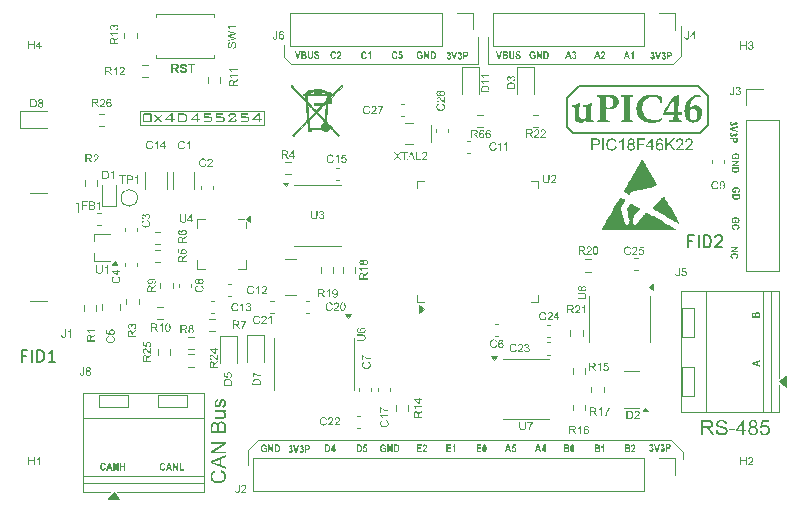
<source format=gbr>
%TF.GenerationSoftware,KiCad,Pcbnew,9.0.2*%
%TF.CreationDate,2025-09-25T10:32:18+03:00*%
%TF.ProjectId,uPIC46,75504943-3436-42e6-9b69-6361645f7063,V0*%
%TF.SameCoordinates,Original*%
%TF.FileFunction,Legend,Top*%
%TF.FilePolarity,Positive*%
%FSLAX46Y46*%
G04 Gerber Fmt 4.6, Leading zero omitted, Abs format (unit mm)*
G04 Created by KiCad (PCBNEW 9.0.2) date 2025-09-25 10:32:18*
%MOMM*%
%LPD*%
G01*
G04 APERTURE LIST*
%ADD10C,0.100000*%
%ADD11C,0.200000*%
%ADD12C,0.110000*%
%ADD13C,0.158750*%
%ADD14C,0.050000*%
%ADD15C,0.150000*%
%ADD16C,0.060000*%
%ADD17C,0.120000*%
%ADD18C,0.075000*%
%ADD19C,0.080000*%
%ADD20C,0.010000*%
G04 APERTURE END LIST*
D10*
X159350000Y-82700000D02*
X174150000Y-82700000D01*
X159350000Y-80350000D02*
X159350000Y-82700000D01*
X139000000Y-115350000D02*
X139850000Y-114500000D01*
X139000000Y-115700000D02*
X139000000Y-115350000D01*
X139000000Y-115700000D02*
X139000000Y-116650000D01*
X175800000Y-115500000D02*
X175800000Y-116100000D01*
X175650000Y-81200000D02*
X175650000Y-79450000D01*
X174800000Y-114500000D02*
X175800000Y-115500000D01*
X142050000Y-82100000D02*
X142650000Y-82700000D01*
D11*
X177950000Y-85400000D02*
X177950000Y-87800000D01*
X177250000Y-88500000D01*
X166550000Y-88500000D01*
X166050000Y-88000000D01*
X166050000Y-85550000D01*
X167050000Y-84550000D01*
X177100000Y-84550000D01*
X177950000Y-85400000D01*
D10*
X158463720Y-80350000D02*
X158463720Y-82700000D01*
X158463720Y-81745914D02*
X158463720Y-80350000D01*
X174950000Y-82700000D02*
X175500000Y-82150000D01*
X175650000Y-82000000D02*
X175650000Y-81200000D01*
X142050000Y-81500000D02*
X142050000Y-82100000D01*
X139850000Y-114500000D02*
X174800000Y-114500000D01*
X129900000Y-86650000D02*
X140350000Y-86650000D01*
X140350000Y-87800000D01*
X129900000Y-87800000D01*
X129900000Y-86650000D01*
X142650000Y-82700000D02*
X157095000Y-82700000D01*
X174150000Y-82700000D02*
X174950000Y-82700000D01*
X175500000Y-82150000D02*
X175650000Y-82000000D01*
X158463720Y-82700000D02*
X157095000Y-82700000D01*
X142050000Y-81100000D02*
X142050000Y-81500000D01*
D12*
G36*
X148473506Y-114880472D02*
G01*
X148513674Y-114889310D01*
X148544551Y-114903562D01*
X148572094Y-114923509D01*
X148596726Y-114949439D01*
X148617622Y-114979862D01*
X148635157Y-115014925D01*
X148649317Y-115055212D01*
X148658878Y-115097448D01*
X148665106Y-115148386D01*
X148667352Y-115209485D01*
X148665292Y-115263061D01*
X148659500Y-115309047D01*
X148650459Y-115348437D01*
X148634151Y-115394210D01*
X148614449Y-115432308D01*
X148591453Y-115463735D01*
X148570859Y-115483622D01*
X148545105Y-115501056D01*
X148513305Y-115515848D01*
X148473315Y-115525766D01*
X148414872Y-115529660D01*
X148205614Y-115529660D01*
X148205614Y-115420434D01*
X148316808Y-115420434D01*
X148399860Y-115420434D01*
X148443205Y-115418543D01*
X148467094Y-115414163D01*
X148492260Y-115403070D01*
X148511995Y-115386897D01*
X148522318Y-115372779D01*
X148532090Y-115352262D01*
X148541112Y-115323592D01*
X148549189Y-115275481D01*
X148552396Y-115203491D01*
X148549133Y-115131924D01*
X148541112Y-115086725D01*
X148527072Y-115049447D01*
X148509543Y-115023222D01*
X148486956Y-115004344D01*
X148458094Y-114992344D01*
X148429247Y-114988065D01*
X148366780Y-114986073D01*
X148316808Y-114986073D01*
X148316808Y-115420434D01*
X148205614Y-115420434D01*
X148205614Y-114876847D01*
X148408860Y-114876847D01*
X148473506Y-114880472D01*
G37*
G36*
X148739791Y-115364710D02*
G01*
X148845008Y-115351851D01*
X148850201Y-115378824D01*
X148859121Y-115400794D01*
X148871673Y-115418688D01*
X148887426Y-115432508D01*
X148904297Y-115440578D01*
X148922787Y-115443295D01*
X148943553Y-115439725D01*
X148961963Y-115429123D01*
X148978737Y-115410710D01*
X148990729Y-115387374D01*
X148998691Y-115355476D01*
X149001674Y-115312399D01*
X148998742Y-115272159D01*
X148990879Y-115242188D01*
X148978938Y-115220082D01*
X148962299Y-115203002D01*
X148942872Y-115192815D01*
X148919764Y-115189283D01*
X148898133Y-115192156D01*
X148877616Y-115200780D01*
X148857749Y-115215588D01*
X148838224Y-115237545D01*
X148752553Y-115222662D01*
X148806656Y-114884468D01*
X149085834Y-114884468D01*
X149085834Y-115001313D01*
X148886685Y-115001313D01*
X148870162Y-115110856D01*
X148894191Y-115099271D01*
X148918149Y-115092469D01*
X148942299Y-115090218D01*
X148976349Y-115094100D01*
X149007103Y-115105449D01*
X149035284Y-115124306D01*
X149061386Y-115151340D01*
X149082406Y-115183493D01*
X149097562Y-115220047D01*
X149106962Y-115261838D01*
X149110249Y-115309978D01*
X149107726Y-115350007D01*
X149100313Y-115387219D01*
X149088063Y-115422131D01*
X149070789Y-115455162D01*
X149047409Y-115486800D01*
X149021276Y-115510863D01*
X148992040Y-115528081D01*
X148959100Y-115538678D01*
X148921645Y-115542360D01*
X148883740Y-115539078D01*
X148850902Y-115529727D01*
X148822302Y-115514759D01*
X148797286Y-115494217D01*
X148775852Y-115468338D01*
X148759224Y-115438549D01*
X148747168Y-115404279D01*
X148739791Y-115364710D01*
G37*
D13*
G36*
X178056417Y-112806178D02*
G01*
X178140508Y-112818300D01*
X178200817Y-112835675D01*
X178255486Y-112863986D01*
X178302326Y-112903713D01*
X178342186Y-112956184D01*
X178371555Y-113015594D01*
X178389173Y-113078814D01*
X178395150Y-113146950D01*
X178389456Y-113212880D01*
X178372928Y-113271898D01*
X178345804Y-113325313D01*
X178307522Y-113374085D01*
X178261365Y-113413570D01*
X178202607Y-113446706D01*
X178128792Y-113473049D01*
X178036883Y-113491491D01*
X178098679Y-113525698D01*
X178138314Y-113555545D01*
X178208380Y-113630460D01*
X178278054Y-113726769D01*
X178499219Y-114077050D01*
X178287593Y-114077050D01*
X178119238Y-113809047D01*
X177997799Y-113631619D01*
X177949513Y-113576228D01*
X177912342Y-113545464D01*
X177873726Y-113524363D01*
X177835571Y-113511188D01*
X177741894Y-113505062D01*
X177546708Y-113505062D01*
X177546708Y-114077050D01*
X177378353Y-114077050D01*
X177378353Y-113362375D01*
X177546708Y-113362375D01*
X177908465Y-113362375D01*
X178017327Y-113355634D01*
X178088917Y-113338724D01*
X178129617Y-113319255D01*
X178162196Y-113294030D01*
X178187790Y-113262805D01*
X178213181Y-113208253D01*
X178221600Y-113149431D01*
X178214154Y-113092617D01*
X178192543Y-113044174D01*
X178156073Y-113002014D01*
X178108814Y-112972024D01*
X178042018Y-112951879D01*
X177949255Y-112944241D01*
X177546708Y-112944241D01*
X177546708Y-113362375D01*
X177378353Y-113362375D01*
X177378353Y-112801555D01*
X177942275Y-112801555D01*
X178056417Y-112806178D01*
G37*
G36*
X178601426Y-113664189D02*
G01*
X178760242Y-113650230D01*
X178771757Y-113713983D01*
X178789463Y-113766618D01*
X178812664Y-113809900D01*
X178843818Y-113847460D01*
X178885800Y-113881095D01*
X178940617Y-113910789D01*
X178999600Y-113931806D01*
X179064372Y-113944774D01*
X179135880Y-113949252D01*
X179228650Y-113941716D01*
X179305864Y-113920559D01*
X179352690Y-113897964D01*
X179388679Y-113871694D01*
X179415593Y-113841849D01*
X179442733Y-113789196D01*
X179451652Y-113732585D01*
X179442840Y-113676001D01*
X179416911Y-113627819D01*
X179374021Y-113588626D01*
X179302452Y-113552521D01*
X179235664Y-113531262D01*
X179076014Y-113490328D01*
X178914691Y-113445253D01*
X178830500Y-113410687D01*
X178773045Y-113374848D01*
X178728375Y-113335304D01*
X178694715Y-113291963D01*
X178669999Y-113243078D01*
X178655118Y-113190498D01*
X178650048Y-113133224D01*
X178656079Y-113070395D01*
X178674097Y-113010566D01*
X178704641Y-112952694D01*
X178745838Y-112902037D01*
X178798473Y-112859636D01*
X178864310Y-112825207D01*
X178935510Y-112801400D01*
X179012990Y-112786747D01*
X179097727Y-112781703D01*
X179191117Y-112787108D01*
X179273763Y-112802577D01*
X179347119Y-112827300D01*
X179414814Y-112863229D01*
X179469640Y-112907771D01*
X179513225Y-112961302D01*
X179545840Y-113022422D01*
X179566674Y-113088784D01*
X179575728Y-113161606D01*
X179414352Y-113173781D01*
X179397759Y-113096765D01*
X179368200Y-113037091D01*
X179326259Y-112991157D01*
X179272727Y-112958711D01*
X179200683Y-112937318D01*
X179104629Y-112929352D01*
X179003831Y-112936873D01*
X178932052Y-112956537D01*
X178882069Y-112985341D01*
X178842387Y-113026481D01*
X178819811Y-113070908D01*
X178812276Y-113120351D01*
X178817908Y-113163846D01*
X178834241Y-113200927D01*
X178861751Y-113233182D01*
X178898994Y-113257058D01*
X178976339Y-113287080D01*
X179115486Y-113323912D01*
X179303914Y-113371951D01*
X179396981Y-113405026D01*
X179467373Y-113444106D01*
X179521145Y-113487392D01*
X179560916Y-113534840D01*
X179590110Y-113589301D01*
X179607804Y-113649176D01*
X179613881Y-113715835D01*
X179607492Y-113781889D01*
X179588332Y-113845350D01*
X179555720Y-113907299D01*
X179512148Y-113961925D01*
X179457035Y-114008396D01*
X179388762Y-114047039D01*
X179314674Y-114074304D01*
X179233373Y-114091104D01*
X179143635Y-114096902D01*
X179029191Y-114090655D01*
X178933727Y-114073266D01*
X178854307Y-114046341D01*
X178781417Y-114006433D01*
X178720875Y-113955917D01*
X178671296Y-113894116D01*
X178634223Y-113823852D01*
X178610934Y-113747686D01*
X178601426Y-113664189D01*
G37*
G36*
X179762926Y-113694897D02*
G01*
X179762926Y-113536081D01*
X180242710Y-113536081D01*
X180242710Y-113694897D01*
X179762926Y-113694897D01*
G37*
G36*
X181028883Y-113630378D02*
G01*
X181200650Y-113630378D01*
X181200650Y-113773065D01*
X181028883Y-113773065D01*
X181028883Y-114077050D01*
X180872703Y-114077050D01*
X180872703Y-113773065D01*
X180320955Y-113773065D01*
X180320955Y-113630378D01*
X180474499Y-113630378D01*
X180872703Y-113630378D01*
X180872703Y-113057150D01*
X180474499Y-113630378D01*
X180320955Y-113630378D01*
X180901318Y-112806518D01*
X181028883Y-112806518D01*
X181028883Y-113630378D01*
G37*
G36*
X181856896Y-112803165D02*
G01*
X181927767Y-112821878D01*
X181989127Y-112851906D01*
X182042501Y-112893371D01*
X182087380Y-112945010D01*
X182118702Y-113000740D01*
X182137560Y-113061534D01*
X182144010Y-113128804D01*
X182138644Y-113186298D01*
X182123103Y-113237194D01*
X182097559Y-113282812D01*
X182062776Y-113321799D01*
X182016539Y-113355513D01*
X181956656Y-113383856D01*
X182030523Y-113415676D01*
X182089173Y-113456801D01*
X182134937Y-113507311D01*
X182168478Y-113566741D01*
X182188998Y-113633937D01*
X182196122Y-113710795D01*
X182188709Y-113790313D01*
X182167131Y-113861577D01*
X182131493Y-113926285D01*
X182080732Y-113985621D01*
X182019929Y-114033397D01*
X181950272Y-114067911D01*
X181870067Y-114089374D01*
X181777057Y-114096902D01*
X181684075Y-114089347D01*
X181603881Y-114067804D01*
X181534215Y-114033150D01*
X181473383Y-113985156D01*
X181422822Y-113925671D01*
X181387190Y-113860311D01*
X181365533Y-113787828D01*
X181358141Y-113707227D01*
X181518515Y-113707227D01*
X181526331Y-113772313D01*
X181550154Y-113836033D01*
X181574717Y-113874435D01*
X181605873Y-113906401D01*
X181644297Y-113932502D01*
X181709088Y-113958068D01*
X181778841Y-113966622D01*
X181850493Y-113958311D01*
X181911236Y-113934426D01*
X181963558Y-113894891D01*
X182003804Y-113843129D01*
X182028034Y-113783112D01*
X182036452Y-113712345D01*
X182027818Y-113640595D01*
X182002902Y-113579467D01*
X181961387Y-113526465D01*
X181907581Y-113485843D01*
X181845779Y-113461414D01*
X181773568Y-113452950D01*
X181703177Y-113461314D01*
X181643105Y-113485448D01*
X181590944Y-113525612D01*
X181550860Y-113577780D01*
X181526827Y-113637540D01*
X181518515Y-113707227D01*
X181358141Y-113707227D01*
X181358070Y-113706452D01*
X181365521Y-113625663D01*
X181386722Y-113557051D01*
X181420961Y-113498238D01*
X181467812Y-113449030D01*
X181526752Y-113410952D01*
X181600095Y-113383856D01*
X181538483Y-113355365D01*
X181491280Y-113321481D01*
X181456090Y-113282347D01*
X181430446Y-113236405D01*
X181414720Y-113184272D01*
X181409251Y-113124461D01*
X181409714Y-113119575D01*
X181568843Y-113119575D01*
X181575591Y-113176787D01*
X181594934Y-113224866D01*
X181626926Y-113265907D01*
X181668751Y-113297006D01*
X181718341Y-113316000D01*
X181777910Y-113322671D01*
X181835784Y-113316091D01*
X181884413Y-113297271D01*
X181925870Y-113266295D01*
X181958017Y-113225734D01*
X181977049Y-113180255D01*
X181983565Y-113128183D01*
X181976823Y-113073917D01*
X181957178Y-113026764D01*
X181924087Y-112984954D01*
X181881494Y-112952820D01*
X181832820Y-112933538D01*
X181776204Y-112926871D01*
X181718948Y-112933445D01*
X181670139Y-112952370D01*
X181627857Y-112983713D01*
X181594757Y-113024552D01*
X181575402Y-113069320D01*
X181568843Y-113119575D01*
X181409714Y-113119575D01*
X181415638Y-113057077D01*
X181434245Y-112996635D01*
X181465029Y-112941677D01*
X181508977Y-112891199D01*
X181561439Y-112850766D01*
X181622060Y-112821401D01*
X181692397Y-112803051D01*
X181774498Y-112796592D01*
X181856896Y-112803165D01*
G37*
G36*
X182347416Y-113739565D02*
G01*
X182511351Y-113725684D01*
X182530162Y-113802858D01*
X182558665Y-113861811D01*
X182595955Y-113906213D01*
X182643129Y-113939714D01*
X182695899Y-113959744D01*
X182756012Y-113966622D01*
X182810573Y-113961225D01*
X182859837Y-113945431D01*
X182904998Y-113919137D01*
X182946855Y-113881321D01*
X182980153Y-113836648D01*
X183004410Y-113784988D01*
X183019596Y-113725022D01*
X183024945Y-113655038D01*
X183019757Y-113588491D01*
X183005104Y-113532195D01*
X182981798Y-113484345D01*
X182949880Y-113443567D01*
X182895600Y-113401030D01*
X182831124Y-113375169D01*
X182753453Y-113366098D01*
X182680989Y-113374985D01*
X182617203Y-113400994D01*
X182562610Y-113441376D01*
X182521820Y-113491414D01*
X182375178Y-113472337D01*
X182498400Y-112816444D01*
X183130797Y-112816444D01*
X183130797Y-112964093D01*
X182623329Y-112964093D01*
X182554777Y-113310109D01*
X182634144Y-113263895D01*
X182713730Y-113237181D01*
X182795096Y-113228374D01*
X182876211Y-113235822D01*
X182949048Y-113257507D01*
X183015289Y-113293304D01*
X183076126Y-113344229D01*
X183125727Y-113405513D01*
X183161200Y-113474503D01*
X183183054Y-113552703D01*
X183190663Y-113642165D01*
X183184112Y-113727570D01*
X183165044Y-113805123D01*
X183133801Y-113876181D01*
X183090007Y-113941807D01*
X183037395Y-113997746D01*
X182978732Y-114040558D01*
X182913208Y-114071325D01*
X182839531Y-114090305D01*
X182756012Y-114096902D01*
X182670109Y-114090286D01*
X182595457Y-114071386D01*
X182530154Y-114040996D01*
X182472732Y-113999037D01*
X182424194Y-113946703D01*
X182387340Y-113886885D01*
X182361640Y-113818399D01*
X182347416Y-113739565D01*
G37*
D12*
G36*
X132927224Y-82672126D02*
G01*
X132983561Y-82679457D01*
X133020978Y-82689588D01*
X133054785Y-82706558D01*
X133083728Y-82730426D01*
X133108356Y-82761945D01*
X133126407Y-82797832D01*
X133137377Y-82837199D01*
X133141146Y-82880876D01*
X133137824Y-82922808D01*
X133128287Y-82959619D01*
X133112854Y-82992190D01*
X133091412Y-83021193D01*
X133065021Y-83045175D01*
X133032265Y-83064934D01*
X132992021Y-83080357D01*
X132942851Y-83090940D01*
X132988740Y-83121840D01*
X133024047Y-83154000D01*
X133057515Y-83195827D01*
X133110417Y-83275954D01*
X133202100Y-83422500D01*
X133020749Y-83422500D01*
X132911115Y-83258826D01*
X132856355Y-83179863D01*
X132831202Y-83148551D01*
X132808446Y-83128973D01*
X132785589Y-83117364D01*
X132757951Y-83111422D01*
X132709248Y-83108892D01*
X132678519Y-83108892D01*
X132678519Y-83422500D01*
X132526844Y-83422500D01*
X132526844Y-82988724D01*
X132678519Y-82988724D01*
X132790718Y-82988724D01*
X132889876Y-82985569D01*
X132927006Y-82979382D01*
X132951323Y-82966541D01*
X132969504Y-82947142D01*
X132980828Y-82922184D01*
X132984891Y-82889943D01*
X132982453Y-82865000D01*
X132975606Y-82844601D01*
X132964650Y-82827799D01*
X132940918Y-82808837D01*
X132907543Y-82797894D01*
X132796855Y-82795284D01*
X132678519Y-82795284D01*
X132678519Y-82988724D01*
X132526844Y-82988724D01*
X132526844Y-82669255D01*
X132846039Y-82669255D01*
X132927224Y-82672126D01*
G37*
G36*
X133245560Y-83182165D02*
G01*
X133393113Y-83167510D01*
X133405979Y-83214071D01*
X133424169Y-83248808D01*
X133447151Y-83274168D01*
X133476114Y-83292446D01*
X133512127Y-83304024D01*
X133557061Y-83308194D01*
X133605086Y-83304244D01*
X133640956Y-83293659D01*
X133667474Y-83277648D01*
X133688695Y-83255319D01*
X133700659Y-83231794D01*
X133704614Y-83206207D01*
X133700627Y-83181688D01*
X133688998Y-83161557D01*
X133669464Y-83145490D01*
X133634409Y-83129500D01*
X133513005Y-83096161D01*
X133432343Y-83071404D01*
X133377395Y-83046128D01*
X133341868Y-83021010D01*
X133311145Y-82987437D01*
X133289840Y-82951336D01*
X133277073Y-82912073D01*
X133272716Y-82868694D01*
X133276308Y-82831104D01*
X133287038Y-82795268D01*
X133305231Y-82760571D01*
X133329721Y-82730065D01*
X133360673Y-82704566D01*
X133399020Y-82683863D01*
X133440658Y-82669744D01*
X133489507Y-82660734D01*
X133546803Y-82657531D01*
X133618515Y-82662136D01*
X133676313Y-82674803D01*
X133722696Y-82694251D01*
X133759706Y-82719859D01*
X133791002Y-82753337D01*
X133813757Y-82791564D01*
X133828436Y-82835409D01*
X133834765Y-82886142D01*
X133683090Y-82892004D01*
X133673316Y-82854949D01*
X133659230Y-82827986D01*
X133641325Y-82808885D01*
X133618540Y-82795675D01*
X133587373Y-82786866D01*
X133545291Y-82783560D01*
X133501924Y-82787001D01*
X133468088Y-82796387D01*
X133441793Y-82810809D01*
X133428289Y-82823916D01*
X133420412Y-82839229D01*
X133417705Y-82857520D01*
X133423194Y-82882036D01*
X133440236Y-82903270D01*
X133461817Y-82916529D01*
X133504692Y-82933270D01*
X133579592Y-82953965D01*
X133682458Y-82983125D01*
X133743265Y-83008508D01*
X133776382Y-83029668D01*
X133803858Y-83055052D01*
X133826247Y-83084941D01*
X133842442Y-83118505D01*
X133852633Y-83158015D01*
X133856243Y-83204742D01*
X133852281Y-83246799D01*
X133840443Y-83286936D01*
X133820385Y-83325825D01*
X133793387Y-83360008D01*
X133759870Y-83387851D01*
X133718948Y-83409723D01*
X133674376Y-83424296D01*
X133620466Y-83433748D01*
X133555504Y-83437154D01*
X133483615Y-83432435D01*
X133424606Y-83419342D01*
X133376251Y-83399034D01*
X133336738Y-83372033D01*
X133303467Y-83337103D01*
X133277112Y-83294731D01*
X133257622Y-83243653D01*
X133245560Y-83182165D01*
G37*
G36*
X134152815Y-83422500D02*
G01*
X134152815Y-82795284D01*
X133929928Y-82795284D01*
X133929928Y-82669255D01*
X134526827Y-82669255D01*
X134526827Y-82795284D01*
X134304444Y-82795284D01*
X134304444Y-83422500D01*
X134152815Y-83422500D01*
G37*
G36*
X180199271Y-95912224D02*
G01*
X180308497Y-95912224D01*
X180308497Y-96151909D01*
X180048094Y-96151909D01*
X180024240Y-96127104D01*
X180000824Y-96093930D01*
X179978042Y-96050655D01*
X179961128Y-96005877D01*
X179951119Y-95961205D01*
X179947799Y-95916321D01*
X179950669Y-95873144D01*
X179958972Y-95833972D01*
X179972386Y-95798293D01*
X179990783Y-95765666D01*
X180014678Y-95735462D01*
X180042932Y-95709501D01*
X180075819Y-95687438D01*
X180113820Y-95669114D01*
X180168280Y-95651278D01*
X180226056Y-95640479D01*
X180287858Y-95636807D01*
X180338780Y-95639185D01*
X180385657Y-95646107D01*
X180428996Y-95657361D01*
X180469239Y-95672875D01*
X180506622Y-95693016D01*
X180539134Y-95717136D01*
X180567173Y-95745476D01*
X180590927Y-95778462D01*
X180608342Y-95814789D01*
X180619485Y-95858277D01*
X180623472Y-95910344D01*
X180619809Y-95962286D01*
X180609615Y-96005389D01*
X180593804Y-96041084D01*
X180572868Y-96070570D01*
X180545329Y-96096702D01*
X180513246Y-96117623D01*
X180476071Y-96133658D01*
X180432963Y-96144789D01*
X180407562Y-96034334D01*
X180437878Y-96024110D01*
X180463030Y-96009581D01*
X180483765Y-95990541D01*
X180498939Y-95968057D01*
X180508378Y-95941638D01*
X180511707Y-95910344D01*
X180507998Y-95874537D01*
X180497430Y-95843883D01*
X180480384Y-95817416D01*
X180456618Y-95794447D01*
X180427918Y-95776659D01*
X180392197Y-95763255D01*
X180347940Y-95754573D01*
X180293256Y-95751427D01*
X180233976Y-95754654D01*
X180186348Y-95763519D01*
X180148259Y-95777110D01*
X180117987Y-95794985D01*
X180092472Y-95818418D01*
X180074436Y-95844818D01*
X180063400Y-95874786D01*
X180059564Y-95909202D01*
X180063586Y-95943874D01*
X180075956Y-95979290D01*
X180094511Y-96012554D01*
X180115725Y-96039573D01*
X180199271Y-96039573D01*
X180199271Y-95912224D01*
G37*
G36*
X180201811Y-96606997D02*
G01*
X180161169Y-96714834D01*
X180108510Y-96699447D01*
X180065338Y-96680444D01*
X180030272Y-96658085D01*
X180002253Y-96632353D01*
X179980160Y-96602618D01*
X179963994Y-96568818D01*
X179953883Y-96530244D01*
X179950339Y-96486030D01*
X179954072Y-96442633D01*
X179964889Y-96403514D01*
X179982505Y-96367985D01*
X180007023Y-96335493D01*
X180038926Y-96305654D01*
X180075489Y-96281054D01*
X180117153Y-96261598D01*
X180164655Y-96247233D01*
X180218947Y-96238200D01*
X180281151Y-96235028D01*
X180347336Y-96238276D01*
X180404477Y-96247471D01*
X180453863Y-96261994D01*
X180496593Y-96281518D01*
X180533536Y-96306023D01*
X180565675Y-96335959D01*
X180590526Y-96369066D01*
X180608502Y-96405790D01*
X180619615Y-96446766D01*
X180623472Y-96492780D01*
X180618717Y-96542676D01*
X180605127Y-96585947D01*
X180583227Y-96623753D01*
X180552865Y-96656970D01*
X180522642Y-96678961D01*
X180483297Y-96697843D01*
X180432963Y-96713323D01*
X180402481Y-96603236D01*
X180434464Y-96594123D01*
X180460794Y-96580566D01*
X180482376Y-96562466D01*
X180498483Y-96540658D01*
X180508298Y-96515816D01*
X180511707Y-96487138D01*
X180508310Y-96457365D01*
X180498510Y-96431337D01*
X180482433Y-96408296D01*
X180459594Y-96387732D01*
X180432784Y-96372459D01*
X180397262Y-96360537D01*
X180350847Y-96352570D01*
X180290914Y-96349614D01*
X180226888Y-96352592D01*
X180178116Y-96360551D01*
X180141545Y-96372322D01*
X180114614Y-96387194D01*
X180091530Y-96407514D01*
X180075344Y-96430199D01*
X180065508Y-96455741D01*
X180062105Y-96484888D01*
X180065930Y-96513354D01*
X180077096Y-96538511D01*
X180095801Y-96561156D01*
X180120620Y-96579349D01*
X180155121Y-96594779D01*
X180201811Y-96606997D01*
G37*
G36*
X131908407Y-116848188D02*
G01*
X132016243Y-116888830D01*
X132000857Y-116941489D01*
X131981854Y-116984661D01*
X131959495Y-117019727D01*
X131933763Y-117047746D01*
X131904028Y-117069839D01*
X131870227Y-117086005D01*
X131831654Y-117096116D01*
X131787440Y-117099660D01*
X131744042Y-117095927D01*
X131704924Y-117085110D01*
X131669395Y-117067494D01*
X131636902Y-117042976D01*
X131607063Y-117011073D01*
X131582463Y-116974510D01*
X131563008Y-116932846D01*
X131548643Y-116885344D01*
X131539610Y-116831052D01*
X131536437Y-116768848D01*
X131539685Y-116702663D01*
X131548880Y-116645522D01*
X131563404Y-116596136D01*
X131582928Y-116553406D01*
X131607433Y-116516463D01*
X131637368Y-116484324D01*
X131670475Y-116459473D01*
X131707200Y-116441497D01*
X131748175Y-116430384D01*
X131794190Y-116426527D01*
X131844085Y-116431282D01*
X131887356Y-116444872D01*
X131925163Y-116466772D01*
X131958379Y-116497134D01*
X131980370Y-116527357D01*
X131999253Y-116566702D01*
X132014732Y-116617036D01*
X131904646Y-116647518D01*
X131895533Y-116615535D01*
X131881976Y-116589205D01*
X131863876Y-116567623D01*
X131842068Y-116551516D01*
X131817225Y-116541701D01*
X131788548Y-116538292D01*
X131758774Y-116541689D01*
X131732747Y-116551489D01*
X131709705Y-116567566D01*
X131689141Y-116590405D01*
X131673869Y-116617215D01*
X131661946Y-116652737D01*
X131653979Y-116699152D01*
X131651024Y-116759085D01*
X131654002Y-116823111D01*
X131661961Y-116871883D01*
X131673732Y-116908454D01*
X131688604Y-116935385D01*
X131708924Y-116958469D01*
X131731609Y-116974655D01*
X131757150Y-116984491D01*
X131786298Y-116987894D01*
X131814764Y-116984069D01*
X131839921Y-116972903D01*
X131862566Y-116954198D01*
X131880758Y-116929379D01*
X131896189Y-116894878D01*
X131908407Y-116848188D01*
G37*
G36*
X132608285Y-117089500D02*
G01*
X132487284Y-117089500D01*
X132439193Y-116942172D01*
X132219053Y-116942172D01*
X132173582Y-117089500D01*
X132055603Y-117089500D01*
X132139913Y-116832947D01*
X132253241Y-116832947D01*
X132403527Y-116832947D01*
X132327629Y-116589095D01*
X132253241Y-116832947D01*
X132139913Y-116832947D01*
X132270134Y-116436687D01*
X132387743Y-116436687D01*
X132608285Y-117089500D01*
G37*
G36*
X132668332Y-117089500D02*
G01*
X132668332Y-116436687D01*
X132776538Y-116436687D01*
X133001950Y-116873708D01*
X133001950Y-116436687D01*
X133105286Y-116436687D01*
X133105286Y-117089500D01*
X132993688Y-117089500D01*
X132771635Y-116658988D01*
X132771635Y-117089500D01*
X132668332Y-117089500D01*
G37*
G36*
X133225783Y-117089500D02*
G01*
X133225783Y-116444308D01*
X133337011Y-116444308D01*
X133337011Y-116980274D01*
X133613537Y-116980274D01*
X133613537Y-117089500D01*
X133225783Y-117089500D01*
G37*
G36*
X182179355Y-103684193D02*
G01*
X182208145Y-103689961D01*
X182236783Y-103699741D01*
X182263310Y-103713004D01*
X182285603Y-103728871D01*
X182304096Y-103747463D01*
X182318357Y-103768527D01*
X182328762Y-103793174D01*
X182335054Y-103822052D01*
X182337583Y-103859373D01*
X182339500Y-103956184D01*
X182339500Y-104143647D01*
X181686687Y-104143647D01*
X181686687Y-103968543D01*
X181795913Y-103968543D01*
X181795913Y-104032418D01*
X181945780Y-104032418D01*
X181945780Y-103959542D01*
X181945314Y-103942616D01*
X182055005Y-103942616D01*
X182055005Y-104032418D01*
X182230274Y-104032418D01*
X182230274Y-103929485D01*
X182228939Y-103874738D01*
X182226265Y-103853217D01*
X182216911Y-103830553D01*
X182200110Y-103812850D01*
X182185257Y-103804413D01*
X182167002Y-103799125D01*
X182144426Y-103797234D01*
X182116647Y-103800367D01*
X182094377Y-103809257D01*
X182076830Y-103823677D01*
X182064412Y-103844016D01*
X182058073Y-103873297D01*
X182055005Y-103942616D01*
X181945314Y-103942616D01*
X181943557Y-103878741D01*
X181935446Y-103852616D01*
X181920379Y-103833873D01*
X181906482Y-103824922D01*
X181889862Y-103819446D01*
X181869735Y-103817518D01*
X181841945Y-103821209D01*
X181820917Y-103831623D01*
X181810423Y-103842001D01*
X181802750Y-103855674D01*
X181798135Y-103873502D01*
X181795913Y-103968543D01*
X181686687Y-103968543D01*
X181686687Y-103923474D01*
X181688596Y-103862264D01*
X181693157Y-103825981D01*
X181703197Y-103795329D01*
X181720066Y-103768487D01*
X181743627Y-103745466D01*
X181774560Y-103726239D01*
X181797938Y-103716901D01*
X181823215Y-103711246D01*
X181850843Y-103709313D01*
X181880681Y-103711649D01*
X181908547Y-103718565D01*
X181934945Y-103730168D01*
X181958327Y-103745722D01*
X181977356Y-103764451D01*
X181992336Y-103786722D01*
X182007183Y-103754870D01*
X182026948Y-103729413D01*
X182051632Y-103709346D01*
X182080931Y-103694406D01*
X182113459Y-103685382D01*
X182150101Y-103682278D01*
X182179355Y-103684193D01*
G37*
G36*
X160196496Y-82239500D02*
G01*
X159999630Y-81586687D01*
X160120228Y-81586687D01*
X160259633Y-82069311D01*
X160394504Y-81586687D01*
X160512482Y-81586687D01*
X160315213Y-82239500D01*
X160196496Y-82239500D01*
G37*
G36*
X160850889Y-81588596D02*
G01*
X160887172Y-81593157D01*
X160917824Y-81603197D01*
X160944667Y-81620066D01*
X160967687Y-81643627D01*
X160986915Y-81674560D01*
X160996252Y-81697938D01*
X161001907Y-81723215D01*
X161003841Y-81750843D01*
X161001504Y-81780681D01*
X160994588Y-81808547D01*
X160982985Y-81834945D01*
X160967432Y-81858327D01*
X160948702Y-81877356D01*
X160926431Y-81892336D01*
X160958283Y-81907183D01*
X160983741Y-81926948D01*
X161003807Y-81951632D01*
X161018748Y-81980931D01*
X161027771Y-82013459D01*
X161030875Y-82050101D01*
X161028960Y-82079355D01*
X161023192Y-82108145D01*
X161013412Y-82136783D01*
X161000150Y-82163310D01*
X160984282Y-82185603D01*
X160965690Y-82204096D01*
X160944626Y-82218357D01*
X160919979Y-82228762D01*
X160891101Y-82235054D01*
X160853780Y-82237583D01*
X160756969Y-82239500D01*
X160569507Y-82239500D01*
X160569507Y-82130274D01*
X160680735Y-82130274D01*
X160783668Y-82130274D01*
X160838415Y-82128939D01*
X160859936Y-82126265D01*
X160882600Y-82116911D01*
X160900303Y-82100110D01*
X160908740Y-82085257D01*
X160914028Y-82067002D01*
X160915919Y-82044426D01*
X160912787Y-82016647D01*
X160903896Y-81994377D01*
X160889476Y-81976830D01*
X160869138Y-81964412D01*
X160839856Y-81958073D01*
X160770537Y-81955005D01*
X160680735Y-81955005D01*
X160680735Y-82130274D01*
X160569507Y-82130274D01*
X160569507Y-81845780D01*
X160680735Y-81845780D01*
X160753611Y-81845780D01*
X160834412Y-81843557D01*
X160860537Y-81835446D01*
X160879280Y-81820379D01*
X160888232Y-81806482D01*
X160893707Y-81789862D01*
X160895635Y-81769735D01*
X160891944Y-81741945D01*
X160881530Y-81720917D01*
X160871152Y-81710423D01*
X160857479Y-81702750D01*
X160839651Y-81698135D01*
X160744610Y-81695913D01*
X160680735Y-81695913D01*
X160680735Y-81845780D01*
X160569507Y-81845780D01*
X160569507Y-81586687D01*
X160789679Y-81586687D01*
X160850889Y-81588596D01*
G37*
G36*
X161124002Y-81586687D02*
G01*
X161235197Y-81586687D01*
X161235197Y-81943456D01*
X161236547Y-82021044D01*
X161239327Y-82053554D01*
X161246373Y-82078973D01*
X161257620Y-82100400D01*
X161273314Y-82118486D01*
X161292292Y-82131531D01*
X161316341Y-82139922D01*
X161346794Y-82142975D01*
X161377821Y-82139982D01*
X161401009Y-82131961D01*
X161418159Y-82119836D01*
X161432253Y-82102942D01*
X161441750Y-82084150D01*
X161447074Y-82063000D01*
X161450491Y-82023730D01*
X161451977Y-81951116D01*
X161451977Y-81586687D01*
X161563206Y-81586687D01*
X161563206Y-81930398D01*
X161560441Y-82039602D01*
X161554172Y-82096895D01*
X161546267Y-82128274D01*
X161535167Y-82155458D01*
X161520924Y-82179013D01*
X161503463Y-82199318D01*
X161482047Y-82217108D01*
X161456108Y-82232355D01*
X161428522Y-82242767D01*
X161393711Y-82249668D01*
X161350186Y-82252200D01*
X161297333Y-82249279D01*
X161258429Y-82241612D01*
X161230495Y-82230569D01*
X161204519Y-82214157D01*
X161183244Y-82195406D01*
X161166082Y-82174329D01*
X161146188Y-82138289D01*
X161134883Y-82101777D01*
X161127186Y-82038848D01*
X161124002Y-81935716D01*
X161124002Y-81586687D01*
G37*
G36*
X161652168Y-82031209D02*
G01*
X161760374Y-82018509D01*
X161769809Y-82058862D01*
X161783149Y-82088967D01*
X161800002Y-82110945D01*
X161821241Y-82126787D01*
X161847651Y-82136821D01*
X161880602Y-82140435D01*
X161915821Y-82137011D01*
X161942126Y-82127838D01*
X161961572Y-82113962D01*
X161977134Y-82094609D01*
X161985908Y-82074221D01*
X161988808Y-82052046D01*
X161985884Y-82030796D01*
X161977356Y-82013349D01*
X161963031Y-81999424D01*
X161937325Y-81985566D01*
X161848295Y-81956672D01*
X161789143Y-81935217D01*
X161748847Y-81913311D01*
X161722794Y-81891542D01*
X161700264Y-81862446D01*
X161684640Y-81831158D01*
X161675278Y-81797130D01*
X161672083Y-81759535D01*
X161674717Y-81726957D01*
X161682586Y-81695899D01*
X161695927Y-81665828D01*
X161713887Y-81639389D01*
X161736584Y-81617291D01*
X161764706Y-81599348D01*
X161795240Y-81587111D01*
X161831063Y-81579303D01*
X161873080Y-81576527D01*
X161925669Y-81580518D01*
X161968054Y-81591496D01*
X162002068Y-81608351D01*
X162029209Y-81630544D01*
X162052159Y-81659559D01*
X162068846Y-81692689D01*
X162079611Y-81730688D01*
X162084252Y-81774657D01*
X161973024Y-81779737D01*
X161965856Y-81747622D01*
X161955526Y-81724255D01*
X161942396Y-81707700D01*
X161925687Y-81696252D01*
X161902831Y-81688617D01*
X161871971Y-81685752D01*
X161840169Y-81688734D01*
X161815356Y-81696868D01*
X161796073Y-81709367D01*
X161786170Y-81720727D01*
X161780393Y-81733998D01*
X161778408Y-81749851D01*
X161782434Y-81771098D01*
X161794931Y-81789500D01*
X161810757Y-81800992D01*
X161842199Y-81815501D01*
X161897125Y-81833437D01*
X161972561Y-81858708D01*
X162017152Y-81880707D01*
X162041438Y-81899045D01*
X162061587Y-81921045D01*
X162078005Y-81946948D01*
X162089882Y-81976037D01*
X162097355Y-82010280D01*
X162100003Y-82050776D01*
X162097097Y-82087225D01*
X162088416Y-82122011D01*
X162073707Y-82155715D01*
X162053908Y-82185340D01*
X162029329Y-82209470D01*
X161999320Y-82228426D01*
X161966634Y-82241056D01*
X161927099Y-82249248D01*
X161879460Y-82252200D01*
X161826742Y-82248111D01*
X161783469Y-82236763D01*
X161748009Y-82219163D01*
X161719033Y-82195762D01*
X161694633Y-82165489D01*
X161675307Y-82128767D01*
X161661014Y-82084499D01*
X161652168Y-82031209D01*
G37*
G36*
X158355983Y-115529660D02*
G01*
X158355983Y-114876847D01*
X158764391Y-114876847D01*
X158764391Y-114986073D01*
X158467178Y-114986073D01*
X158467178Y-115130860D01*
X158743703Y-115130860D01*
X158743703Y-115240085D01*
X158467178Y-115240085D01*
X158467178Y-115420434D01*
X158774902Y-115420434D01*
X158774902Y-115529660D01*
X158355983Y-115529660D01*
G37*
G36*
X159063268Y-114881344D02*
G01*
X159096393Y-114894173D01*
X159124855Y-114915011D01*
X159149424Y-114944438D01*
X159166723Y-114975977D01*
X159181326Y-115016317D01*
X159192786Y-115067282D01*
X159200381Y-115130996D01*
X159203158Y-115209842D01*
X159200375Y-115288366D01*
X159192753Y-115352023D01*
X159181232Y-115403132D01*
X159166519Y-115443760D01*
X159149055Y-115475682D01*
X159124709Y-115504653D01*
X159096394Y-115525216D01*
X159063321Y-115537905D01*
X159024293Y-115542360D01*
X158985454Y-115537642D01*
X158951541Y-115524002D01*
X158921498Y-115501499D01*
X158894661Y-115469252D01*
X158879179Y-115440675D01*
X158865870Y-115402678D01*
X158855246Y-115353067D01*
X158848103Y-115289292D01*
X158845505Y-115209842D01*
X158955917Y-115209842D01*
X158958968Y-115315333D01*
X158965689Y-115367052D01*
X158973727Y-115395108D01*
X158982004Y-115413200D01*
X158990306Y-115424046D01*
X159006218Y-115434670D01*
X159024293Y-115438215D01*
X159042409Y-115434621D01*
X159058480Y-115423808D01*
X159071019Y-115405453D01*
X159081821Y-115372132D01*
X159089381Y-115315939D01*
X159092702Y-115209842D01*
X159089650Y-115104321D01*
X159082929Y-115052632D01*
X159070772Y-115014397D01*
X159058312Y-114995400D01*
X159042382Y-114984593D01*
X159024293Y-114980992D01*
X159006199Y-114984584D01*
X158990105Y-114995400D01*
X158977592Y-115013750D01*
X158966798Y-115047075D01*
X158959232Y-115103657D01*
X158955917Y-115209842D01*
X158845505Y-115209842D01*
X158845461Y-115208492D01*
X158848239Y-115130386D01*
X158855850Y-115066996D01*
X158867365Y-115016034D01*
X158882081Y-114975461D01*
X158899564Y-114943526D01*
X158923910Y-114914552D01*
X158952220Y-114893989D01*
X158985282Y-114881302D01*
X159024293Y-114876847D01*
X159063268Y-114881344D01*
G37*
D14*
G36*
X130762132Y-86862043D02*
G01*
X130800992Y-86874777D01*
X130825671Y-86893128D01*
X130842067Y-86919616D01*
X130853829Y-86962540D01*
X130858522Y-87028743D01*
X130858522Y-87410373D01*
X130853838Y-87475721D01*
X130842087Y-87518155D01*
X130825671Y-87544401D01*
X130801039Y-87562480D01*
X130762187Y-87575055D01*
X130703306Y-87580000D01*
X130243946Y-87580000D01*
X130184560Y-87575070D01*
X130145649Y-87562580D01*
X130121214Y-87544706D01*
X130105063Y-87518706D01*
X130095099Y-87482302D01*
X130204989Y-87482302D01*
X130742262Y-87482302D01*
X130742262Y-86954738D01*
X130204989Y-86954738D01*
X130204989Y-87482302D01*
X130095099Y-87482302D01*
X130093441Y-87476244D01*
X130088790Y-87410373D01*
X130088790Y-87028743D01*
X130093430Y-86962494D01*
X130105048Y-86919575D01*
X130121214Y-86893128D01*
X130145726Y-86874813D01*
X130184649Y-86862063D01*
X130243946Y-86857041D01*
X130703306Y-86857041D01*
X130762132Y-86862043D01*
G37*
G36*
X131042803Y-87580000D02*
G01*
X131340840Y-87276161D01*
X131038040Y-86986001D01*
X131189776Y-86986001D01*
X131403733Y-87201545D01*
X131599921Y-86986001D01*
X131738040Y-86986001D01*
X131465282Y-87261812D01*
X131798857Y-87580000D01*
X131641625Y-87580000D01*
X131402390Y-87339115D01*
X131187028Y-87580000D01*
X131042803Y-87580000D01*
G37*
G36*
X132619452Y-87318171D02*
G01*
X132784865Y-87318171D01*
X132784865Y-87408053D01*
X132619452Y-87408053D01*
X132619452Y-87580000D01*
X132508688Y-87580000D01*
X132508688Y-87408053D01*
X131961828Y-87408053D01*
X131961828Y-87318171D01*
X132088956Y-87318171D01*
X132508688Y-87318171D01*
X132508688Y-86936053D01*
X132088956Y-87318171D01*
X131961828Y-87318171D01*
X132482737Y-86849225D01*
X132619452Y-86849225D01*
X132619452Y-87318171D01*
G37*
G36*
X133552891Y-86860738D02*
G01*
X133623046Y-86870413D01*
X133685452Y-86888332D01*
X133734787Y-86913155D01*
X133777610Y-86947148D01*
X133814077Y-86988798D01*
X133844513Y-87039002D01*
X133866589Y-87093548D01*
X133879957Y-87151642D01*
X133884508Y-87214063D01*
X133879953Y-87280639D01*
X133866727Y-87341102D01*
X133845184Y-87396390D01*
X133815062Y-87447133D01*
X133778391Y-87489333D01*
X133734787Y-87523885D01*
X133686665Y-87548197D01*
X133624084Y-87566322D01*
X133553521Y-87576217D01*
X133457266Y-87580000D01*
X133059455Y-87580000D01*
X133059455Y-87478394D01*
X133180416Y-87478394D01*
X133440169Y-87478394D01*
X133531305Y-87473473D01*
X133600129Y-87460374D01*
X133651194Y-87441106D01*
X133688319Y-87416906D01*
X133718153Y-87383856D01*
X133740659Y-87340660D01*
X133755386Y-87284844D01*
X133760799Y-87213147D01*
X133755359Y-87144227D01*
X133740488Y-87090171D01*
X133717594Y-87047932D01*
X133686976Y-87015249D01*
X133649273Y-86991345D01*
X133598065Y-86972380D01*
X133529778Y-86959542D01*
X133440169Y-86954738D01*
X133180416Y-86954738D01*
X133180416Y-87478394D01*
X133059455Y-87478394D01*
X133059455Y-86857041D01*
X133457266Y-86857041D01*
X133552891Y-86860738D01*
G37*
G36*
X134797121Y-87318171D02*
G01*
X134962534Y-87318171D01*
X134962534Y-87408053D01*
X134797121Y-87408053D01*
X134797121Y-87580000D01*
X134686357Y-87580000D01*
X134686357Y-87408053D01*
X134139497Y-87408053D01*
X134139497Y-87318171D01*
X134266625Y-87318171D01*
X134686357Y-87318171D01*
X134686357Y-86936053D01*
X134266625Y-87318171D01*
X134139497Y-87318171D01*
X134660406Y-86849225D01*
X134797121Y-86849225D01*
X134797121Y-87318171D01*
G37*
G36*
X135247322Y-87443101D02*
G01*
X135345326Y-87463851D01*
X135438747Y-87478394D01*
X135530378Y-87487302D01*
X135612404Y-87490118D01*
X135700345Y-87485410D01*
X135760777Y-87473398D01*
X135800715Y-87456596D01*
X135832059Y-87429991D01*
X135851001Y-87394480D01*
X135857807Y-87347053D01*
X135853724Y-87308913D01*
X135842269Y-87278088D01*
X135823819Y-87252966D01*
X135797662Y-87232625D01*
X135755644Y-87214669D01*
X135693384Y-87201967D01*
X135604221Y-87197027D01*
X135522080Y-87199728D01*
X135434656Y-87208079D01*
X135345581Y-87221805D01*
X135248726Y-87241967D01*
X135286339Y-86857041D01*
X135871484Y-86857041D01*
X135863241Y-86954738D01*
X135377259Y-86954738D01*
X135351919Y-87128700D01*
X135486191Y-87106535D01*
X135619914Y-87099330D01*
X135715236Y-87104033D01*
X135790231Y-87116765D01*
X135848533Y-87135815D01*
X135893283Y-87160024D01*
X135931588Y-87193827D01*
X135958961Y-87235187D01*
X135976080Y-87285639D01*
X135982187Y-87347602D01*
X135975868Y-87410898D01*
X135958279Y-87461478D01*
X135930317Y-87502092D01*
X135891268Y-87534448D01*
X135845988Y-87556718D01*
X135783993Y-87574753D01*
X135700934Y-87587089D01*
X135591826Y-87591723D01*
X135524076Y-87589836D01*
X135451020Y-87583968D01*
X135282187Y-87558750D01*
X135247322Y-87443101D01*
G37*
G36*
X136293658Y-87443101D02*
G01*
X136391662Y-87463851D01*
X136485083Y-87478394D01*
X136576714Y-87487302D01*
X136658740Y-87490118D01*
X136746681Y-87485410D01*
X136807113Y-87473398D01*
X136847051Y-87456596D01*
X136878395Y-87429991D01*
X136897337Y-87394480D01*
X136904143Y-87347053D01*
X136900061Y-87308913D01*
X136888605Y-87278088D01*
X136870156Y-87252966D01*
X136843998Y-87232625D01*
X136801980Y-87214669D01*
X136739721Y-87201967D01*
X136650558Y-87197027D01*
X136568417Y-87199728D01*
X136480992Y-87208079D01*
X136391917Y-87221805D01*
X136295062Y-87241967D01*
X136332676Y-86857041D01*
X136917821Y-86857041D01*
X136909577Y-86954738D01*
X136423595Y-86954738D01*
X136398255Y-87128700D01*
X136532527Y-87106535D01*
X136666250Y-87099330D01*
X136761573Y-87104033D01*
X136836567Y-87116765D01*
X136894869Y-87135815D01*
X136939619Y-87160024D01*
X136977924Y-87193827D01*
X137005297Y-87235187D01*
X137022417Y-87285639D01*
X137028524Y-87347602D01*
X137022204Y-87410898D01*
X137004616Y-87461478D01*
X136976653Y-87502092D01*
X136937604Y-87534448D01*
X136892324Y-87556718D01*
X136830329Y-87574753D01*
X136747270Y-87587089D01*
X136638162Y-87591723D01*
X136570413Y-87589836D01*
X136497356Y-87583968D01*
X136328524Y-87558750D01*
X136293658Y-87443101D01*
G37*
G36*
X137355076Y-86998946D02*
G01*
X137359493Y-86945248D01*
X137370721Y-86909752D01*
X137386828Y-86887205D01*
X137410411Y-86872226D01*
X137449522Y-86861395D01*
X137510903Y-86857041D01*
X137859560Y-86857041D01*
X137920468Y-86861386D01*
X137959369Y-86872209D01*
X137982903Y-86887205D01*
X137999043Y-86909758D01*
X138010292Y-86945255D01*
X138014715Y-86998946D01*
X138014715Y-87043886D01*
X138009916Y-87093827D01*
X137997618Y-87126868D01*
X137974045Y-87154895D01*
X137925200Y-87191287D01*
X137457597Y-87482302D01*
X137932039Y-87482302D01*
X137932039Y-87345526D01*
X138046833Y-87382957D01*
X138046833Y-87440109D01*
X138042383Y-87492953D01*
X138031047Y-87527957D01*
X138014715Y-87550263D01*
X137990992Y-87565025D01*
X137951758Y-87575707D01*
X137890334Y-87580000D01*
X137321554Y-87580000D01*
X137321554Y-87535547D01*
X137326976Y-87489867D01*
X137341032Y-87460015D01*
X137364837Y-87435084D01*
X137405635Y-87405427D01*
X137895769Y-87096032D01*
X137895769Y-86954738D01*
X137469931Y-86954738D01*
X137469931Y-87122777D01*
X137355076Y-87092185D01*
X137355076Y-86998946D01*
G37*
G36*
X138386331Y-87443101D02*
G01*
X138484335Y-87463851D01*
X138577756Y-87478394D01*
X138669387Y-87487302D01*
X138751413Y-87490118D01*
X138839354Y-87485410D01*
X138899786Y-87473398D01*
X138939724Y-87456596D01*
X138971068Y-87429991D01*
X138990010Y-87394480D01*
X138996816Y-87347053D01*
X138992733Y-87308913D01*
X138981278Y-87278088D01*
X138962828Y-87252966D01*
X138936671Y-87232625D01*
X138894653Y-87214669D01*
X138832394Y-87201967D01*
X138743230Y-87197027D01*
X138661089Y-87199728D01*
X138573665Y-87208079D01*
X138484590Y-87221805D01*
X138387735Y-87241967D01*
X138425348Y-86857041D01*
X139010493Y-86857041D01*
X139002250Y-86954738D01*
X138516268Y-86954738D01*
X138490928Y-87128700D01*
X138625200Y-87106535D01*
X138758923Y-87099330D01*
X138854245Y-87104033D01*
X138929240Y-87116765D01*
X138987542Y-87135815D01*
X139032292Y-87160024D01*
X139070597Y-87193827D01*
X139097970Y-87235187D01*
X139115089Y-87285639D01*
X139121196Y-87347602D01*
X139114877Y-87410898D01*
X139097288Y-87461478D01*
X139069326Y-87502092D01*
X139030277Y-87534448D01*
X138984997Y-87556718D01*
X138923002Y-87574753D01*
X138839943Y-87587089D01*
X138730835Y-87591723D01*
X138663085Y-87589836D01*
X138590029Y-87583968D01*
X138421196Y-87558750D01*
X138386331Y-87443101D01*
G37*
G36*
X140028803Y-87318171D02*
G01*
X140194216Y-87318171D01*
X140194216Y-87408053D01*
X140028803Y-87408053D01*
X140028803Y-87580000D01*
X139918039Y-87580000D01*
X139918039Y-87408053D01*
X139371179Y-87408053D01*
X139371179Y-87318171D01*
X139498307Y-87318171D01*
X139918039Y-87318171D01*
X139918039Y-86936053D01*
X139498307Y-87318171D01*
X139371179Y-87318171D01*
X139892088Y-86849225D01*
X140028803Y-86849225D01*
X140028803Y-87318171D01*
G37*
D12*
G36*
X172978915Y-115314271D02*
G01*
X173081109Y-115298990D01*
X173086589Y-115330076D01*
X173095469Y-115354150D01*
X173107405Y-115372614D01*
X173122778Y-115386810D01*
X173139862Y-115395194D01*
X173159258Y-115398055D01*
X173179971Y-115394776D01*
X173198085Y-115385151D01*
X173214301Y-115368724D01*
X173226377Y-115347711D01*
X173233953Y-115321766D01*
X173236667Y-115289544D01*
X173234067Y-115259069D01*
X173226813Y-115234589D01*
X173215241Y-115214809D01*
X173199750Y-115199349D01*
X173182557Y-115190301D01*
X173163019Y-115187225D01*
X173141934Y-115189335D01*
X173114558Y-115196552D01*
X173126212Y-115095780D01*
X173154142Y-115093629D01*
X173175410Y-115086090D01*
X173191565Y-115073951D01*
X173204025Y-115056950D01*
X173211516Y-115036749D01*
X173214133Y-115012353D01*
X173212161Y-114991387D01*
X173206600Y-114974319D01*
X173197576Y-114960280D01*
X173185648Y-114949668D01*
X173171241Y-114943141D01*
X173153649Y-114940832D01*
X173136357Y-114943317D01*
X173121116Y-114950589D01*
X173107405Y-114962860D01*
X173096760Y-114978897D01*
X173088901Y-114999918D01*
X173084132Y-115027197D01*
X172986807Y-115007828D01*
X172995280Y-114968771D01*
X173005593Y-114937546D01*
X173017435Y-114912891D01*
X173032626Y-114891202D01*
X173051495Y-114872626D01*
X173074527Y-114857048D01*
X173099478Y-114845894D01*
X173126714Y-114839045D01*
X173156638Y-114836687D01*
X173194846Y-114840619D01*
X173227767Y-114851851D01*
X173256383Y-114870006D01*
X173281400Y-114895348D01*
X173298713Y-114920804D01*
X173310644Y-114947091D01*
X173317712Y-114974581D01*
X173320088Y-115003780D01*
X173317065Y-115035942D01*
X173308162Y-115065072D01*
X173293144Y-115091969D01*
X173271156Y-115117115D01*
X173240798Y-115140629D01*
X173270677Y-115152181D01*
X173295646Y-115170040D01*
X173316495Y-115194448D01*
X173332104Y-115223844D01*
X173341587Y-115257140D01*
X173344873Y-115295378D01*
X173341512Y-115337012D01*
X173331673Y-115374752D01*
X173315318Y-115409455D01*
X173291878Y-115441713D01*
X173263894Y-115468087D01*
X173233018Y-115486810D01*
X173198664Y-115498248D01*
X173160030Y-115502200D01*
X173123132Y-115498740D01*
X173090637Y-115488792D01*
X173061789Y-115472673D01*
X173036007Y-115450247D01*
X173014123Y-115422458D01*
X172997427Y-115390951D01*
X172985659Y-115355158D01*
X172978915Y-115314271D01*
G37*
G36*
X173574214Y-115489500D02*
G01*
X173377348Y-114836687D01*
X173497946Y-114836687D01*
X173637351Y-115319311D01*
X173772222Y-114836687D01*
X173890200Y-114836687D01*
X173692931Y-115489500D01*
X173574214Y-115489500D01*
G37*
G36*
X173919787Y-115314271D02*
G01*
X174021981Y-115298990D01*
X174027461Y-115330076D01*
X174036341Y-115354150D01*
X174048277Y-115372614D01*
X174063650Y-115386810D01*
X174080734Y-115395194D01*
X174100130Y-115398055D01*
X174120843Y-115394776D01*
X174138957Y-115385151D01*
X174155173Y-115368724D01*
X174167250Y-115347711D01*
X174174826Y-115321766D01*
X174177540Y-115289544D01*
X174174940Y-115259069D01*
X174167685Y-115234589D01*
X174156113Y-115214809D01*
X174140622Y-115199349D01*
X174123430Y-115190301D01*
X174103891Y-115187225D01*
X174082806Y-115189335D01*
X174055430Y-115196552D01*
X174067084Y-115095780D01*
X174095014Y-115093629D01*
X174116283Y-115086090D01*
X174132437Y-115073951D01*
X174144898Y-115056950D01*
X174152389Y-115036749D01*
X174155005Y-115012353D01*
X174153034Y-114991387D01*
X174147473Y-114974319D01*
X174138449Y-114960280D01*
X174126520Y-114949668D01*
X174112114Y-114943141D01*
X174094521Y-114940832D01*
X174077229Y-114943317D01*
X174061988Y-114950589D01*
X174048277Y-114962860D01*
X174037633Y-114978897D01*
X174029774Y-114999918D01*
X174025004Y-115027197D01*
X173927679Y-115007828D01*
X173936152Y-114968771D01*
X173946466Y-114937546D01*
X173958307Y-114912891D01*
X173973499Y-114891202D01*
X173992368Y-114872626D01*
X174015399Y-114857048D01*
X174040350Y-114845894D01*
X174067586Y-114839045D01*
X174097510Y-114836687D01*
X174135719Y-114840619D01*
X174168639Y-114851851D01*
X174197255Y-114870006D01*
X174222273Y-114895348D01*
X174239585Y-114920804D01*
X174251517Y-114947091D01*
X174258584Y-114974581D01*
X174260961Y-115003780D01*
X174257937Y-115035942D01*
X174249034Y-115065072D01*
X174234016Y-115091969D01*
X174212028Y-115117115D01*
X174181670Y-115140629D01*
X174211550Y-115152181D01*
X174236518Y-115170040D01*
X174257367Y-115194448D01*
X174272976Y-115223844D01*
X174282459Y-115257140D01*
X174285745Y-115295378D01*
X174282384Y-115337012D01*
X174272545Y-115374752D01*
X174256191Y-115409455D01*
X174232751Y-115441713D01*
X174204766Y-115468087D01*
X174173890Y-115486810D01*
X174139537Y-115498248D01*
X174100902Y-115502200D01*
X174064004Y-115498740D01*
X174031510Y-115488792D01*
X174002661Y-115472673D01*
X173976879Y-115450247D01*
X173954995Y-115422458D01*
X173938299Y-115390951D01*
X173926531Y-115355158D01*
X173919787Y-115314271D01*
G37*
G36*
X174645793Y-114839877D02*
G01*
X174685287Y-114846491D01*
X174714927Y-114859984D01*
X174741185Y-114881024D01*
X174764577Y-114910391D01*
X174781821Y-114945001D01*
X174792655Y-114986760D01*
X174796515Y-115037437D01*
X174794276Y-115077029D01*
X174787990Y-115110369D01*
X174778111Y-115138486D01*
X174764402Y-115164373D01*
X174748827Y-115185649D01*
X174731330Y-115202823D01*
X174702207Y-115222512D01*
X174673633Y-115233741D01*
X174629342Y-115240384D01*
X174558275Y-115243107D01*
X174485768Y-115243107D01*
X174485768Y-115489500D01*
X174374573Y-115489500D01*
X174374573Y-115133882D01*
X174485768Y-115133882D01*
X174546621Y-115133882D01*
X174606950Y-115130571D01*
X174634542Y-115123483D01*
X174654436Y-115110044D01*
X174669301Y-115090978D01*
X174678671Y-115067334D01*
X174681895Y-115039461D01*
X174679817Y-115016150D01*
X174673894Y-114996528D01*
X174664230Y-114979807D01*
X174651433Y-114966119D01*
X174636665Y-114956386D01*
X174619531Y-114950437D01*
X174594639Y-114947360D01*
X174539501Y-114945913D01*
X174485768Y-114945913D01*
X174485768Y-115133882D01*
X174374573Y-115133882D01*
X174374573Y-114836687D01*
X174553036Y-114836687D01*
X174645793Y-114839877D01*
G37*
G36*
X180199271Y-90512224D02*
G01*
X180308497Y-90512224D01*
X180308497Y-90751909D01*
X180048094Y-90751909D01*
X180024240Y-90727104D01*
X180000824Y-90693930D01*
X179978042Y-90650655D01*
X179961128Y-90605877D01*
X179951119Y-90561205D01*
X179947799Y-90516321D01*
X179950669Y-90473144D01*
X179958972Y-90433972D01*
X179972386Y-90398293D01*
X179990783Y-90365666D01*
X180014678Y-90335462D01*
X180042932Y-90309501D01*
X180075819Y-90287438D01*
X180113820Y-90269114D01*
X180168280Y-90251278D01*
X180226056Y-90240479D01*
X180287858Y-90236807D01*
X180338780Y-90239185D01*
X180385657Y-90246107D01*
X180428996Y-90257361D01*
X180469239Y-90272875D01*
X180506622Y-90293016D01*
X180539134Y-90317136D01*
X180567173Y-90345476D01*
X180590927Y-90378462D01*
X180608342Y-90414789D01*
X180619485Y-90458277D01*
X180623472Y-90510344D01*
X180619809Y-90562286D01*
X180609615Y-90605389D01*
X180593804Y-90641084D01*
X180572868Y-90670570D01*
X180545329Y-90696702D01*
X180513246Y-90717623D01*
X180476071Y-90733658D01*
X180432963Y-90744789D01*
X180407562Y-90634334D01*
X180437878Y-90624110D01*
X180463030Y-90609581D01*
X180483765Y-90590541D01*
X180498939Y-90568057D01*
X180508378Y-90541638D01*
X180511707Y-90510344D01*
X180507998Y-90474537D01*
X180497430Y-90443883D01*
X180480384Y-90417416D01*
X180456618Y-90394447D01*
X180427918Y-90376659D01*
X180392197Y-90363255D01*
X180347940Y-90354573D01*
X180293256Y-90351427D01*
X180233976Y-90354654D01*
X180186348Y-90363519D01*
X180148259Y-90377110D01*
X180117987Y-90394985D01*
X180092472Y-90418418D01*
X180074436Y-90444818D01*
X180063400Y-90474786D01*
X180059564Y-90509202D01*
X180063586Y-90543874D01*
X180075956Y-90579290D01*
X180094511Y-90612554D01*
X180115725Y-90639573D01*
X180199271Y-90639573D01*
X180199271Y-90512224D01*
G37*
G36*
X179960500Y-90855715D02*
G01*
X180613312Y-90855715D01*
X180613312Y-90963921D01*
X180176291Y-91189333D01*
X180613312Y-91189333D01*
X180613312Y-91292669D01*
X179960500Y-91292669D01*
X179960500Y-91181071D01*
X180391011Y-90959018D01*
X179960500Y-90959018D01*
X179960500Y-90855715D01*
G37*
G36*
X180613312Y-91613054D02*
G01*
X180609687Y-91677699D01*
X180600849Y-91717868D01*
X180586597Y-91748745D01*
X180566650Y-91776288D01*
X180540720Y-91800920D01*
X180510297Y-91821816D01*
X180475234Y-91839351D01*
X180434947Y-91853511D01*
X180392711Y-91863072D01*
X180341773Y-91869300D01*
X180280674Y-91871546D01*
X180227098Y-91869486D01*
X180181112Y-91863694D01*
X180141722Y-91854653D01*
X180095949Y-91838345D01*
X180057851Y-91818643D01*
X180026424Y-91795647D01*
X180006537Y-91775053D01*
X179989103Y-91749299D01*
X179974311Y-91717499D01*
X179964393Y-91677509D01*
X179960500Y-91619066D01*
X179960500Y-91604054D01*
X180069725Y-91604054D01*
X180071616Y-91647399D01*
X180075996Y-91671288D01*
X180087089Y-91696454D01*
X180103262Y-91716189D01*
X180117380Y-91726512D01*
X180137897Y-91736284D01*
X180166567Y-91745306D01*
X180214678Y-91753383D01*
X180286668Y-91756590D01*
X180358235Y-91753327D01*
X180403434Y-91745306D01*
X180440712Y-91731266D01*
X180466937Y-91713737D01*
X180485815Y-91691150D01*
X180497815Y-91662288D01*
X180502094Y-91633441D01*
X180504086Y-91570974D01*
X180504086Y-91521002D01*
X180069725Y-91521002D01*
X180069725Y-91604054D01*
X179960500Y-91604054D01*
X179960500Y-91409808D01*
X180613312Y-91409808D01*
X180613312Y-91613054D01*
G37*
G36*
X143146496Y-82239500D02*
G01*
X142949630Y-81586687D01*
X143070228Y-81586687D01*
X143209633Y-82069311D01*
X143344504Y-81586687D01*
X143462482Y-81586687D01*
X143265213Y-82239500D01*
X143146496Y-82239500D01*
G37*
G36*
X143800889Y-81588596D02*
G01*
X143837172Y-81593157D01*
X143867824Y-81603197D01*
X143894667Y-81620066D01*
X143917687Y-81643627D01*
X143936915Y-81674560D01*
X143946252Y-81697938D01*
X143951907Y-81723215D01*
X143953841Y-81750843D01*
X143951504Y-81780681D01*
X143944588Y-81808547D01*
X143932985Y-81834945D01*
X143917432Y-81858327D01*
X143898702Y-81877356D01*
X143876431Y-81892336D01*
X143908283Y-81907183D01*
X143933741Y-81926948D01*
X143953807Y-81951632D01*
X143968748Y-81980931D01*
X143977771Y-82013459D01*
X143980875Y-82050101D01*
X143978960Y-82079355D01*
X143973192Y-82108145D01*
X143963412Y-82136783D01*
X143950150Y-82163310D01*
X143934282Y-82185603D01*
X143915690Y-82204096D01*
X143894626Y-82218357D01*
X143869979Y-82228762D01*
X143841101Y-82235054D01*
X143803780Y-82237583D01*
X143706969Y-82239500D01*
X143519507Y-82239500D01*
X143519507Y-82130274D01*
X143630735Y-82130274D01*
X143733668Y-82130274D01*
X143788415Y-82128939D01*
X143809936Y-82126265D01*
X143832600Y-82116911D01*
X143850303Y-82100110D01*
X143858740Y-82085257D01*
X143864028Y-82067002D01*
X143865919Y-82044426D01*
X143862787Y-82016647D01*
X143853896Y-81994377D01*
X143839476Y-81976830D01*
X143819138Y-81964412D01*
X143789856Y-81958073D01*
X143720537Y-81955005D01*
X143630735Y-81955005D01*
X143630735Y-82130274D01*
X143519507Y-82130274D01*
X143519507Y-81845780D01*
X143630735Y-81845780D01*
X143703611Y-81845780D01*
X143784412Y-81843557D01*
X143810537Y-81835446D01*
X143829280Y-81820379D01*
X143838232Y-81806482D01*
X143843707Y-81789862D01*
X143845635Y-81769735D01*
X143841944Y-81741945D01*
X143831530Y-81720917D01*
X143821152Y-81710423D01*
X143807479Y-81702750D01*
X143789651Y-81698135D01*
X143694610Y-81695913D01*
X143630735Y-81695913D01*
X143630735Y-81845780D01*
X143519507Y-81845780D01*
X143519507Y-81586687D01*
X143739679Y-81586687D01*
X143800889Y-81588596D01*
G37*
G36*
X144074002Y-81586687D02*
G01*
X144185197Y-81586687D01*
X144185197Y-81943456D01*
X144186547Y-82021044D01*
X144189327Y-82053554D01*
X144196373Y-82078973D01*
X144207620Y-82100400D01*
X144223314Y-82118486D01*
X144242292Y-82131531D01*
X144266341Y-82139922D01*
X144296794Y-82142975D01*
X144327821Y-82139982D01*
X144351009Y-82131961D01*
X144368159Y-82119836D01*
X144382253Y-82102942D01*
X144391750Y-82084150D01*
X144397074Y-82063000D01*
X144400491Y-82023730D01*
X144401977Y-81951116D01*
X144401977Y-81586687D01*
X144513206Y-81586687D01*
X144513206Y-81930398D01*
X144510441Y-82039602D01*
X144504172Y-82096895D01*
X144496267Y-82128274D01*
X144485167Y-82155458D01*
X144470924Y-82179013D01*
X144453463Y-82199318D01*
X144432047Y-82217108D01*
X144406108Y-82232355D01*
X144378522Y-82242767D01*
X144343711Y-82249668D01*
X144300186Y-82252200D01*
X144247333Y-82249279D01*
X144208429Y-82241612D01*
X144180495Y-82230569D01*
X144154519Y-82214157D01*
X144133244Y-82195406D01*
X144116082Y-82174329D01*
X144096188Y-82138289D01*
X144084883Y-82101777D01*
X144077186Y-82038848D01*
X144074002Y-81935716D01*
X144074002Y-81586687D01*
G37*
G36*
X144602168Y-82031209D02*
G01*
X144710374Y-82018509D01*
X144719809Y-82058862D01*
X144733149Y-82088967D01*
X144750002Y-82110945D01*
X144771241Y-82126787D01*
X144797651Y-82136821D01*
X144830602Y-82140435D01*
X144865821Y-82137011D01*
X144892126Y-82127838D01*
X144911572Y-82113962D01*
X144927134Y-82094609D01*
X144935908Y-82074221D01*
X144938808Y-82052046D01*
X144935884Y-82030796D01*
X144927356Y-82013349D01*
X144913031Y-81999424D01*
X144887325Y-81985566D01*
X144798295Y-81956672D01*
X144739143Y-81935217D01*
X144698847Y-81913311D01*
X144672794Y-81891542D01*
X144650264Y-81862446D01*
X144634640Y-81831158D01*
X144625278Y-81797130D01*
X144622083Y-81759535D01*
X144624717Y-81726957D01*
X144632586Y-81695899D01*
X144645927Y-81665828D01*
X144663887Y-81639389D01*
X144686584Y-81617291D01*
X144714706Y-81599348D01*
X144745240Y-81587111D01*
X144781063Y-81579303D01*
X144823080Y-81576527D01*
X144875669Y-81580518D01*
X144918054Y-81591496D01*
X144952068Y-81608351D01*
X144979209Y-81630544D01*
X145002159Y-81659559D01*
X145018846Y-81692689D01*
X145029611Y-81730688D01*
X145034252Y-81774657D01*
X144923024Y-81779737D01*
X144915856Y-81747622D01*
X144905526Y-81724255D01*
X144892396Y-81707700D01*
X144875687Y-81696252D01*
X144852831Y-81688617D01*
X144821971Y-81685752D01*
X144790169Y-81688734D01*
X144765356Y-81696868D01*
X144746073Y-81709367D01*
X144736170Y-81720727D01*
X144730393Y-81733998D01*
X144728408Y-81749851D01*
X144732434Y-81771098D01*
X144744931Y-81789500D01*
X144760757Y-81800992D01*
X144792199Y-81815501D01*
X144847125Y-81833437D01*
X144922561Y-81858708D01*
X144967152Y-81880707D01*
X144991438Y-81899045D01*
X145011587Y-81921045D01*
X145028005Y-81946948D01*
X145039882Y-81976037D01*
X145047355Y-82010280D01*
X145050003Y-82050776D01*
X145047097Y-82087225D01*
X145038416Y-82122011D01*
X145023707Y-82155715D01*
X145003908Y-82185340D01*
X144979329Y-82209470D01*
X144949320Y-82228426D01*
X144916634Y-82241056D01*
X144877099Y-82249248D01*
X144829460Y-82252200D01*
X144776742Y-82248111D01*
X144733469Y-82236763D01*
X144698009Y-82219163D01*
X144669033Y-82195762D01*
X144644633Y-82165489D01*
X144625307Y-82128767D01*
X144611014Y-82084499D01*
X144602168Y-82031209D01*
G37*
G36*
X173078915Y-82114271D02*
G01*
X173181109Y-82098990D01*
X173186589Y-82130076D01*
X173195469Y-82154150D01*
X173207405Y-82172614D01*
X173222778Y-82186810D01*
X173239862Y-82195194D01*
X173259258Y-82198055D01*
X173279971Y-82194776D01*
X173298085Y-82185151D01*
X173314301Y-82168724D01*
X173326377Y-82147711D01*
X173333953Y-82121766D01*
X173336667Y-82089544D01*
X173334067Y-82059069D01*
X173326813Y-82034589D01*
X173315241Y-82014809D01*
X173299750Y-81999349D01*
X173282557Y-81990301D01*
X173263019Y-81987225D01*
X173241934Y-81989335D01*
X173214558Y-81996552D01*
X173226212Y-81895780D01*
X173254142Y-81893629D01*
X173275410Y-81886090D01*
X173291565Y-81873951D01*
X173304025Y-81856950D01*
X173311516Y-81836749D01*
X173314133Y-81812353D01*
X173312161Y-81791387D01*
X173306600Y-81774319D01*
X173297576Y-81760280D01*
X173285648Y-81749668D01*
X173271241Y-81743141D01*
X173253649Y-81740832D01*
X173236357Y-81743317D01*
X173221116Y-81750589D01*
X173207405Y-81762860D01*
X173196760Y-81778897D01*
X173188901Y-81799918D01*
X173184132Y-81827197D01*
X173086807Y-81807828D01*
X173095280Y-81768771D01*
X173105593Y-81737546D01*
X173117435Y-81712891D01*
X173132626Y-81691202D01*
X173151495Y-81672626D01*
X173174527Y-81657048D01*
X173199478Y-81645894D01*
X173226714Y-81639045D01*
X173256638Y-81636687D01*
X173294846Y-81640619D01*
X173327767Y-81651851D01*
X173356383Y-81670006D01*
X173381400Y-81695348D01*
X173398713Y-81720804D01*
X173410644Y-81747091D01*
X173417712Y-81774581D01*
X173420088Y-81803780D01*
X173417065Y-81835942D01*
X173408162Y-81865072D01*
X173393144Y-81891969D01*
X173371156Y-81917115D01*
X173340798Y-81940629D01*
X173370677Y-81952181D01*
X173395646Y-81970040D01*
X173416495Y-81994448D01*
X173432104Y-82023844D01*
X173441587Y-82057140D01*
X173444873Y-82095378D01*
X173441512Y-82137012D01*
X173431673Y-82174752D01*
X173415318Y-82209455D01*
X173391878Y-82241713D01*
X173363894Y-82268087D01*
X173333018Y-82286810D01*
X173298664Y-82298248D01*
X173260030Y-82302200D01*
X173223132Y-82298740D01*
X173190637Y-82288792D01*
X173161789Y-82272673D01*
X173136007Y-82250247D01*
X173114123Y-82222458D01*
X173097427Y-82190951D01*
X173085659Y-82155158D01*
X173078915Y-82114271D01*
G37*
G36*
X173674214Y-82289500D02*
G01*
X173477348Y-81636687D01*
X173597946Y-81636687D01*
X173737351Y-82119311D01*
X173872222Y-81636687D01*
X173990200Y-81636687D01*
X173792931Y-82289500D01*
X173674214Y-82289500D01*
G37*
G36*
X174019787Y-82114271D02*
G01*
X174121981Y-82098990D01*
X174127461Y-82130076D01*
X174136341Y-82154150D01*
X174148277Y-82172614D01*
X174163650Y-82186810D01*
X174180734Y-82195194D01*
X174200130Y-82198055D01*
X174220843Y-82194776D01*
X174238957Y-82185151D01*
X174255173Y-82168724D01*
X174267250Y-82147711D01*
X174274826Y-82121766D01*
X174277540Y-82089544D01*
X174274940Y-82059069D01*
X174267685Y-82034589D01*
X174256113Y-82014809D01*
X174240622Y-81999349D01*
X174223430Y-81990301D01*
X174203891Y-81987225D01*
X174182806Y-81989335D01*
X174155430Y-81996552D01*
X174167084Y-81895780D01*
X174195014Y-81893629D01*
X174216283Y-81886090D01*
X174232437Y-81873951D01*
X174244898Y-81856950D01*
X174252389Y-81836749D01*
X174255005Y-81812353D01*
X174253034Y-81791387D01*
X174247473Y-81774319D01*
X174238449Y-81760280D01*
X174226520Y-81749668D01*
X174212114Y-81743141D01*
X174194521Y-81740832D01*
X174177229Y-81743317D01*
X174161988Y-81750589D01*
X174148277Y-81762860D01*
X174137633Y-81778897D01*
X174129774Y-81799918D01*
X174125004Y-81827197D01*
X174027679Y-81807828D01*
X174036152Y-81768771D01*
X174046466Y-81737546D01*
X174058307Y-81712891D01*
X174073499Y-81691202D01*
X174092368Y-81672626D01*
X174115399Y-81657048D01*
X174140350Y-81645894D01*
X174167586Y-81639045D01*
X174197510Y-81636687D01*
X174235719Y-81640619D01*
X174268639Y-81651851D01*
X174297255Y-81670006D01*
X174322273Y-81695348D01*
X174339585Y-81720804D01*
X174351517Y-81747091D01*
X174358584Y-81774581D01*
X174360961Y-81803780D01*
X174357937Y-81835942D01*
X174349034Y-81865072D01*
X174334016Y-81891969D01*
X174312028Y-81917115D01*
X174281670Y-81940629D01*
X174311550Y-81952181D01*
X174336518Y-81970040D01*
X174357367Y-81994448D01*
X174372976Y-82023844D01*
X174382459Y-82057140D01*
X174385745Y-82095378D01*
X174382384Y-82137012D01*
X174372545Y-82174752D01*
X174356191Y-82209455D01*
X174332751Y-82241713D01*
X174304766Y-82268087D01*
X174273890Y-82286810D01*
X174239537Y-82298248D01*
X174200902Y-82302200D01*
X174164004Y-82298740D01*
X174131510Y-82288792D01*
X174102661Y-82272673D01*
X174076879Y-82250247D01*
X174054995Y-82222458D01*
X174038299Y-82190951D01*
X174026531Y-82155158D01*
X174019787Y-82114271D01*
G37*
G36*
X174745793Y-81639877D02*
G01*
X174785287Y-81646491D01*
X174814927Y-81659984D01*
X174841185Y-81681024D01*
X174864577Y-81710391D01*
X174881821Y-81745001D01*
X174892655Y-81786760D01*
X174896515Y-81837437D01*
X174894276Y-81877029D01*
X174887990Y-81910369D01*
X174878111Y-81938486D01*
X174864402Y-81964373D01*
X174848827Y-81985649D01*
X174831330Y-82002823D01*
X174802207Y-82022512D01*
X174773633Y-82033741D01*
X174729342Y-82040384D01*
X174658275Y-82043107D01*
X174585768Y-82043107D01*
X174585768Y-82289500D01*
X174474573Y-82289500D01*
X174474573Y-81933882D01*
X174585768Y-81933882D01*
X174646621Y-81933882D01*
X174706950Y-81930571D01*
X174734542Y-81923483D01*
X174754436Y-81910044D01*
X174769301Y-81890978D01*
X174778671Y-81867334D01*
X174781895Y-81839461D01*
X174779817Y-81816150D01*
X174773894Y-81796528D01*
X174764230Y-81779807D01*
X174751433Y-81766119D01*
X174736665Y-81756386D01*
X174719531Y-81750437D01*
X174694639Y-81747360D01*
X174639501Y-81745913D01*
X174585768Y-81745913D01*
X174585768Y-81933882D01*
X174474573Y-81933882D01*
X174474573Y-81636687D01*
X174653036Y-81636687D01*
X174745793Y-81639877D01*
G37*
G36*
X171187735Y-114878756D02*
G01*
X171224018Y-114883317D01*
X171254670Y-114893357D01*
X171281512Y-114910226D01*
X171304533Y-114933787D01*
X171323760Y-114964720D01*
X171333098Y-114988098D01*
X171338753Y-115013375D01*
X171340686Y-115041003D01*
X171338350Y-115070841D01*
X171331434Y-115098707D01*
X171319831Y-115125105D01*
X171304277Y-115148487D01*
X171285548Y-115167516D01*
X171263277Y-115182496D01*
X171295129Y-115197343D01*
X171320586Y-115217108D01*
X171340653Y-115241792D01*
X171355593Y-115271091D01*
X171364617Y-115303619D01*
X171367721Y-115340261D01*
X171365806Y-115369515D01*
X171360038Y-115398305D01*
X171350258Y-115426943D01*
X171336995Y-115453470D01*
X171321128Y-115475763D01*
X171302536Y-115494256D01*
X171281472Y-115508517D01*
X171256825Y-115518922D01*
X171227947Y-115525214D01*
X171190626Y-115527743D01*
X171093815Y-115529660D01*
X170906352Y-115529660D01*
X170906352Y-115420434D01*
X171017581Y-115420434D01*
X171120514Y-115420434D01*
X171175261Y-115419099D01*
X171196782Y-115416425D01*
X171219446Y-115407071D01*
X171237149Y-115390270D01*
X171245586Y-115375417D01*
X171250874Y-115357162D01*
X171252765Y-115334586D01*
X171249632Y-115306807D01*
X171240742Y-115284537D01*
X171226322Y-115266990D01*
X171205983Y-115254572D01*
X171176702Y-115248233D01*
X171107383Y-115245165D01*
X171017581Y-115245165D01*
X171017581Y-115420434D01*
X170906352Y-115420434D01*
X170906352Y-115135940D01*
X171017581Y-115135940D01*
X171090457Y-115135940D01*
X171171258Y-115133717D01*
X171197383Y-115125606D01*
X171216126Y-115110539D01*
X171225077Y-115096642D01*
X171230553Y-115080022D01*
X171232481Y-115059895D01*
X171228790Y-115032105D01*
X171218376Y-115011077D01*
X171207998Y-115000583D01*
X171194325Y-114992910D01*
X171176497Y-114988295D01*
X171081456Y-114986073D01*
X171017581Y-114986073D01*
X171017581Y-115135940D01*
X170906352Y-115135940D01*
X170906352Y-114876847D01*
X171126525Y-114876847D01*
X171187735Y-114878756D01*
G37*
G36*
X171794835Y-115412814D02*
G01*
X171794835Y-115529660D01*
X171424779Y-115529660D01*
X171431414Y-115486937D01*
X171443362Y-115445673D01*
X171460848Y-115405471D01*
X171483392Y-115367936D01*
X171521290Y-115317176D01*
X171579565Y-115249809D01*
X171643273Y-115176490D01*
X171667083Y-115143521D01*
X171679562Y-115116947D01*
X171686610Y-115091733D01*
X171688879Y-115067357D01*
X171686538Y-115040488D01*
X171680089Y-115019617D01*
X171669904Y-115003377D01*
X171656161Y-114991268D01*
X171639013Y-114983705D01*
X171617481Y-114980992D01*
X171596281Y-114983795D01*
X171579047Y-114991698D01*
X171564889Y-115004528D01*
X171554507Y-115021750D01*
X171546743Y-115046895D01*
X171542355Y-115082597D01*
X171437172Y-115070175D01*
X171445160Y-115018697D01*
X171457976Y-114978082D01*
X171475002Y-114946306D01*
X171496144Y-114921855D01*
X171521764Y-114902609D01*
X171550576Y-114888602D01*
X171583137Y-114879888D01*
X171620134Y-114876847D01*
X171660761Y-114880459D01*
X171694953Y-114890628D01*
X171723827Y-114906725D01*
X171748254Y-114928642D01*
X171768751Y-114956295D01*
X171783131Y-114986555D01*
X171791840Y-115019993D01*
X171794835Y-115057434D01*
X171791479Y-115100338D01*
X171781502Y-115140862D01*
X171764975Y-115180005D01*
X171739221Y-115223813D01*
X171715614Y-115254986D01*
X171670106Y-115306605D01*
X171606801Y-115378284D01*
X171585207Y-115412814D01*
X171794835Y-115412814D01*
G37*
G36*
X146358407Y-81998188D02*
G01*
X146466243Y-82038830D01*
X146450857Y-82091489D01*
X146431854Y-82134661D01*
X146409495Y-82169727D01*
X146383763Y-82197746D01*
X146354028Y-82219839D01*
X146320227Y-82236005D01*
X146281654Y-82246116D01*
X146237440Y-82249660D01*
X146194042Y-82245927D01*
X146154924Y-82235110D01*
X146119395Y-82217494D01*
X146086902Y-82192976D01*
X146057063Y-82161073D01*
X146032463Y-82124510D01*
X146013008Y-82082846D01*
X145998643Y-82035344D01*
X145989610Y-81981052D01*
X145986437Y-81918848D01*
X145989685Y-81852663D01*
X145998880Y-81795522D01*
X146013404Y-81746136D01*
X146032928Y-81703406D01*
X146057433Y-81666463D01*
X146087368Y-81634324D01*
X146120475Y-81609473D01*
X146157200Y-81591497D01*
X146198175Y-81580384D01*
X146244190Y-81576527D01*
X146294085Y-81581282D01*
X146337356Y-81594872D01*
X146375163Y-81616772D01*
X146408379Y-81647134D01*
X146430370Y-81677357D01*
X146449253Y-81716702D01*
X146464732Y-81767036D01*
X146354646Y-81797518D01*
X146345533Y-81765535D01*
X146331976Y-81739205D01*
X146313876Y-81717623D01*
X146292068Y-81701516D01*
X146267225Y-81691701D01*
X146238548Y-81688292D01*
X146208774Y-81691689D01*
X146182747Y-81701489D01*
X146159705Y-81717566D01*
X146139141Y-81740405D01*
X146123869Y-81767215D01*
X146111946Y-81802737D01*
X146103979Y-81849152D01*
X146101024Y-81909085D01*
X146104002Y-81973111D01*
X146111961Y-82021883D01*
X146123732Y-82058454D01*
X146138604Y-82085385D01*
X146158924Y-82108469D01*
X146181609Y-82124655D01*
X146207150Y-82134491D01*
X146236298Y-82137894D01*
X146264764Y-82134069D01*
X146289921Y-82122903D01*
X146312566Y-82104198D01*
X146330758Y-82079379D01*
X146346189Y-82044878D01*
X146358407Y-81998188D01*
G37*
G36*
X146894835Y-82122654D02*
G01*
X146894835Y-82239500D01*
X146524779Y-82239500D01*
X146531414Y-82196777D01*
X146543362Y-82155513D01*
X146560848Y-82115311D01*
X146583392Y-82077776D01*
X146621290Y-82027016D01*
X146679565Y-81959649D01*
X146743273Y-81886330D01*
X146767083Y-81853361D01*
X146779562Y-81826787D01*
X146786610Y-81801573D01*
X146788879Y-81777197D01*
X146786538Y-81750328D01*
X146780089Y-81729457D01*
X146769904Y-81713217D01*
X146756161Y-81701108D01*
X146739013Y-81693545D01*
X146717481Y-81690832D01*
X146696281Y-81693635D01*
X146679047Y-81701538D01*
X146664889Y-81714368D01*
X146654507Y-81731590D01*
X146646743Y-81756735D01*
X146642355Y-81792437D01*
X146537172Y-81780015D01*
X146545160Y-81728537D01*
X146557976Y-81687922D01*
X146575002Y-81656146D01*
X146596144Y-81631695D01*
X146621764Y-81612449D01*
X146650576Y-81598442D01*
X146683137Y-81589728D01*
X146720134Y-81586687D01*
X146760761Y-81590299D01*
X146794953Y-81600468D01*
X146823827Y-81616565D01*
X146848254Y-81638482D01*
X146868751Y-81666135D01*
X146883131Y-81696395D01*
X146891840Y-81729833D01*
X146894835Y-81767274D01*
X146891479Y-81810178D01*
X146881502Y-81850702D01*
X146864975Y-81889845D01*
X146839221Y-81933653D01*
X146815614Y-81964826D01*
X146770106Y-82016445D01*
X146706801Y-82088124D01*
X146685207Y-82122654D01*
X146894835Y-82122654D01*
G37*
G36*
X161302681Y-115529660D02*
G01*
X161181680Y-115529660D01*
X161133589Y-115382332D01*
X160913450Y-115382332D01*
X160867978Y-115529660D01*
X160750000Y-115529660D01*
X160834309Y-115273107D01*
X160947638Y-115273107D01*
X161097923Y-115273107D01*
X161022025Y-115029255D01*
X160947638Y-115273107D01*
X160834309Y-115273107D01*
X160964530Y-114876847D01*
X161082139Y-114876847D01*
X161302681Y-115529660D01*
G37*
G36*
X161339791Y-115364710D02*
G01*
X161445008Y-115351851D01*
X161450201Y-115378824D01*
X161459121Y-115400794D01*
X161471673Y-115418688D01*
X161487426Y-115432508D01*
X161504297Y-115440578D01*
X161522787Y-115443295D01*
X161543553Y-115439725D01*
X161561963Y-115429123D01*
X161578737Y-115410710D01*
X161590729Y-115387374D01*
X161598691Y-115355476D01*
X161601674Y-115312399D01*
X161598742Y-115272159D01*
X161590879Y-115242188D01*
X161578938Y-115220082D01*
X161562299Y-115203002D01*
X161542872Y-115192815D01*
X161519764Y-115189283D01*
X161498133Y-115192156D01*
X161477616Y-115200780D01*
X161457749Y-115215588D01*
X161438224Y-115237545D01*
X161352553Y-115222662D01*
X161406656Y-114884468D01*
X161685834Y-114884468D01*
X161685834Y-115001313D01*
X161486685Y-115001313D01*
X161470162Y-115110856D01*
X161494191Y-115099271D01*
X161518149Y-115092469D01*
X161542299Y-115090218D01*
X161576349Y-115094100D01*
X161607103Y-115105449D01*
X161635284Y-115124306D01*
X161661386Y-115151340D01*
X161682406Y-115183493D01*
X161697562Y-115220047D01*
X161706962Y-115261838D01*
X161710249Y-115309978D01*
X161707726Y-115350007D01*
X161700313Y-115387219D01*
X161688063Y-115422131D01*
X161670789Y-115455162D01*
X161647409Y-115486800D01*
X161621276Y-115510863D01*
X161592040Y-115528081D01*
X161559100Y-115538678D01*
X161521645Y-115542360D01*
X161483740Y-115539078D01*
X161450902Y-115529727D01*
X161422302Y-115514759D01*
X161397286Y-115494217D01*
X161375852Y-115468338D01*
X161359224Y-115438549D01*
X161347168Y-115404279D01*
X161339791Y-115364710D01*
G37*
G36*
X153305983Y-115529660D02*
G01*
X153305983Y-114876847D01*
X153714391Y-114876847D01*
X153714391Y-114986073D01*
X153417178Y-114986073D01*
X153417178Y-115130860D01*
X153693703Y-115130860D01*
X153693703Y-115240085D01*
X153417178Y-115240085D01*
X153417178Y-115420434D01*
X153724902Y-115420434D01*
X153724902Y-115529660D01*
X153305983Y-115529660D01*
G37*
G36*
X154152385Y-115412814D02*
G01*
X154152385Y-115529660D01*
X153782330Y-115529660D01*
X153788965Y-115486937D01*
X153800912Y-115445673D01*
X153818398Y-115405471D01*
X153840943Y-115367936D01*
X153878840Y-115317176D01*
X153937116Y-115249809D01*
X154000824Y-115176490D01*
X154024634Y-115143521D01*
X154037113Y-115116947D01*
X154044160Y-115091733D01*
X154046430Y-115067357D01*
X154044088Y-115040488D01*
X154037639Y-115019617D01*
X154027455Y-115003377D01*
X154013712Y-114991268D01*
X153996564Y-114983705D01*
X153975031Y-114980992D01*
X153953832Y-114983795D01*
X153936597Y-114991698D01*
X153922440Y-115004528D01*
X153912058Y-115021750D01*
X153904294Y-115046895D01*
X153899905Y-115082597D01*
X153794722Y-115070175D01*
X153802711Y-115018697D01*
X153815526Y-114978082D01*
X153832552Y-114946306D01*
X153853695Y-114921855D01*
X153879314Y-114902609D01*
X153908127Y-114888602D01*
X153940688Y-114879888D01*
X153977684Y-114876847D01*
X154018312Y-114880459D01*
X154052503Y-114890628D01*
X154081378Y-114906725D01*
X154105805Y-114928642D01*
X154126302Y-114956295D01*
X154140681Y-114986555D01*
X154149390Y-115019993D01*
X154152385Y-115057434D01*
X154149030Y-115100338D01*
X154139053Y-115140862D01*
X154122525Y-115180005D01*
X154096771Y-115223813D01*
X154073165Y-115254986D01*
X154027657Y-115306605D01*
X153964352Y-115378284D01*
X153942758Y-115412814D01*
X154152385Y-115412814D01*
G37*
G36*
X155828915Y-82114271D02*
G01*
X155931109Y-82098990D01*
X155936589Y-82130076D01*
X155945469Y-82154150D01*
X155957405Y-82172614D01*
X155972778Y-82186810D01*
X155989862Y-82195194D01*
X156009258Y-82198055D01*
X156029971Y-82194776D01*
X156048085Y-82185151D01*
X156064301Y-82168724D01*
X156076377Y-82147711D01*
X156083953Y-82121766D01*
X156086667Y-82089544D01*
X156084067Y-82059069D01*
X156076813Y-82034589D01*
X156065241Y-82014809D01*
X156049750Y-81999349D01*
X156032557Y-81990301D01*
X156013019Y-81987225D01*
X155991934Y-81989335D01*
X155964558Y-81996552D01*
X155976212Y-81895780D01*
X156004142Y-81893629D01*
X156025410Y-81886090D01*
X156041565Y-81873951D01*
X156054025Y-81856950D01*
X156061516Y-81836749D01*
X156064133Y-81812353D01*
X156062161Y-81791387D01*
X156056600Y-81774319D01*
X156047576Y-81760280D01*
X156035648Y-81749668D01*
X156021241Y-81743141D01*
X156003649Y-81740832D01*
X155986357Y-81743317D01*
X155971116Y-81750589D01*
X155957405Y-81762860D01*
X155946760Y-81778897D01*
X155938901Y-81799918D01*
X155934132Y-81827197D01*
X155836807Y-81807828D01*
X155845280Y-81768771D01*
X155855593Y-81737546D01*
X155867435Y-81712891D01*
X155882626Y-81691202D01*
X155901495Y-81672626D01*
X155924527Y-81657048D01*
X155949478Y-81645894D01*
X155976714Y-81639045D01*
X156006638Y-81636687D01*
X156044846Y-81640619D01*
X156077767Y-81651851D01*
X156106383Y-81670006D01*
X156131400Y-81695348D01*
X156148713Y-81720804D01*
X156160644Y-81747091D01*
X156167712Y-81774581D01*
X156170088Y-81803780D01*
X156167065Y-81835942D01*
X156158162Y-81865072D01*
X156143144Y-81891969D01*
X156121156Y-81917115D01*
X156090798Y-81940629D01*
X156120677Y-81952181D01*
X156145646Y-81970040D01*
X156166495Y-81994448D01*
X156182104Y-82023844D01*
X156191587Y-82057140D01*
X156194873Y-82095378D01*
X156191512Y-82137012D01*
X156181673Y-82174752D01*
X156165318Y-82209455D01*
X156141878Y-82241713D01*
X156113894Y-82268087D01*
X156083018Y-82286810D01*
X156048664Y-82298248D01*
X156010030Y-82302200D01*
X155973132Y-82298740D01*
X155940637Y-82288792D01*
X155911789Y-82272673D01*
X155886007Y-82250247D01*
X155864123Y-82222458D01*
X155847427Y-82190951D01*
X155835659Y-82155158D01*
X155828915Y-82114271D01*
G37*
G36*
X156424214Y-82289500D02*
G01*
X156227348Y-81636687D01*
X156347946Y-81636687D01*
X156487351Y-82119311D01*
X156622222Y-81636687D01*
X156740200Y-81636687D01*
X156542931Y-82289500D01*
X156424214Y-82289500D01*
G37*
G36*
X156769787Y-82114271D02*
G01*
X156871981Y-82098990D01*
X156877461Y-82130076D01*
X156886341Y-82154150D01*
X156898277Y-82172614D01*
X156913650Y-82186810D01*
X156930734Y-82195194D01*
X156950130Y-82198055D01*
X156970843Y-82194776D01*
X156988957Y-82185151D01*
X157005173Y-82168724D01*
X157017250Y-82147711D01*
X157024826Y-82121766D01*
X157027540Y-82089544D01*
X157024940Y-82059069D01*
X157017685Y-82034589D01*
X157006113Y-82014809D01*
X156990622Y-81999349D01*
X156973430Y-81990301D01*
X156953891Y-81987225D01*
X156932806Y-81989335D01*
X156905430Y-81996552D01*
X156917084Y-81895780D01*
X156945014Y-81893629D01*
X156966283Y-81886090D01*
X156982437Y-81873951D01*
X156994898Y-81856950D01*
X157002389Y-81836749D01*
X157005005Y-81812353D01*
X157003034Y-81791387D01*
X156997473Y-81774319D01*
X156988449Y-81760280D01*
X156976520Y-81749668D01*
X156962114Y-81743141D01*
X156944521Y-81740832D01*
X156927229Y-81743317D01*
X156911988Y-81750589D01*
X156898277Y-81762860D01*
X156887633Y-81778897D01*
X156879774Y-81799918D01*
X156875004Y-81827197D01*
X156777679Y-81807828D01*
X156786152Y-81768771D01*
X156796466Y-81737546D01*
X156808307Y-81712891D01*
X156823499Y-81691202D01*
X156842368Y-81672626D01*
X156865399Y-81657048D01*
X156890350Y-81645894D01*
X156917586Y-81639045D01*
X156947510Y-81636687D01*
X156985719Y-81640619D01*
X157018639Y-81651851D01*
X157047255Y-81670006D01*
X157072273Y-81695348D01*
X157089585Y-81720804D01*
X157101517Y-81747091D01*
X157108584Y-81774581D01*
X157110961Y-81803780D01*
X157107937Y-81835942D01*
X157099034Y-81865072D01*
X157084016Y-81891969D01*
X157062028Y-81917115D01*
X157031670Y-81940629D01*
X157061550Y-81952181D01*
X157086518Y-81970040D01*
X157107367Y-81994448D01*
X157122976Y-82023844D01*
X157132459Y-82057140D01*
X157135745Y-82095378D01*
X157132384Y-82137012D01*
X157122545Y-82174752D01*
X157106191Y-82209455D01*
X157082751Y-82241713D01*
X157054766Y-82268087D01*
X157023890Y-82286810D01*
X156989537Y-82298248D01*
X156950902Y-82302200D01*
X156914004Y-82298740D01*
X156881510Y-82288792D01*
X156852661Y-82272673D01*
X156826879Y-82250247D01*
X156804995Y-82222458D01*
X156788299Y-82190951D01*
X156776531Y-82155158D01*
X156769787Y-82114271D01*
G37*
G36*
X157495793Y-81639877D02*
G01*
X157535287Y-81646491D01*
X157564927Y-81659984D01*
X157591185Y-81681024D01*
X157614577Y-81710391D01*
X157631821Y-81745001D01*
X157642655Y-81786760D01*
X157646515Y-81837437D01*
X157644276Y-81877029D01*
X157637990Y-81910369D01*
X157628111Y-81938486D01*
X157614402Y-81964373D01*
X157598827Y-81985649D01*
X157581330Y-82002823D01*
X157552207Y-82022512D01*
X157523633Y-82033741D01*
X157479342Y-82040384D01*
X157408275Y-82043107D01*
X157335768Y-82043107D01*
X157335768Y-82289500D01*
X157224573Y-82289500D01*
X157224573Y-81933882D01*
X157335768Y-81933882D01*
X157396621Y-81933882D01*
X157456950Y-81930571D01*
X157484542Y-81923483D01*
X157504436Y-81910044D01*
X157519301Y-81890978D01*
X157528671Y-81867334D01*
X157531895Y-81839461D01*
X157529817Y-81816150D01*
X157523894Y-81796528D01*
X157514230Y-81779807D01*
X157501433Y-81766119D01*
X157486665Y-81756386D01*
X157469531Y-81750437D01*
X157444639Y-81747360D01*
X157389501Y-81745913D01*
X157335768Y-81745913D01*
X157335768Y-81933882D01*
X157224573Y-81933882D01*
X157224573Y-81636687D01*
X157403036Y-81636687D01*
X157495793Y-81639877D01*
G37*
G36*
X153562224Y-82000728D02*
G01*
X153562224Y-81891502D01*
X153801909Y-81891502D01*
X153801909Y-82151905D01*
X153777104Y-82175759D01*
X153743930Y-82199175D01*
X153700655Y-82221957D01*
X153655877Y-82238871D01*
X153611205Y-82248880D01*
X153566321Y-82252200D01*
X153523144Y-82249330D01*
X153483972Y-82241027D01*
X153448293Y-82227613D01*
X153415666Y-82209216D01*
X153385462Y-82185321D01*
X153359501Y-82157067D01*
X153337438Y-82124180D01*
X153319114Y-82086179D01*
X153301278Y-82031719D01*
X153290479Y-81973943D01*
X153286807Y-81912141D01*
X153289185Y-81861219D01*
X153296107Y-81814342D01*
X153307361Y-81771003D01*
X153322875Y-81730760D01*
X153343016Y-81693377D01*
X153367136Y-81660865D01*
X153395476Y-81632826D01*
X153428462Y-81609072D01*
X153464789Y-81591657D01*
X153508277Y-81580514D01*
X153560344Y-81576527D01*
X153612286Y-81580190D01*
X153655389Y-81590384D01*
X153691084Y-81606195D01*
X153720570Y-81627131D01*
X153746702Y-81654670D01*
X153767623Y-81686753D01*
X153783658Y-81723928D01*
X153794789Y-81767036D01*
X153684334Y-81792437D01*
X153674110Y-81762121D01*
X153659581Y-81736969D01*
X153640541Y-81716234D01*
X153618057Y-81701060D01*
X153591638Y-81691621D01*
X153560344Y-81688292D01*
X153524537Y-81692001D01*
X153493883Y-81702569D01*
X153467416Y-81719615D01*
X153444447Y-81743381D01*
X153426659Y-81772081D01*
X153413255Y-81807802D01*
X153404573Y-81852059D01*
X153401427Y-81906743D01*
X153404654Y-81966023D01*
X153413519Y-82013651D01*
X153427110Y-82051740D01*
X153444985Y-82082012D01*
X153468418Y-82107527D01*
X153494818Y-82125563D01*
X153524786Y-82136599D01*
X153559202Y-82140435D01*
X153593874Y-82136413D01*
X153629290Y-82124043D01*
X153662554Y-82105488D01*
X153689573Y-82084274D01*
X153689573Y-82000728D01*
X153562224Y-82000728D01*
G37*
G36*
X153905715Y-82239500D02*
G01*
X153905715Y-81586687D01*
X154013921Y-81586687D01*
X154239333Y-82023708D01*
X154239333Y-81586687D01*
X154342669Y-81586687D01*
X154342669Y-82239500D01*
X154231071Y-82239500D01*
X154009018Y-81808988D01*
X154009018Y-82239500D01*
X153905715Y-82239500D01*
G37*
G36*
X154727699Y-81590312D02*
G01*
X154767868Y-81599150D01*
X154798745Y-81613402D01*
X154826288Y-81633349D01*
X154850920Y-81659279D01*
X154871816Y-81689702D01*
X154889351Y-81724765D01*
X154903511Y-81765052D01*
X154913072Y-81807288D01*
X154919300Y-81858226D01*
X154921546Y-81919325D01*
X154919486Y-81972901D01*
X154913694Y-82018887D01*
X154904653Y-82058277D01*
X154888345Y-82104050D01*
X154868643Y-82142148D01*
X154845647Y-82173575D01*
X154825053Y-82193462D01*
X154799299Y-82210896D01*
X154767499Y-82225688D01*
X154727509Y-82235606D01*
X154669066Y-82239500D01*
X154459808Y-82239500D01*
X154459808Y-82130274D01*
X154571002Y-82130274D01*
X154654054Y-82130274D01*
X154697399Y-82128383D01*
X154721288Y-82124003D01*
X154746454Y-82112910D01*
X154766189Y-82096737D01*
X154776512Y-82082619D01*
X154786284Y-82062102D01*
X154795306Y-82033432D01*
X154803383Y-81985321D01*
X154806590Y-81913331D01*
X154803327Y-81841764D01*
X154795306Y-81796565D01*
X154781266Y-81759287D01*
X154763737Y-81733062D01*
X154741150Y-81714184D01*
X154712288Y-81702184D01*
X154683441Y-81697905D01*
X154620974Y-81695913D01*
X154571002Y-81695913D01*
X154571002Y-82130274D01*
X154459808Y-82130274D01*
X154459808Y-81586687D01*
X154663054Y-81586687D01*
X154727699Y-81590312D01*
G37*
G36*
X179985728Y-87528915D02*
G01*
X180001009Y-87631109D01*
X179969923Y-87636589D01*
X179945849Y-87645469D01*
X179927385Y-87657405D01*
X179913189Y-87672778D01*
X179904805Y-87689862D01*
X179901944Y-87709258D01*
X179905223Y-87729971D01*
X179914848Y-87748085D01*
X179931275Y-87764301D01*
X179952288Y-87776377D01*
X179978233Y-87783953D01*
X180010455Y-87786667D01*
X180040930Y-87784067D01*
X180065410Y-87776813D01*
X180085190Y-87765241D01*
X180100650Y-87749750D01*
X180109698Y-87732557D01*
X180112774Y-87713019D01*
X180110664Y-87691934D01*
X180103447Y-87664558D01*
X180204219Y-87676212D01*
X180206370Y-87704142D01*
X180213909Y-87725410D01*
X180226048Y-87741565D01*
X180243049Y-87754025D01*
X180263250Y-87761516D01*
X180287646Y-87764133D01*
X180308612Y-87762161D01*
X180325680Y-87756600D01*
X180339719Y-87747576D01*
X180350331Y-87735648D01*
X180356858Y-87721241D01*
X180359167Y-87703649D01*
X180356682Y-87686357D01*
X180349410Y-87671116D01*
X180337139Y-87657405D01*
X180321102Y-87646760D01*
X180300081Y-87638901D01*
X180272802Y-87634132D01*
X180292171Y-87536807D01*
X180331228Y-87545280D01*
X180362453Y-87555593D01*
X180387108Y-87567435D01*
X180408797Y-87582626D01*
X180427373Y-87601495D01*
X180442951Y-87624527D01*
X180454105Y-87649478D01*
X180460954Y-87676714D01*
X180463312Y-87706638D01*
X180459380Y-87744846D01*
X180448148Y-87777767D01*
X180429993Y-87806383D01*
X180404651Y-87831400D01*
X180379195Y-87848713D01*
X180352908Y-87860644D01*
X180325418Y-87867712D01*
X180296219Y-87870088D01*
X180264057Y-87867065D01*
X180234927Y-87858162D01*
X180208030Y-87843144D01*
X180182884Y-87821156D01*
X180159370Y-87790798D01*
X180147818Y-87820677D01*
X180129959Y-87845646D01*
X180105551Y-87866495D01*
X180076155Y-87882104D01*
X180042859Y-87891587D01*
X180004621Y-87894873D01*
X179962987Y-87891512D01*
X179925247Y-87881673D01*
X179890544Y-87865318D01*
X179858286Y-87841878D01*
X179831912Y-87813894D01*
X179813189Y-87783018D01*
X179801751Y-87748664D01*
X179797799Y-87710030D01*
X179801259Y-87673132D01*
X179811207Y-87640637D01*
X179827326Y-87611789D01*
X179849752Y-87586007D01*
X179877541Y-87564123D01*
X179909048Y-87547427D01*
X179944841Y-87535659D01*
X179985728Y-87528915D01*
G37*
G36*
X179810500Y-88124214D02*
G01*
X180463312Y-87927348D01*
X180463312Y-88047946D01*
X179980688Y-88187351D01*
X180463312Y-88322222D01*
X180463312Y-88440200D01*
X179810500Y-88242931D01*
X179810500Y-88124214D01*
G37*
G36*
X179985728Y-88469787D02*
G01*
X180001009Y-88571981D01*
X179969923Y-88577461D01*
X179945849Y-88586341D01*
X179927385Y-88598277D01*
X179913189Y-88613650D01*
X179904805Y-88630734D01*
X179901944Y-88650130D01*
X179905223Y-88670843D01*
X179914848Y-88688957D01*
X179931275Y-88705173D01*
X179952288Y-88717250D01*
X179978233Y-88724826D01*
X180010455Y-88727540D01*
X180040930Y-88724940D01*
X180065410Y-88717685D01*
X180085190Y-88706113D01*
X180100650Y-88690622D01*
X180109698Y-88673430D01*
X180112774Y-88653891D01*
X180110664Y-88632806D01*
X180103447Y-88605430D01*
X180204219Y-88617084D01*
X180206370Y-88645014D01*
X180213909Y-88666283D01*
X180226048Y-88682437D01*
X180243049Y-88694898D01*
X180263250Y-88702389D01*
X180287646Y-88705005D01*
X180308612Y-88703034D01*
X180325680Y-88697473D01*
X180339719Y-88688449D01*
X180350331Y-88676520D01*
X180356858Y-88662114D01*
X180359167Y-88644521D01*
X180356682Y-88627229D01*
X180349410Y-88611988D01*
X180337139Y-88598277D01*
X180321102Y-88587633D01*
X180300081Y-88579774D01*
X180272802Y-88575004D01*
X180292171Y-88477679D01*
X180331228Y-88486152D01*
X180362453Y-88496466D01*
X180387108Y-88508307D01*
X180408797Y-88523499D01*
X180427373Y-88542368D01*
X180442951Y-88565399D01*
X180454105Y-88590350D01*
X180460954Y-88617586D01*
X180463312Y-88647510D01*
X180459380Y-88685719D01*
X180448148Y-88718639D01*
X180429993Y-88747255D01*
X180404651Y-88772273D01*
X180379195Y-88789585D01*
X180352908Y-88801517D01*
X180325418Y-88808584D01*
X180296219Y-88810961D01*
X180264057Y-88807937D01*
X180234927Y-88799034D01*
X180208030Y-88784016D01*
X180182884Y-88762028D01*
X180159370Y-88731670D01*
X180147818Y-88761550D01*
X180129959Y-88786518D01*
X180105551Y-88807367D01*
X180076155Y-88822976D01*
X180042859Y-88832459D01*
X180004621Y-88835745D01*
X179962987Y-88832384D01*
X179925247Y-88822545D01*
X179890544Y-88806191D01*
X179858286Y-88782751D01*
X179831912Y-88754766D01*
X179813189Y-88723890D01*
X179801751Y-88689537D01*
X179797799Y-88650902D01*
X179801259Y-88614004D01*
X179811207Y-88581510D01*
X179827326Y-88552661D01*
X179849752Y-88526879D01*
X179877541Y-88504995D01*
X179909048Y-88488299D01*
X179944841Y-88476531D01*
X179985728Y-88469787D01*
G37*
G36*
X180463312Y-89103036D02*
G01*
X180460122Y-89195793D01*
X180453508Y-89235287D01*
X180440015Y-89264927D01*
X180418975Y-89291185D01*
X180389608Y-89314577D01*
X180354998Y-89331821D01*
X180313239Y-89342655D01*
X180262562Y-89346515D01*
X180222970Y-89344276D01*
X180189630Y-89337990D01*
X180161513Y-89328111D01*
X180135626Y-89314402D01*
X180114350Y-89298827D01*
X180097176Y-89281330D01*
X180077487Y-89252207D01*
X180066258Y-89223633D01*
X180059615Y-89179342D01*
X180056892Y-89108275D01*
X180056892Y-89096621D01*
X180166117Y-89096621D01*
X180169428Y-89156950D01*
X180176516Y-89184542D01*
X180189955Y-89204436D01*
X180209021Y-89219301D01*
X180232665Y-89228671D01*
X180260538Y-89231895D01*
X180283849Y-89229817D01*
X180303471Y-89223894D01*
X180320192Y-89214230D01*
X180333880Y-89201433D01*
X180343613Y-89186665D01*
X180349562Y-89169531D01*
X180352639Y-89144639D01*
X180354086Y-89089501D01*
X180354086Y-89035768D01*
X180166117Y-89035768D01*
X180166117Y-89096621D01*
X180056892Y-89096621D01*
X180056892Y-89035768D01*
X179810500Y-89035768D01*
X179810500Y-88924573D01*
X180463312Y-88924573D01*
X180463312Y-89103036D01*
G37*
G36*
X168637735Y-114878756D02*
G01*
X168674018Y-114883317D01*
X168704670Y-114893357D01*
X168731512Y-114910226D01*
X168754533Y-114933787D01*
X168773760Y-114964720D01*
X168783098Y-114988098D01*
X168788753Y-115013375D01*
X168790686Y-115041003D01*
X168788350Y-115070841D01*
X168781434Y-115098707D01*
X168769831Y-115125105D01*
X168754277Y-115148487D01*
X168735548Y-115167516D01*
X168713277Y-115182496D01*
X168745129Y-115197343D01*
X168770586Y-115217108D01*
X168790653Y-115241792D01*
X168805593Y-115271091D01*
X168814617Y-115303619D01*
X168817721Y-115340261D01*
X168815806Y-115369515D01*
X168810038Y-115398305D01*
X168800258Y-115426943D01*
X168786995Y-115453470D01*
X168771128Y-115475763D01*
X168752536Y-115494256D01*
X168731472Y-115508517D01*
X168706825Y-115518922D01*
X168677947Y-115525214D01*
X168640626Y-115527743D01*
X168543815Y-115529660D01*
X168356352Y-115529660D01*
X168356352Y-115420434D01*
X168467581Y-115420434D01*
X168570514Y-115420434D01*
X168625261Y-115419099D01*
X168646782Y-115416425D01*
X168669446Y-115407071D01*
X168687149Y-115390270D01*
X168695586Y-115375417D01*
X168700874Y-115357162D01*
X168702765Y-115334586D01*
X168699632Y-115306807D01*
X168690742Y-115284537D01*
X168676322Y-115266990D01*
X168655983Y-115254572D01*
X168626702Y-115248233D01*
X168557383Y-115245165D01*
X168467581Y-115245165D01*
X168467581Y-115420434D01*
X168356352Y-115420434D01*
X168356352Y-115135940D01*
X168467581Y-115135940D01*
X168540457Y-115135940D01*
X168621258Y-115133717D01*
X168647383Y-115125606D01*
X168666126Y-115110539D01*
X168675077Y-115096642D01*
X168680553Y-115080022D01*
X168682481Y-115059895D01*
X168678790Y-115032105D01*
X168668376Y-115011077D01*
X168657998Y-115000583D01*
X168644325Y-114992910D01*
X168626497Y-114988295D01*
X168531456Y-114986073D01*
X168467581Y-114986073D01*
X168467581Y-115135940D01*
X168356352Y-115135940D01*
X168356352Y-114876847D01*
X168576525Y-114876847D01*
X168637735Y-114878756D01*
G37*
G36*
X169158425Y-115529660D02*
G01*
X169052838Y-115529660D01*
X169052838Y-115060768D01*
X169012168Y-115099913D01*
X168966891Y-115131683D01*
X168916456Y-115156261D01*
X168916456Y-115041955D01*
X168943080Y-115029084D01*
X168972845Y-115009277D01*
X169006258Y-114981231D01*
X169035842Y-114948895D01*
X169057723Y-114914230D01*
X169072753Y-114876847D01*
X169158425Y-114876847D01*
X169158425Y-115529660D01*
G37*
G36*
X151558407Y-81998188D02*
G01*
X151666243Y-82038830D01*
X151650857Y-82091489D01*
X151631854Y-82134661D01*
X151609495Y-82169727D01*
X151583763Y-82197746D01*
X151554028Y-82219839D01*
X151520227Y-82236005D01*
X151481654Y-82246116D01*
X151437440Y-82249660D01*
X151394042Y-82245927D01*
X151354924Y-82235110D01*
X151319395Y-82217494D01*
X151286902Y-82192976D01*
X151257063Y-82161073D01*
X151232463Y-82124510D01*
X151213008Y-82082846D01*
X151198643Y-82035344D01*
X151189610Y-81981052D01*
X151186437Y-81918848D01*
X151189685Y-81852663D01*
X151198880Y-81795522D01*
X151213404Y-81746136D01*
X151232928Y-81703406D01*
X151257433Y-81666463D01*
X151287368Y-81634324D01*
X151320475Y-81609473D01*
X151357200Y-81591497D01*
X151398175Y-81580384D01*
X151444190Y-81576527D01*
X151494085Y-81581282D01*
X151537356Y-81594872D01*
X151575163Y-81616772D01*
X151608379Y-81647134D01*
X151630370Y-81677357D01*
X151649253Y-81716702D01*
X151664732Y-81767036D01*
X151554646Y-81797518D01*
X151545533Y-81765535D01*
X151531976Y-81739205D01*
X151513876Y-81717623D01*
X151492068Y-81701516D01*
X151467225Y-81691701D01*
X151438548Y-81688292D01*
X151408774Y-81691689D01*
X151382747Y-81701489D01*
X151359705Y-81717566D01*
X151339141Y-81740405D01*
X151323869Y-81767215D01*
X151311946Y-81802737D01*
X151303979Y-81849152D01*
X151301024Y-81909085D01*
X151304002Y-81973111D01*
X151311961Y-82021883D01*
X151323732Y-82058454D01*
X151338604Y-82085385D01*
X151358924Y-82108469D01*
X151381609Y-82124655D01*
X151407150Y-82134491D01*
X151436298Y-82137894D01*
X151464764Y-82134069D01*
X151489921Y-82122903D01*
X151512566Y-82104198D01*
X151530758Y-82079379D01*
X151546189Y-82044878D01*
X151558407Y-81998188D01*
G37*
G36*
X151739791Y-82074550D02*
G01*
X151845008Y-82061691D01*
X151850201Y-82088664D01*
X151859121Y-82110634D01*
X151871673Y-82128528D01*
X151887426Y-82142348D01*
X151904297Y-82150418D01*
X151922787Y-82153135D01*
X151943553Y-82149565D01*
X151961963Y-82138963D01*
X151978737Y-82120550D01*
X151990729Y-82097214D01*
X151998691Y-82065316D01*
X152001674Y-82022239D01*
X151998742Y-81981999D01*
X151990879Y-81952028D01*
X151978938Y-81929922D01*
X151962299Y-81912842D01*
X151942872Y-81902655D01*
X151919764Y-81899123D01*
X151898133Y-81901996D01*
X151877616Y-81910620D01*
X151857749Y-81925428D01*
X151838224Y-81947385D01*
X151752553Y-81932502D01*
X151806656Y-81594308D01*
X152085834Y-81594308D01*
X152085834Y-81711153D01*
X151886685Y-81711153D01*
X151870162Y-81820696D01*
X151894191Y-81809111D01*
X151918149Y-81802309D01*
X151942299Y-81800058D01*
X151976349Y-81803940D01*
X152007103Y-81815289D01*
X152035284Y-81834146D01*
X152061386Y-81861180D01*
X152082406Y-81893333D01*
X152097562Y-81929887D01*
X152106962Y-81971678D01*
X152110249Y-82019818D01*
X152107726Y-82059847D01*
X152100313Y-82097059D01*
X152088063Y-82131971D01*
X152070789Y-82165002D01*
X152047409Y-82196640D01*
X152021276Y-82220703D01*
X151992040Y-82237921D01*
X151959100Y-82248518D01*
X151921645Y-82252200D01*
X151883740Y-82248918D01*
X151850902Y-82239567D01*
X151822302Y-82224599D01*
X151797286Y-82204057D01*
X151775852Y-82178178D01*
X151759224Y-82148389D01*
X151747168Y-82114119D01*
X151739791Y-82074550D01*
G37*
G36*
X180249271Y-93362224D02*
G01*
X180358497Y-93362224D01*
X180358497Y-93601909D01*
X180098094Y-93601909D01*
X180074240Y-93577104D01*
X180050824Y-93543930D01*
X180028042Y-93500655D01*
X180011128Y-93455877D01*
X180001119Y-93411205D01*
X179997799Y-93366321D01*
X180000669Y-93323144D01*
X180008972Y-93283972D01*
X180022386Y-93248293D01*
X180040783Y-93215666D01*
X180064678Y-93185462D01*
X180092932Y-93159501D01*
X180125819Y-93137438D01*
X180163820Y-93119114D01*
X180218280Y-93101278D01*
X180276056Y-93090479D01*
X180337858Y-93086807D01*
X180388780Y-93089185D01*
X180435657Y-93096107D01*
X180478996Y-93107361D01*
X180519239Y-93122875D01*
X180556622Y-93143016D01*
X180589134Y-93167136D01*
X180617173Y-93195476D01*
X180640927Y-93228462D01*
X180658342Y-93264789D01*
X180669485Y-93308277D01*
X180673472Y-93360344D01*
X180669809Y-93412286D01*
X180659615Y-93455389D01*
X180643804Y-93491084D01*
X180622868Y-93520570D01*
X180595329Y-93546702D01*
X180563246Y-93567623D01*
X180526071Y-93583658D01*
X180482963Y-93594789D01*
X180457562Y-93484334D01*
X180487878Y-93474110D01*
X180513030Y-93459581D01*
X180533765Y-93440541D01*
X180548939Y-93418057D01*
X180558378Y-93391638D01*
X180561707Y-93360344D01*
X180557998Y-93324537D01*
X180547430Y-93293883D01*
X180530384Y-93267416D01*
X180506618Y-93244447D01*
X180477918Y-93226659D01*
X180442197Y-93213255D01*
X180397940Y-93204573D01*
X180343256Y-93201427D01*
X180283976Y-93204654D01*
X180236348Y-93213519D01*
X180198259Y-93227110D01*
X180167987Y-93244985D01*
X180142472Y-93268418D01*
X180124436Y-93294818D01*
X180113400Y-93324786D01*
X180109564Y-93359202D01*
X180113586Y-93393874D01*
X180125956Y-93429290D01*
X180144511Y-93462554D01*
X180165725Y-93489573D01*
X180249271Y-93489573D01*
X180249271Y-93362224D01*
G37*
G36*
X180663312Y-93907451D02*
G01*
X180659687Y-93972096D01*
X180650849Y-94012264D01*
X180636597Y-94043142D01*
X180616650Y-94070685D01*
X180590720Y-94095316D01*
X180560297Y-94116212D01*
X180525234Y-94133748D01*
X180484947Y-94147908D01*
X180442711Y-94157469D01*
X180391773Y-94163696D01*
X180330674Y-94165942D01*
X180277098Y-94163883D01*
X180231112Y-94158091D01*
X180191722Y-94149050D01*
X180145949Y-94132741D01*
X180107851Y-94113039D01*
X180076424Y-94090044D01*
X180056537Y-94069449D01*
X180039103Y-94043696D01*
X180024311Y-94011895D01*
X180014393Y-93971906D01*
X180010500Y-93913462D01*
X180010500Y-93898450D01*
X180119725Y-93898450D01*
X180121616Y-93941795D01*
X180125996Y-93965684D01*
X180137089Y-93990850D01*
X180153262Y-94010585D01*
X180167380Y-94020909D01*
X180187897Y-94030680D01*
X180216567Y-94039702D01*
X180264678Y-94047779D01*
X180336668Y-94050986D01*
X180408235Y-94047723D01*
X180453434Y-94039702D01*
X180490712Y-94025662D01*
X180516937Y-94008134D01*
X180535815Y-93985547D01*
X180547815Y-93956684D01*
X180552094Y-93927837D01*
X180554086Y-93865371D01*
X180554086Y-93815399D01*
X180119725Y-93815399D01*
X180119725Y-93898450D01*
X180010500Y-93898450D01*
X180010500Y-93704204D01*
X180663312Y-93704204D01*
X180663312Y-93907451D01*
G37*
G36*
X163852681Y-115529660D02*
G01*
X163731680Y-115529660D01*
X163683589Y-115382332D01*
X163463450Y-115382332D01*
X163417978Y-115529660D01*
X163300000Y-115529660D01*
X163384309Y-115273107D01*
X163497638Y-115273107D01*
X163647923Y-115273107D01*
X163572025Y-115029255D01*
X163497638Y-115273107D01*
X163384309Y-115273107D01*
X163514530Y-114876847D01*
X163632139Y-114876847D01*
X163852681Y-115529660D01*
G37*
G36*
X164197516Y-115288348D02*
G01*
X164265891Y-115288348D01*
X164265891Y-115397573D01*
X164197516Y-115397573D01*
X164197516Y-115529660D01*
X164095321Y-115529660D01*
X164095321Y-115397573D01*
X163869876Y-115397573D01*
X163869876Y-115288784D01*
X163870129Y-115288348D01*
X163968678Y-115288348D01*
X164095321Y-115288348D01*
X164095321Y-115069976D01*
X163968678Y-115288348D01*
X163870129Y-115288348D01*
X164108822Y-114876847D01*
X164197516Y-114876847D01*
X164197516Y-115288348D01*
G37*
G36*
X171352681Y-82239500D02*
G01*
X171231680Y-82239500D01*
X171183589Y-82092172D01*
X170963450Y-82092172D01*
X170917978Y-82239500D01*
X170800000Y-82239500D01*
X170884309Y-81982947D01*
X170997638Y-81982947D01*
X171147923Y-81982947D01*
X171072025Y-81739095D01*
X170997638Y-81982947D01*
X170884309Y-81982947D01*
X171014530Y-81586687D01*
X171132139Y-81586687D01*
X171352681Y-82239500D01*
G37*
G36*
X171658425Y-82239500D02*
G01*
X171552838Y-82239500D01*
X171552838Y-81770608D01*
X171512168Y-81809753D01*
X171466891Y-81841523D01*
X171416456Y-81866101D01*
X171416456Y-81751795D01*
X171443080Y-81738924D01*
X171472845Y-81719117D01*
X171506258Y-81691071D01*
X171535842Y-81658735D01*
X171557723Y-81624070D01*
X171572753Y-81586687D01*
X171658425Y-81586687D01*
X171658425Y-82239500D01*
G37*
G36*
X148958407Y-81998188D02*
G01*
X149066243Y-82038830D01*
X149050857Y-82091489D01*
X149031854Y-82134661D01*
X149009495Y-82169727D01*
X148983763Y-82197746D01*
X148954028Y-82219839D01*
X148920227Y-82236005D01*
X148881654Y-82246116D01*
X148837440Y-82249660D01*
X148794042Y-82245927D01*
X148754924Y-82235110D01*
X148719395Y-82217494D01*
X148686902Y-82192976D01*
X148657063Y-82161073D01*
X148632463Y-82124510D01*
X148613008Y-82082846D01*
X148598643Y-82035344D01*
X148589610Y-81981052D01*
X148586437Y-81918848D01*
X148589685Y-81852663D01*
X148598880Y-81795522D01*
X148613404Y-81746136D01*
X148632928Y-81703406D01*
X148657433Y-81666463D01*
X148687368Y-81634324D01*
X148720475Y-81609473D01*
X148757200Y-81591497D01*
X148798175Y-81580384D01*
X148844190Y-81576527D01*
X148894085Y-81581282D01*
X148937356Y-81594872D01*
X148975163Y-81616772D01*
X149008379Y-81647134D01*
X149030370Y-81677357D01*
X149049253Y-81716702D01*
X149064732Y-81767036D01*
X148954646Y-81797518D01*
X148945533Y-81765535D01*
X148931976Y-81739205D01*
X148913876Y-81717623D01*
X148892068Y-81701516D01*
X148867225Y-81691701D01*
X148838548Y-81688292D01*
X148808774Y-81691689D01*
X148782747Y-81701489D01*
X148759705Y-81717566D01*
X148739141Y-81740405D01*
X148723869Y-81767215D01*
X148711946Y-81802737D01*
X148703979Y-81849152D01*
X148701024Y-81909085D01*
X148704002Y-81973111D01*
X148711961Y-82021883D01*
X148723732Y-82058454D01*
X148738604Y-82085385D01*
X148758924Y-82108469D01*
X148781609Y-82124655D01*
X148807150Y-82134491D01*
X148836298Y-82137894D01*
X148864764Y-82134069D01*
X148889921Y-82122903D01*
X148912566Y-82104198D01*
X148930758Y-82079379D01*
X148946189Y-82044878D01*
X148958407Y-81998188D01*
G37*
G36*
X149408425Y-82239500D02*
G01*
X149302838Y-82239500D01*
X149302838Y-81770608D01*
X149262168Y-81809753D01*
X149216891Y-81841523D01*
X149166456Y-81866101D01*
X149166456Y-81751795D01*
X149193080Y-81738924D01*
X149222845Y-81719117D01*
X149256258Y-81691071D01*
X149285842Y-81658735D01*
X149307723Y-81624070D01*
X149322753Y-81586687D01*
X149408425Y-81586687D01*
X149408425Y-82239500D01*
G37*
G36*
X163112224Y-82000728D02*
G01*
X163112224Y-81891502D01*
X163351909Y-81891502D01*
X163351909Y-82151905D01*
X163327104Y-82175759D01*
X163293930Y-82199175D01*
X163250655Y-82221957D01*
X163205877Y-82238871D01*
X163161205Y-82248880D01*
X163116321Y-82252200D01*
X163073144Y-82249330D01*
X163033972Y-82241027D01*
X162998293Y-82227613D01*
X162965666Y-82209216D01*
X162935462Y-82185321D01*
X162909501Y-82157067D01*
X162887438Y-82124180D01*
X162869114Y-82086179D01*
X162851278Y-82031719D01*
X162840479Y-81973943D01*
X162836807Y-81912141D01*
X162839185Y-81861219D01*
X162846107Y-81814342D01*
X162857361Y-81771003D01*
X162872875Y-81730760D01*
X162893016Y-81693377D01*
X162917136Y-81660865D01*
X162945476Y-81632826D01*
X162978462Y-81609072D01*
X163014789Y-81591657D01*
X163058277Y-81580514D01*
X163110344Y-81576527D01*
X163162286Y-81580190D01*
X163205389Y-81590384D01*
X163241084Y-81606195D01*
X163270570Y-81627131D01*
X163296702Y-81654670D01*
X163317623Y-81686753D01*
X163333658Y-81723928D01*
X163344789Y-81767036D01*
X163234334Y-81792437D01*
X163224110Y-81762121D01*
X163209581Y-81736969D01*
X163190541Y-81716234D01*
X163168057Y-81701060D01*
X163141638Y-81691621D01*
X163110344Y-81688292D01*
X163074537Y-81692001D01*
X163043883Y-81702569D01*
X163017416Y-81719615D01*
X162994447Y-81743381D01*
X162976659Y-81772081D01*
X162963255Y-81807802D01*
X162954573Y-81852059D01*
X162951427Y-81906743D01*
X162954654Y-81966023D01*
X162963519Y-82013651D01*
X162977110Y-82051740D01*
X162994985Y-82082012D01*
X163018418Y-82107527D01*
X163044818Y-82125563D01*
X163074786Y-82136599D01*
X163109202Y-82140435D01*
X163143874Y-82136413D01*
X163179290Y-82124043D01*
X163212554Y-82105488D01*
X163239573Y-82084274D01*
X163239573Y-82000728D01*
X163112224Y-82000728D01*
G37*
G36*
X163455715Y-82239500D02*
G01*
X163455715Y-81586687D01*
X163563921Y-81586687D01*
X163789333Y-82023708D01*
X163789333Y-81586687D01*
X163892669Y-81586687D01*
X163892669Y-82239500D01*
X163781071Y-82239500D01*
X163559018Y-81808988D01*
X163559018Y-82239500D01*
X163455715Y-82239500D01*
G37*
G36*
X164277699Y-81590312D02*
G01*
X164317868Y-81599150D01*
X164348745Y-81613402D01*
X164376288Y-81633349D01*
X164400920Y-81659279D01*
X164421816Y-81689702D01*
X164439351Y-81724765D01*
X164453511Y-81765052D01*
X164463072Y-81807288D01*
X164469300Y-81858226D01*
X164471546Y-81919325D01*
X164469486Y-81972901D01*
X164463694Y-82018887D01*
X164454653Y-82058277D01*
X164438345Y-82104050D01*
X164418643Y-82142148D01*
X164395647Y-82173575D01*
X164375053Y-82193462D01*
X164349299Y-82210896D01*
X164317499Y-82225688D01*
X164277509Y-82235606D01*
X164219066Y-82239500D01*
X164009808Y-82239500D01*
X164009808Y-82130274D01*
X164121002Y-82130274D01*
X164204054Y-82130274D01*
X164247399Y-82128383D01*
X164271288Y-82124003D01*
X164296454Y-82112910D01*
X164316189Y-82096737D01*
X164326512Y-82082619D01*
X164336284Y-82062102D01*
X164345306Y-82033432D01*
X164353383Y-81985321D01*
X164356590Y-81913331D01*
X164353327Y-81841764D01*
X164345306Y-81796565D01*
X164331266Y-81759287D01*
X164313737Y-81733062D01*
X164291150Y-81714184D01*
X164262288Y-81702184D01*
X164233441Y-81697905D01*
X164170974Y-81695913D01*
X164121002Y-81695913D01*
X164121002Y-82130274D01*
X164009808Y-82130274D01*
X164009808Y-81586687D01*
X164213054Y-81586687D01*
X164277699Y-81590312D01*
G37*
G36*
X166402681Y-82239500D02*
G01*
X166281680Y-82239500D01*
X166233589Y-82092172D01*
X166013450Y-82092172D01*
X165967978Y-82239500D01*
X165850000Y-82239500D01*
X165934309Y-81982947D01*
X166047638Y-81982947D01*
X166197923Y-81982947D01*
X166122025Y-81739095D01*
X166047638Y-81982947D01*
X165934309Y-81982947D01*
X166064530Y-81586687D01*
X166182139Y-81586687D01*
X166402681Y-82239500D01*
G37*
G36*
X166434518Y-82064271D02*
G01*
X166536713Y-82048990D01*
X166542193Y-82080076D01*
X166551072Y-82104150D01*
X166563008Y-82122614D01*
X166578382Y-82136810D01*
X166595466Y-82145194D01*
X166614861Y-82148055D01*
X166635574Y-82144776D01*
X166653688Y-82135151D01*
X166669904Y-82118724D01*
X166681981Y-82097711D01*
X166689557Y-82071766D01*
X166692271Y-82039544D01*
X166689671Y-82009069D01*
X166682416Y-81984589D01*
X166670845Y-81964809D01*
X166655354Y-81949349D01*
X166638161Y-81940301D01*
X166618623Y-81937225D01*
X166597537Y-81939335D01*
X166570162Y-81946552D01*
X166581815Y-81845780D01*
X166609745Y-81843629D01*
X166631014Y-81836090D01*
X166647168Y-81823951D01*
X166659629Y-81806950D01*
X166667120Y-81786749D01*
X166669737Y-81762353D01*
X166667765Y-81741387D01*
X166662204Y-81724319D01*
X166653180Y-81710280D01*
X166641251Y-81699668D01*
X166626845Y-81693141D01*
X166609253Y-81690832D01*
X166591960Y-81693317D01*
X166576720Y-81700589D01*
X166563008Y-81712860D01*
X166552364Y-81728897D01*
X166544505Y-81749918D01*
X166539735Y-81777197D01*
X166442411Y-81757828D01*
X166450883Y-81718771D01*
X166461197Y-81687546D01*
X166473039Y-81662891D01*
X166488230Y-81641202D01*
X166507099Y-81622626D01*
X166530130Y-81607048D01*
X166555081Y-81595894D01*
X166582318Y-81589045D01*
X166612242Y-81586687D01*
X166650450Y-81590619D01*
X166683371Y-81601851D01*
X166711987Y-81620006D01*
X166737004Y-81645348D01*
X166754317Y-81670804D01*
X166766248Y-81697091D01*
X166773315Y-81724581D01*
X166775692Y-81753780D01*
X166772669Y-81785942D01*
X166763766Y-81815072D01*
X166748748Y-81841969D01*
X166726760Y-81867115D01*
X166696402Y-81890629D01*
X166726281Y-81902181D01*
X166751250Y-81920040D01*
X166772099Y-81944448D01*
X166787707Y-81973844D01*
X166797191Y-82007140D01*
X166800477Y-82045378D01*
X166797115Y-82087012D01*
X166787276Y-82124752D01*
X166770922Y-82159455D01*
X166747482Y-82191713D01*
X166719498Y-82218087D01*
X166688622Y-82236810D01*
X166654268Y-82248248D01*
X166615634Y-82252200D01*
X166578735Y-82248740D01*
X166546241Y-82238792D01*
X166517392Y-82222673D01*
X166491610Y-82200247D01*
X166469727Y-82172458D01*
X166453030Y-82140951D01*
X166441262Y-82105158D01*
X166434518Y-82064271D01*
G37*
G36*
X166037735Y-114878756D02*
G01*
X166074018Y-114883317D01*
X166104670Y-114893357D01*
X166131512Y-114910226D01*
X166154533Y-114933787D01*
X166173760Y-114964720D01*
X166183098Y-114988098D01*
X166188753Y-115013375D01*
X166190686Y-115041003D01*
X166188350Y-115070841D01*
X166181434Y-115098707D01*
X166169831Y-115125105D01*
X166154277Y-115148487D01*
X166135548Y-115167516D01*
X166113277Y-115182496D01*
X166145129Y-115197343D01*
X166170586Y-115217108D01*
X166190653Y-115241792D01*
X166205593Y-115271091D01*
X166214617Y-115303619D01*
X166217721Y-115340261D01*
X166215806Y-115369515D01*
X166210038Y-115398305D01*
X166200258Y-115426943D01*
X166186995Y-115453470D01*
X166171128Y-115475763D01*
X166152536Y-115494256D01*
X166131472Y-115508517D01*
X166106825Y-115518922D01*
X166077947Y-115525214D01*
X166040626Y-115527743D01*
X165943815Y-115529660D01*
X165756352Y-115529660D01*
X165756352Y-115420434D01*
X165867581Y-115420434D01*
X165970514Y-115420434D01*
X166025261Y-115419099D01*
X166046782Y-115416425D01*
X166069446Y-115407071D01*
X166087149Y-115390270D01*
X166095586Y-115375417D01*
X166100874Y-115357162D01*
X166102765Y-115334586D01*
X166099632Y-115306807D01*
X166090742Y-115284537D01*
X166076322Y-115266990D01*
X166055983Y-115254572D01*
X166026702Y-115248233D01*
X165957383Y-115245165D01*
X165867581Y-115245165D01*
X165867581Y-115420434D01*
X165756352Y-115420434D01*
X165756352Y-115135940D01*
X165867581Y-115135940D01*
X165940457Y-115135940D01*
X166021258Y-115133717D01*
X166047383Y-115125606D01*
X166066126Y-115110539D01*
X166075077Y-115096642D01*
X166080553Y-115080022D01*
X166082481Y-115059895D01*
X166078790Y-115032105D01*
X166068376Y-115011077D01*
X166057998Y-115000583D01*
X166044325Y-114992910D01*
X166026497Y-114988295D01*
X165931456Y-114986073D01*
X165867581Y-114986073D01*
X165867581Y-115135940D01*
X165756352Y-115135940D01*
X165756352Y-114876847D01*
X165976525Y-114876847D01*
X166037735Y-114878756D01*
G37*
G36*
X166505717Y-114881344D02*
G01*
X166538843Y-114894173D01*
X166567304Y-114915011D01*
X166591874Y-114944438D01*
X166609172Y-114975977D01*
X166623776Y-115016317D01*
X166635235Y-115067282D01*
X166642830Y-115130996D01*
X166645607Y-115209842D01*
X166642824Y-115288366D01*
X166635203Y-115352023D01*
X166623681Y-115403132D01*
X166608969Y-115443760D01*
X166591504Y-115475682D01*
X166567158Y-115504653D01*
X166538843Y-115525216D01*
X166505770Y-115537905D01*
X166466742Y-115542360D01*
X166427904Y-115537642D01*
X166393991Y-115524002D01*
X166363948Y-115501499D01*
X166337110Y-115469252D01*
X166321629Y-115440675D01*
X166308319Y-115402678D01*
X166297696Y-115353067D01*
X166290552Y-115289292D01*
X166287954Y-115209842D01*
X166398366Y-115209842D01*
X166401418Y-115315333D01*
X166408139Y-115367052D01*
X166416176Y-115395108D01*
X166424453Y-115413200D01*
X166432756Y-115424046D01*
X166448667Y-115434670D01*
X166466742Y-115438215D01*
X166484859Y-115434621D01*
X166500930Y-115423808D01*
X166513468Y-115405453D01*
X166524270Y-115372132D01*
X166531830Y-115315939D01*
X166535151Y-115209842D01*
X166532099Y-115104321D01*
X166525379Y-115052632D01*
X166513221Y-115014397D01*
X166500762Y-114995400D01*
X166484831Y-114984593D01*
X166466742Y-114980992D01*
X166448649Y-114984584D01*
X166432554Y-114995400D01*
X166420042Y-115013750D01*
X166409247Y-115047075D01*
X166401681Y-115103657D01*
X166398366Y-115209842D01*
X166287954Y-115209842D01*
X166287910Y-115208492D01*
X166290688Y-115130386D01*
X166298300Y-115066996D01*
X166309814Y-115016034D01*
X166324530Y-114975461D01*
X166342013Y-114943526D01*
X166366359Y-114914552D01*
X166394670Y-114893989D01*
X166427731Y-114881302D01*
X166466742Y-114876847D01*
X166505717Y-114881344D01*
G37*
G36*
X142428915Y-115414271D02*
G01*
X142531109Y-115398990D01*
X142536589Y-115430076D01*
X142545469Y-115454150D01*
X142557405Y-115472614D01*
X142572778Y-115486810D01*
X142589862Y-115495194D01*
X142609258Y-115498055D01*
X142629971Y-115494776D01*
X142648085Y-115485151D01*
X142664301Y-115468724D01*
X142676377Y-115447711D01*
X142683953Y-115421766D01*
X142686667Y-115389544D01*
X142684067Y-115359069D01*
X142676813Y-115334589D01*
X142665241Y-115314809D01*
X142649750Y-115299349D01*
X142632557Y-115290301D01*
X142613019Y-115287225D01*
X142591934Y-115289335D01*
X142564558Y-115296552D01*
X142576212Y-115195780D01*
X142604142Y-115193629D01*
X142625410Y-115186090D01*
X142641565Y-115173951D01*
X142654025Y-115156950D01*
X142661516Y-115136749D01*
X142664133Y-115112353D01*
X142662161Y-115091387D01*
X142656600Y-115074319D01*
X142647576Y-115060280D01*
X142635648Y-115049668D01*
X142621241Y-115043141D01*
X142603649Y-115040832D01*
X142586357Y-115043317D01*
X142571116Y-115050589D01*
X142557405Y-115062860D01*
X142546760Y-115078897D01*
X142538901Y-115099918D01*
X142534132Y-115127197D01*
X142436807Y-115107828D01*
X142445280Y-115068771D01*
X142455593Y-115037546D01*
X142467435Y-115012891D01*
X142482626Y-114991202D01*
X142501495Y-114972626D01*
X142524527Y-114957048D01*
X142549478Y-114945894D01*
X142576714Y-114939045D01*
X142606638Y-114936687D01*
X142644846Y-114940619D01*
X142677767Y-114951851D01*
X142706383Y-114970006D01*
X142731400Y-114995348D01*
X142748713Y-115020804D01*
X142760644Y-115047091D01*
X142767712Y-115074581D01*
X142770088Y-115103780D01*
X142767065Y-115135942D01*
X142758162Y-115165072D01*
X142743144Y-115191969D01*
X142721156Y-115217115D01*
X142690798Y-115240629D01*
X142720677Y-115252181D01*
X142745646Y-115270040D01*
X142766495Y-115294448D01*
X142782104Y-115323844D01*
X142791587Y-115357140D01*
X142794873Y-115395378D01*
X142791512Y-115437012D01*
X142781673Y-115474752D01*
X142765318Y-115509455D01*
X142741878Y-115541713D01*
X142713894Y-115568087D01*
X142683018Y-115586810D01*
X142648664Y-115598248D01*
X142610030Y-115602200D01*
X142573132Y-115598740D01*
X142540637Y-115588792D01*
X142511789Y-115572673D01*
X142486007Y-115550247D01*
X142464123Y-115522458D01*
X142447427Y-115490951D01*
X142435659Y-115455158D01*
X142428915Y-115414271D01*
G37*
G36*
X143024214Y-115589500D02*
G01*
X142827348Y-114936687D01*
X142947946Y-114936687D01*
X143087351Y-115419311D01*
X143222222Y-114936687D01*
X143340200Y-114936687D01*
X143142931Y-115589500D01*
X143024214Y-115589500D01*
G37*
G36*
X143369787Y-115414271D02*
G01*
X143471981Y-115398990D01*
X143477461Y-115430076D01*
X143486341Y-115454150D01*
X143498277Y-115472614D01*
X143513650Y-115486810D01*
X143530734Y-115495194D01*
X143550130Y-115498055D01*
X143570843Y-115494776D01*
X143588957Y-115485151D01*
X143605173Y-115468724D01*
X143617250Y-115447711D01*
X143624826Y-115421766D01*
X143627540Y-115389544D01*
X143624940Y-115359069D01*
X143617685Y-115334589D01*
X143606113Y-115314809D01*
X143590622Y-115299349D01*
X143573430Y-115290301D01*
X143553891Y-115287225D01*
X143532806Y-115289335D01*
X143505430Y-115296552D01*
X143517084Y-115195780D01*
X143545014Y-115193629D01*
X143566283Y-115186090D01*
X143582437Y-115173951D01*
X143594898Y-115156950D01*
X143602389Y-115136749D01*
X143605005Y-115112353D01*
X143603034Y-115091387D01*
X143597473Y-115074319D01*
X143588449Y-115060280D01*
X143576520Y-115049668D01*
X143562114Y-115043141D01*
X143544521Y-115040832D01*
X143527229Y-115043317D01*
X143511988Y-115050589D01*
X143498277Y-115062860D01*
X143487633Y-115078897D01*
X143479774Y-115099918D01*
X143475004Y-115127197D01*
X143377679Y-115107828D01*
X143386152Y-115068771D01*
X143396466Y-115037546D01*
X143408307Y-115012891D01*
X143423499Y-114991202D01*
X143442368Y-114972626D01*
X143465399Y-114957048D01*
X143490350Y-114945894D01*
X143517586Y-114939045D01*
X143547510Y-114936687D01*
X143585719Y-114940619D01*
X143618639Y-114951851D01*
X143647255Y-114970006D01*
X143672273Y-114995348D01*
X143689585Y-115020804D01*
X143701517Y-115047091D01*
X143708584Y-115074581D01*
X143710961Y-115103780D01*
X143707937Y-115135942D01*
X143699034Y-115165072D01*
X143684016Y-115191969D01*
X143662028Y-115217115D01*
X143631670Y-115240629D01*
X143661550Y-115252181D01*
X143686518Y-115270040D01*
X143707367Y-115294448D01*
X143722976Y-115323844D01*
X143732459Y-115357140D01*
X143735745Y-115395378D01*
X143732384Y-115437012D01*
X143722545Y-115474752D01*
X143706191Y-115509455D01*
X143682751Y-115541713D01*
X143654766Y-115568087D01*
X143623890Y-115586810D01*
X143589537Y-115598248D01*
X143550902Y-115602200D01*
X143514004Y-115598740D01*
X143481510Y-115588792D01*
X143452661Y-115572673D01*
X143426879Y-115550247D01*
X143404995Y-115522458D01*
X143388299Y-115490951D01*
X143376531Y-115455158D01*
X143369787Y-115414271D01*
G37*
G36*
X144095793Y-114939877D02*
G01*
X144135287Y-114946491D01*
X144164927Y-114959984D01*
X144191185Y-114981024D01*
X144214577Y-115010391D01*
X144231821Y-115045001D01*
X144242655Y-115086760D01*
X144246515Y-115137437D01*
X144244276Y-115177029D01*
X144237990Y-115210369D01*
X144228111Y-115238486D01*
X144214402Y-115264373D01*
X144198827Y-115285649D01*
X144181330Y-115302823D01*
X144152207Y-115322512D01*
X144123633Y-115333741D01*
X144079342Y-115340384D01*
X144008275Y-115343107D01*
X143935768Y-115343107D01*
X143935768Y-115589500D01*
X143824573Y-115589500D01*
X143824573Y-115233882D01*
X143935768Y-115233882D01*
X143996621Y-115233882D01*
X144056950Y-115230571D01*
X144084542Y-115223483D01*
X144104436Y-115210044D01*
X144119301Y-115190978D01*
X144128671Y-115167334D01*
X144131895Y-115139461D01*
X144129817Y-115116150D01*
X144123894Y-115096528D01*
X144114230Y-115079807D01*
X144101433Y-115066119D01*
X144086665Y-115056386D01*
X144069531Y-115050437D01*
X144044639Y-115047360D01*
X143989501Y-115045913D01*
X143935768Y-115045913D01*
X143935768Y-115233882D01*
X143824573Y-115233882D01*
X143824573Y-114936687D01*
X144003036Y-114936687D01*
X144095793Y-114939877D01*
G37*
G36*
X140362224Y-115290888D02*
G01*
X140362224Y-115181662D01*
X140601909Y-115181662D01*
X140601909Y-115442065D01*
X140577104Y-115465919D01*
X140543930Y-115489335D01*
X140500655Y-115512117D01*
X140455877Y-115529031D01*
X140411205Y-115539040D01*
X140366321Y-115542360D01*
X140323144Y-115539490D01*
X140283972Y-115531187D01*
X140248293Y-115517773D01*
X140215666Y-115499376D01*
X140185462Y-115475481D01*
X140159501Y-115447227D01*
X140137438Y-115414340D01*
X140119114Y-115376339D01*
X140101278Y-115321879D01*
X140090479Y-115264103D01*
X140086807Y-115202301D01*
X140089185Y-115151379D01*
X140096107Y-115104502D01*
X140107361Y-115061163D01*
X140122875Y-115020920D01*
X140143016Y-114983537D01*
X140167136Y-114951025D01*
X140195476Y-114922986D01*
X140228462Y-114899232D01*
X140264789Y-114881817D01*
X140308277Y-114870674D01*
X140360344Y-114866687D01*
X140412286Y-114870350D01*
X140455389Y-114880544D01*
X140491084Y-114896355D01*
X140520570Y-114917291D01*
X140546702Y-114944830D01*
X140567623Y-114976913D01*
X140583658Y-115014088D01*
X140594789Y-115057196D01*
X140484334Y-115082597D01*
X140474110Y-115052281D01*
X140459581Y-115027129D01*
X140440541Y-115006394D01*
X140418057Y-114991220D01*
X140391638Y-114981781D01*
X140360344Y-114978452D01*
X140324537Y-114982161D01*
X140293883Y-114992729D01*
X140267416Y-115009775D01*
X140244447Y-115033541D01*
X140226659Y-115062241D01*
X140213255Y-115097962D01*
X140204573Y-115142219D01*
X140201427Y-115196903D01*
X140204654Y-115256183D01*
X140213519Y-115303811D01*
X140227110Y-115341900D01*
X140244985Y-115372172D01*
X140268418Y-115397687D01*
X140294818Y-115415723D01*
X140324786Y-115426759D01*
X140359202Y-115430595D01*
X140393874Y-115426573D01*
X140429290Y-115414203D01*
X140462554Y-115395648D01*
X140489573Y-115374434D01*
X140489573Y-115290888D01*
X140362224Y-115290888D01*
G37*
G36*
X140705715Y-115529660D02*
G01*
X140705715Y-114876847D01*
X140813921Y-114876847D01*
X141039333Y-115313868D01*
X141039333Y-114876847D01*
X141142669Y-114876847D01*
X141142669Y-115529660D01*
X141031071Y-115529660D01*
X140809018Y-115099148D01*
X140809018Y-115529660D01*
X140705715Y-115529660D01*
G37*
G36*
X141527699Y-114880472D02*
G01*
X141567868Y-114889310D01*
X141598745Y-114903562D01*
X141626288Y-114923509D01*
X141650920Y-114949439D01*
X141671816Y-114979862D01*
X141689351Y-115014925D01*
X141703511Y-115055212D01*
X141713072Y-115097448D01*
X141719300Y-115148386D01*
X141721546Y-115209485D01*
X141719486Y-115263061D01*
X141713694Y-115309047D01*
X141704653Y-115348437D01*
X141688345Y-115394210D01*
X141668643Y-115432308D01*
X141645647Y-115463735D01*
X141625053Y-115483622D01*
X141599299Y-115501056D01*
X141567499Y-115515848D01*
X141527509Y-115525766D01*
X141469066Y-115529660D01*
X141259808Y-115529660D01*
X141259808Y-115420434D01*
X141371002Y-115420434D01*
X141454054Y-115420434D01*
X141497399Y-115418543D01*
X141521288Y-115414163D01*
X141546454Y-115403070D01*
X141566189Y-115386897D01*
X141576512Y-115372779D01*
X141586284Y-115352262D01*
X141595306Y-115323592D01*
X141603383Y-115275481D01*
X141606590Y-115203491D01*
X141603327Y-115131924D01*
X141595306Y-115086725D01*
X141581266Y-115049447D01*
X141563737Y-115023222D01*
X141541150Y-115004344D01*
X141512288Y-114992344D01*
X141483441Y-114988065D01*
X141420974Y-114986073D01*
X141371002Y-114986073D01*
X141371002Y-115420434D01*
X141259808Y-115420434D01*
X141259808Y-114876847D01*
X141463054Y-114876847D01*
X141527699Y-114880472D01*
G37*
G36*
X150462224Y-115290888D02*
G01*
X150462224Y-115181662D01*
X150701909Y-115181662D01*
X150701909Y-115442065D01*
X150677104Y-115465919D01*
X150643930Y-115489335D01*
X150600655Y-115512117D01*
X150555877Y-115529031D01*
X150511205Y-115539040D01*
X150466321Y-115542360D01*
X150423144Y-115539490D01*
X150383972Y-115531187D01*
X150348293Y-115517773D01*
X150315666Y-115499376D01*
X150285462Y-115475481D01*
X150259501Y-115447227D01*
X150237438Y-115414340D01*
X150219114Y-115376339D01*
X150201278Y-115321879D01*
X150190479Y-115264103D01*
X150186807Y-115202301D01*
X150189185Y-115151379D01*
X150196107Y-115104502D01*
X150207361Y-115061163D01*
X150222875Y-115020920D01*
X150243016Y-114983537D01*
X150267136Y-114951025D01*
X150295476Y-114922986D01*
X150328462Y-114899232D01*
X150364789Y-114881817D01*
X150408277Y-114870674D01*
X150460344Y-114866687D01*
X150512286Y-114870350D01*
X150555389Y-114880544D01*
X150591084Y-114896355D01*
X150620570Y-114917291D01*
X150646702Y-114944830D01*
X150667623Y-114976913D01*
X150683658Y-115014088D01*
X150694789Y-115057196D01*
X150584334Y-115082597D01*
X150574110Y-115052281D01*
X150559581Y-115027129D01*
X150540541Y-115006394D01*
X150518057Y-114991220D01*
X150491638Y-114981781D01*
X150460344Y-114978452D01*
X150424537Y-114982161D01*
X150393883Y-114992729D01*
X150367416Y-115009775D01*
X150344447Y-115033541D01*
X150326659Y-115062241D01*
X150313255Y-115097962D01*
X150304573Y-115142219D01*
X150301427Y-115196903D01*
X150304654Y-115256183D01*
X150313519Y-115303811D01*
X150327110Y-115341900D01*
X150344985Y-115372172D01*
X150368418Y-115397687D01*
X150394818Y-115415723D01*
X150424786Y-115426759D01*
X150459202Y-115430595D01*
X150493874Y-115426573D01*
X150529290Y-115414203D01*
X150562554Y-115395648D01*
X150589573Y-115374434D01*
X150589573Y-115290888D01*
X150462224Y-115290888D01*
G37*
G36*
X150805715Y-115529660D02*
G01*
X150805715Y-114876847D01*
X150913921Y-114876847D01*
X151139333Y-115313868D01*
X151139333Y-114876847D01*
X151242669Y-114876847D01*
X151242669Y-115529660D01*
X151131071Y-115529660D01*
X150909018Y-115099148D01*
X150909018Y-115529660D01*
X150805715Y-115529660D01*
G37*
G36*
X151627699Y-114880472D02*
G01*
X151667868Y-114889310D01*
X151698745Y-114903562D01*
X151726288Y-114923509D01*
X151750920Y-114949439D01*
X151771816Y-114979862D01*
X151789351Y-115014925D01*
X151803511Y-115055212D01*
X151813072Y-115097448D01*
X151819300Y-115148386D01*
X151821546Y-115209485D01*
X151819486Y-115263061D01*
X151813694Y-115309047D01*
X151804653Y-115348437D01*
X151788345Y-115394210D01*
X151768643Y-115432308D01*
X151745647Y-115463735D01*
X151725053Y-115483622D01*
X151699299Y-115501056D01*
X151667499Y-115515848D01*
X151627509Y-115525766D01*
X151569066Y-115529660D01*
X151359808Y-115529660D01*
X151359808Y-115420434D01*
X151471002Y-115420434D01*
X151554054Y-115420434D01*
X151597399Y-115418543D01*
X151621288Y-115414163D01*
X151646454Y-115403070D01*
X151666189Y-115386897D01*
X151676512Y-115372779D01*
X151686284Y-115352262D01*
X151695306Y-115323592D01*
X151703383Y-115275481D01*
X151706590Y-115203491D01*
X151703327Y-115131924D01*
X151695306Y-115086725D01*
X151681266Y-115049447D01*
X151663737Y-115023222D01*
X151641150Y-115004344D01*
X151612288Y-114992344D01*
X151583441Y-114988065D01*
X151520974Y-114986073D01*
X151471002Y-114986073D01*
X151471002Y-115420434D01*
X151359808Y-115420434D01*
X151359808Y-114876847D01*
X151563054Y-114876847D01*
X151627699Y-114880472D01*
G37*
G36*
X168852681Y-82239500D02*
G01*
X168731680Y-82239500D01*
X168683589Y-82092172D01*
X168463450Y-82092172D01*
X168417978Y-82239500D01*
X168300000Y-82239500D01*
X168384309Y-81982947D01*
X168497638Y-81982947D01*
X168647923Y-81982947D01*
X168572025Y-81739095D01*
X168497638Y-81982947D01*
X168384309Y-81982947D01*
X168514530Y-81586687D01*
X168632139Y-81586687D01*
X168852681Y-82239500D01*
G37*
G36*
X169244835Y-82122654D02*
G01*
X169244835Y-82239500D01*
X168874779Y-82239500D01*
X168881414Y-82196777D01*
X168893362Y-82155513D01*
X168910848Y-82115311D01*
X168933392Y-82077776D01*
X168971290Y-82027016D01*
X169029565Y-81959649D01*
X169093273Y-81886330D01*
X169117083Y-81853361D01*
X169129562Y-81826787D01*
X169136610Y-81801573D01*
X169138879Y-81777197D01*
X169136538Y-81750328D01*
X169130089Y-81729457D01*
X169119904Y-81713217D01*
X169106161Y-81701108D01*
X169089013Y-81693545D01*
X169067481Y-81690832D01*
X169046281Y-81693635D01*
X169029047Y-81701538D01*
X169014889Y-81714368D01*
X169004507Y-81731590D01*
X168996743Y-81756735D01*
X168992355Y-81792437D01*
X168887172Y-81780015D01*
X168895160Y-81728537D01*
X168907976Y-81687922D01*
X168925002Y-81656146D01*
X168946144Y-81631695D01*
X168971764Y-81612449D01*
X169000576Y-81598442D01*
X169033137Y-81589728D01*
X169070134Y-81586687D01*
X169110761Y-81590299D01*
X169144953Y-81600468D01*
X169173827Y-81616565D01*
X169198254Y-81638482D01*
X169218751Y-81666135D01*
X169233131Y-81696395D01*
X169241840Y-81729833D01*
X169244835Y-81767274D01*
X169241479Y-81810178D01*
X169231502Y-81850702D01*
X169214975Y-81889845D01*
X169189221Y-81933653D01*
X169165614Y-81964826D01*
X169120106Y-82016445D01*
X169056801Y-82088124D01*
X169035207Y-82122654D01*
X169244835Y-82122654D01*
G37*
G36*
X145773506Y-114880472D02*
G01*
X145813674Y-114889310D01*
X145844551Y-114903562D01*
X145872094Y-114923509D01*
X145896726Y-114949439D01*
X145917622Y-114979862D01*
X145935157Y-115014925D01*
X145949317Y-115055212D01*
X145958878Y-115097448D01*
X145965106Y-115148386D01*
X145967352Y-115209485D01*
X145965292Y-115263061D01*
X145959500Y-115309047D01*
X145950459Y-115348437D01*
X145934151Y-115394210D01*
X145914449Y-115432308D01*
X145891453Y-115463735D01*
X145870859Y-115483622D01*
X145845105Y-115501056D01*
X145813305Y-115515848D01*
X145773315Y-115525766D01*
X145714872Y-115529660D01*
X145505614Y-115529660D01*
X145505614Y-115420434D01*
X145616808Y-115420434D01*
X145699860Y-115420434D01*
X145743205Y-115418543D01*
X145767094Y-115414163D01*
X145792260Y-115403070D01*
X145811995Y-115386897D01*
X145822318Y-115372779D01*
X145832090Y-115352262D01*
X145841112Y-115323592D01*
X145849189Y-115275481D01*
X145852396Y-115203491D01*
X145849133Y-115131924D01*
X145841112Y-115086725D01*
X145827072Y-115049447D01*
X145809543Y-115023222D01*
X145786956Y-115004344D01*
X145758094Y-114992344D01*
X145729247Y-114988065D01*
X145666780Y-114986073D01*
X145616808Y-114986073D01*
X145616808Y-115420434D01*
X145505614Y-115420434D01*
X145505614Y-114876847D01*
X145708860Y-114876847D01*
X145773506Y-114880472D01*
G37*
G36*
X146347516Y-115288348D02*
G01*
X146415891Y-115288348D01*
X146415891Y-115397573D01*
X146347516Y-115397573D01*
X146347516Y-115529660D01*
X146245321Y-115529660D01*
X146245321Y-115397573D01*
X146019876Y-115397573D01*
X146019876Y-115288784D01*
X146020129Y-115288348D01*
X146118678Y-115288348D01*
X146245321Y-115288348D01*
X146245321Y-115069976D01*
X146118678Y-115288348D01*
X146020129Y-115288348D01*
X146258822Y-114876847D01*
X146347516Y-114876847D01*
X146347516Y-115288348D01*
G37*
D13*
G36*
X136680378Y-117205128D02*
G01*
X136722874Y-117036851D01*
X136824171Y-117070237D01*
X136909101Y-117113317D01*
X136979924Y-117165613D01*
X137038336Y-117227306D01*
X137085145Y-117298590D01*
X137118887Y-117377415D01*
X137139692Y-117465139D01*
X137146902Y-117563473D01*
X137141009Y-117667180D01*
X137124384Y-117756124D01*
X137098233Y-117832435D01*
X137063228Y-117897934D01*
X137017490Y-117957575D01*
X136962476Y-118009929D01*
X136897309Y-118055389D01*
X136820738Y-118093973D01*
X136713092Y-118131102D01*
X136599807Y-118153581D01*
X136479764Y-118161206D01*
X136349099Y-118152224D01*
X136234403Y-118126525D01*
X136133206Y-118085288D01*
X136062838Y-118042722D01*
X136002484Y-117992778D01*
X135951214Y-117935168D01*
X135908474Y-117869241D01*
X135866036Y-117773315D01*
X135840417Y-117671033D01*
X135831703Y-117560837D01*
X135838197Y-117465930D01*
X135856852Y-117381847D01*
X135886904Y-117306941D01*
X135928249Y-117239869D01*
X135980476Y-117180606D01*
X136042305Y-117130833D01*
X136114825Y-117090111D01*
X136199586Y-117058564D01*
X136238670Y-117224205D01*
X136150443Y-117260448D01*
X136084785Y-117303426D01*
X136037435Y-117352623D01*
X136003226Y-117411644D01*
X135981918Y-117481350D01*
X135974389Y-117564326D01*
X135982795Y-117659861D01*
X136006625Y-117740634D01*
X136044880Y-117809453D01*
X136097063Y-117868445D01*
X136159598Y-117914305D01*
X136234017Y-117947797D01*
X136313972Y-117969938D01*
X136395424Y-117983209D01*
X136478833Y-117987656D01*
X136586583Y-117981990D01*
X136680665Y-117965895D01*
X136762888Y-117940430D01*
X136838468Y-117902080D01*
X136898167Y-117853244D01*
X136944193Y-117793400D01*
X136977617Y-117724831D01*
X136997515Y-117653196D01*
X137004215Y-117577354D01*
X136998835Y-117507573D01*
X136983279Y-117445190D01*
X136957954Y-117388952D01*
X136922635Y-117337889D01*
X136878974Y-117294551D01*
X136825173Y-117257871D01*
X136759655Y-117227875D01*
X136680378Y-117205128D01*
G37*
G36*
X137127050Y-115970811D02*
G01*
X136739934Y-116119158D01*
X136739934Y-116650976D01*
X137127050Y-116790639D01*
X137127050Y-116969385D01*
X135851555Y-116480916D01*
X135851555Y-116394140D01*
X135985168Y-116394140D01*
X136106599Y-116423292D01*
X136228046Y-116462692D01*
X136600970Y-116602354D01*
X136600970Y-116171192D01*
X136248829Y-116303953D01*
X136095162Y-116359425D01*
X135985168Y-116394140D01*
X135851555Y-116394140D01*
X135851555Y-116299610D01*
X137127050Y-115779037D01*
X137127050Y-115970811D01*
G37*
G36*
X137127050Y-115646509D02*
G01*
X135851555Y-115646509D01*
X135851555Y-115473811D01*
X136852998Y-114805821D01*
X135851555Y-114805821D01*
X135851555Y-114644445D01*
X137127050Y-114644445D01*
X137127050Y-114817065D01*
X136124753Y-115485133D01*
X137127050Y-115485133D01*
X137127050Y-115646509D01*
G37*
G36*
X136843709Y-112924066D02*
G01*
X136923566Y-112952290D01*
X136993422Y-112995739D01*
X137042523Y-113045579D01*
X137078343Y-113106235D01*
X137105724Y-113184853D01*
X137121225Y-113273354D01*
X137127050Y-113389966D01*
X137127050Y-113874945D01*
X135851555Y-113874945D01*
X135851555Y-113452469D01*
X135999204Y-113452469D01*
X135999204Y-113706590D01*
X136387560Y-113706590D01*
X136387560Y-113431608D01*
X136386733Y-113412532D01*
X136535210Y-113412532D01*
X136535210Y-113706590D01*
X136979400Y-113706590D01*
X136979400Y-113389966D01*
X136973196Y-113275429D01*
X136958562Y-113220587D01*
X136937990Y-113178340D01*
X136908356Y-113143328D01*
X136866181Y-113114131D01*
X136816361Y-113095456D01*
X136757305Y-113088928D01*
X136710259Y-113093159D01*
X136668766Y-113105379D01*
X136631756Y-113125375D01*
X136599866Y-113152653D01*
X136575026Y-113186044D01*
X136556846Y-113226496D01*
X136541473Y-113298311D01*
X136535210Y-113412532D01*
X136386733Y-113412532D01*
X136383052Y-113327614D01*
X136372671Y-113271086D01*
X136346228Y-113213615D01*
X136308695Y-113174385D01*
X136259681Y-113150373D01*
X136196484Y-113141815D01*
X136135512Y-113149626D01*
X136083808Y-113172213D01*
X136054775Y-113195353D01*
X136032740Y-113223984D01*
X136017195Y-113258989D01*
X136004714Y-113325443D01*
X135999204Y-113452469D01*
X135851555Y-113452469D01*
X135851555Y-113397798D01*
X135856524Y-113300729D01*
X135870005Y-113224007D01*
X135890251Y-113163993D01*
X135920847Y-113109204D01*
X135960264Y-113063546D01*
X136009208Y-113026037D01*
X136064377Y-112998002D01*
X136120071Y-112981610D01*
X136177175Y-112976174D01*
X136230389Y-112981063D01*
X136281379Y-112995685D01*
X136330951Y-113020454D01*
X136374856Y-113053962D01*
X136413573Y-113097938D01*
X136447272Y-113153990D01*
X136476262Y-113081027D01*
X136514895Y-113022643D01*
X136563205Y-112976562D01*
X136620486Y-112942373D01*
X136684391Y-112921664D01*
X136756685Y-112914524D01*
X136843709Y-112924066D01*
G37*
G36*
X137127050Y-112099194D02*
G01*
X136991265Y-112099194D01*
X137048496Y-112146499D01*
X137091515Y-112198555D01*
X137121947Y-112255938D01*
X137140497Y-112319754D01*
X137146902Y-112391547D01*
X137138986Y-112470909D01*
X137115650Y-112543849D01*
X137078966Y-112607340D01*
X137037095Y-112648848D01*
X136985725Y-112677422D01*
X136921162Y-112696927D01*
X136868377Y-112703613D01*
X136775296Y-112706465D01*
X136203929Y-112706465D01*
X136203929Y-112550363D01*
X136715740Y-112550363D01*
X136828348Y-112547341D01*
X136880837Y-112540825D01*
X136919558Y-112527024D01*
X136951486Y-112506295D01*
X136977694Y-112478322D01*
X136996860Y-112444936D01*
X137008730Y-112406059D01*
X137012900Y-112360373D01*
X137003917Y-112292345D01*
X136976841Y-112228465D01*
X136949489Y-112190954D01*
X136916960Y-112162205D01*
X136878666Y-112141302D01*
X136809213Y-112123104D01*
X136698369Y-112115712D01*
X136203929Y-112115712D01*
X136203929Y-111959532D01*
X137127050Y-111959532D01*
X137127050Y-112099194D01*
G37*
G36*
X136848655Y-111777839D02*
G01*
X136824306Y-111623443D01*
X136883574Y-111608865D01*
X136930357Y-111584628D01*
X136967070Y-111551014D01*
X136993460Y-111508661D01*
X137010431Y-111454363D01*
X137016622Y-111384830D01*
X137010927Y-111314206D01*
X136995809Y-111262517D01*
X136973196Y-111225238D01*
X136941494Y-111195520D01*
X136907938Y-111178701D01*
X136871299Y-111173127D01*
X136838803Y-111178246D01*
X136811780Y-111193199D01*
X136788789Y-111219112D01*
X136769279Y-111263529D01*
X136736367Y-111378781D01*
X136691872Y-111536745D01*
X136661302Y-111616929D01*
X136622891Y-111675998D01*
X136573596Y-111717585D01*
X136514849Y-111743228D01*
X136449831Y-111751861D01*
X136390232Y-111744745D01*
X136335681Y-111723633D01*
X136287565Y-111690329D01*
X136248363Y-111646862D01*
X136224630Y-111606217D01*
X136202766Y-111547524D01*
X136188857Y-111483118D01*
X136184077Y-111412592D01*
X136192414Y-111308257D01*
X136215716Y-111222214D01*
X136240631Y-111170034D01*
X136269270Y-111130393D01*
X136301483Y-111101163D01*
X136361688Y-111069291D01*
X136446108Y-111047345D01*
X136466969Y-111200035D01*
X136421469Y-111211812D01*
X136384602Y-111231898D01*
X136354758Y-111260367D01*
X136333342Y-111295809D01*
X136319453Y-111341823D01*
X136314356Y-111401348D01*
X136319237Y-111472768D01*
X136331782Y-111522015D01*
X136349717Y-111554891D01*
X136375786Y-111581322D01*
X136403043Y-111596045D01*
X136432538Y-111600876D01*
X136461193Y-111596127D01*
X136486898Y-111581800D01*
X136508874Y-111558581D01*
X136528308Y-111521933D01*
X136568012Y-111383977D01*
X136612009Y-111231300D01*
X136640364Y-111152809D01*
X136675352Y-111093787D01*
X136722254Y-111049982D01*
X136759723Y-111029760D01*
X136803710Y-111017137D01*
X136855712Y-111012682D01*
X136906393Y-111017675D01*
X136955092Y-111032659D01*
X137002664Y-111058202D01*
X137044393Y-111092319D01*
X137079841Y-111135677D01*
X137109214Y-111189644D01*
X137129776Y-111248036D01*
X137142498Y-111312488D01*
X137146902Y-111383977D01*
X137141357Y-111475201D01*
X137126066Y-111549353D01*
X137102566Y-111609375D01*
X137071681Y-111657718D01*
X137031114Y-111699215D01*
X136981463Y-111733102D01*
X136921292Y-111759489D01*
X136848655Y-111777839D01*
G37*
D10*
G36*
X168529539Y-88978442D02*
G01*
X168588023Y-88985198D01*
X168657452Y-89003636D01*
X168711671Y-89031910D01*
X168742202Y-89057378D01*
X168768911Y-89089250D01*
X168791905Y-89128386D01*
X168808661Y-89170627D01*
X168818839Y-89215852D01*
X168822313Y-89264673D01*
X168817026Y-89327158D01*
X168801679Y-89383204D01*
X168776509Y-89434008D01*
X168741041Y-89480462D01*
X168707872Y-89509133D01*
X168664434Y-89533032D01*
X168608473Y-89551716D01*
X168537191Y-89564130D01*
X168447339Y-89568695D01*
X168190457Y-89568695D01*
X168190457Y-89980000D01*
X168057955Y-89980000D01*
X168057955Y-89452435D01*
X168190457Y-89452435D01*
X168449354Y-89452435D01*
X168515647Y-89448635D01*
X168566095Y-89438474D01*
X168603906Y-89423418D01*
X168631742Y-89404319D01*
X168661096Y-89368915D01*
X168679236Y-89324623D01*
X168685720Y-89268764D01*
X168682001Y-89227561D01*
X168671328Y-89191779D01*
X168653968Y-89160382D01*
X168630350Y-89133554D01*
X168602670Y-89113905D01*
X168570254Y-89100847D01*
X168529744Y-89094721D01*
X168446606Y-89091933D01*
X168190457Y-89091933D01*
X168190457Y-89452435D01*
X168057955Y-89452435D01*
X168057955Y-88975673D01*
X168435676Y-88975673D01*
X168529539Y-88978442D01*
G37*
G36*
X169013494Y-89980000D02*
G01*
X169013494Y-88975673D01*
X169145996Y-88975673D01*
X169145996Y-89980000D01*
X169013494Y-89980000D01*
G37*
G36*
X170094330Y-89628290D02*
G01*
X170226831Y-89661751D01*
X170200543Y-89741513D01*
X170166622Y-89808386D01*
X170125444Y-89864153D01*
X170076866Y-89910146D01*
X170020737Y-89947004D01*
X169958671Y-89973572D01*
X169889596Y-89989954D01*
X169812168Y-89995631D01*
X169730509Y-89990991D01*
X169660474Y-89977901D01*
X169600387Y-89957309D01*
X169548813Y-89929747D01*
X169501852Y-89893732D01*
X169460628Y-89850414D01*
X169424833Y-89799102D01*
X169394452Y-89738810D01*
X169365216Y-89654049D01*
X169347516Y-89564848D01*
X169341512Y-89470326D01*
X169348585Y-89367440D01*
X169368820Y-89277128D01*
X169401290Y-89197445D01*
X169434807Y-89142037D01*
X169474133Y-89094515D01*
X169519495Y-89054145D01*
X169571406Y-89020491D01*
X169646938Y-88987075D01*
X169727476Y-88966903D01*
X169814244Y-88960041D01*
X169888974Y-88965155D01*
X169955180Y-88979844D01*
X170014162Y-89003507D01*
X170066974Y-89036062D01*
X170113638Y-89077186D01*
X170152830Y-89125870D01*
X170184894Y-89182973D01*
X170209734Y-89249713D01*
X170079309Y-89280488D01*
X170050771Y-89211018D01*
X170016930Y-89159319D01*
X169978192Y-89122035D01*
X169931719Y-89095099D01*
X169876832Y-89078321D01*
X169811496Y-89072393D01*
X169736272Y-89079012D01*
X169672671Y-89097775D01*
X169618483Y-89127897D01*
X169572033Y-89168986D01*
X169535922Y-89218226D01*
X169509551Y-89276824D01*
X169492117Y-89339781D01*
X169481667Y-89403917D01*
X169478166Y-89469593D01*
X169482628Y-89554435D01*
X169495301Y-89628516D01*
X169515352Y-89693258D01*
X169545548Y-89752770D01*
X169584002Y-89799777D01*
X169631123Y-89836018D01*
X169685115Y-89862336D01*
X169741521Y-89878004D01*
X169801238Y-89883279D01*
X169856184Y-89879043D01*
X169905305Y-89866795D01*
X169949586Y-89846854D01*
X169989794Y-89819043D01*
X170023918Y-89784664D01*
X170052800Y-89742301D01*
X170076418Y-89690713D01*
X170094330Y-89628290D01*
G37*
G36*
X170803244Y-89980000D02*
G01*
X170680268Y-89980000D01*
X170680268Y-89194392D01*
X170631333Y-89235107D01*
X170563825Y-89279328D01*
X170492781Y-89317769D01*
X170434377Y-89343014D01*
X170434377Y-89225778D01*
X170501259Y-89190197D01*
X170561182Y-89150621D01*
X170614689Y-89107076D01*
X170663778Y-89058154D01*
X170699481Y-89013243D01*
X170723988Y-88971765D01*
X170803244Y-88971765D01*
X170803244Y-89980000D01*
G37*
G36*
X171509201Y-88976941D02*
G01*
X171565005Y-88991676D01*
X171613320Y-89015320D01*
X171655347Y-89047969D01*
X171690684Y-89088630D01*
X171715347Y-89132512D01*
X171730197Y-89180381D01*
X171735275Y-89233349D01*
X171731050Y-89278621D01*
X171718813Y-89318696D01*
X171698700Y-89354616D01*
X171671311Y-89385314D01*
X171634905Y-89411860D01*
X171587752Y-89434178D01*
X171645915Y-89459233D01*
X171692097Y-89491615D01*
X171728131Y-89531386D01*
X171754542Y-89578182D01*
X171770699Y-89631092D01*
X171776308Y-89691610D01*
X171770471Y-89754223D01*
X171753480Y-89810336D01*
X171725419Y-89861288D01*
X171685450Y-89908009D01*
X171637573Y-89945628D01*
X171582725Y-89972804D01*
X171519572Y-89989704D01*
X171446336Y-89995631D01*
X171373122Y-89989683D01*
X171309977Y-89972720D01*
X171255121Y-89945433D01*
X171207222Y-89907643D01*
X171167411Y-89860804D01*
X171139354Y-89809339D01*
X171122301Y-89752266D01*
X171116481Y-89688801D01*
X171242759Y-89688801D01*
X171248914Y-89740050D01*
X171267672Y-89790223D01*
X171287013Y-89820460D01*
X171311545Y-89845630D01*
X171341800Y-89866182D01*
X171392817Y-89886313D01*
X171447740Y-89893049D01*
X171504159Y-89886505D01*
X171551989Y-89867698D01*
X171593187Y-89836568D01*
X171624877Y-89795810D01*
X171643956Y-89748553D01*
X171650584Y-89692831D01*
X171643785Y-89636335D01*
X171624166Y-89588202D01*
X171591477Y-89546468D01*
X171549111Y-89514482D01*
X171500447Y-89495247D01*
X171443588Y-89488583D01*
X171388162Y-89495169D01*
X171340861Y-89514171D01*
X171299790Y-89545797D01*
X171268228Y-89586874D01*
X171249304Y-89633929D01*
X171242759Y-89688801D01*
X171116481Y-89688801D01*
X171116425Y-89688190D01*
X171122292Y-89624577D01*
X171138985Y-89570552D01*
X171165945Y-89524242D01*
X171202835Y-89485496D01*
X171249245Y-89455513D01*
X171306995Y-89434178D01*
X171258482Y-89411744D01*
X171221314Y-89385064D01*
X171193606Y-89354249D01*
X171173414Y-89318075D01*
X171161031Y-89277025D01*
X171156725Y-89229930D01*
X171157090Y-89226083D01*
X171282388Y-89226083D01*
X171287701Y-89271131D01*
X171302932Y-89308989D01*
X171328122Y-89341304D01*
X171361055Y-89365792D01*
X171400102Y-89380748D01*
X171447008Y-89386001D01*
X171492577Y-89380820D01*
X171530868Y-89366000D01*
X171563511Y-89341610D01*
X171588824Y-89309672D01*
X171603810Y-89273862D01*
X171608941Y-89232861D01*
X171603632Y-89190131D01*
X171588163Y-89153003D01*
X171562107Y-89120081D01*
X171528570Y-89094779D01*
X171490243Y-89079596D01*
X171445664Y-89074347D01*
X171400580Y-89079524D01*
X171362148Y-89094425D01*
X171328855Y-89119105D01*
X171302793Y-89151261D01*
X171287552Y-89186512D01*
X171282388Y-89226083D01*
X171157090Y-89226083D01*
X171161753Y-89176872D01*
X171176405Y-89129279D01*
X171200644Y-89086005D01*
X171235249Y-89046259D01*
X171276558Y-89014422D01*
X171324291Y-88991300D01*
X171379675Y-88976851D01*
X171444321Y-88971765D01*
X171509201Y-88976941D01*
G37*
G36*
X171952163Y-89980000D02*
G01*
X171952163Y-88975673D01*
X172627739Y-88975673D01*
X172627739Y-89091933D01*
X172084665Y-89091933D01*
X172084665Y-89405540D01*
X172554649Y-89405540D01*
X172554649Y-89521800D01*
X172084665Y-89521800D01*
X172084665Y-89980000D01*
X171952163Y-89980000D01*
G37*
G36*
X173267411Y-89628290D02*
G01*
X173402660Y-89628290D01*
X173402660Y-89740642D01*
X173267411Y-89740642D01*
X173267411Y-89980000D01*
X173144434Y-89980000D01*
X173144434Y-89740642D01*
X172709987Y-89740642D01*
X172709987Y-89628290D01*
X172830887Y-89628290D01*
X173144434Y-89628290D01*
X173144434Y-89176929D01*
X172830887Y-89628290D01*
X172709987Y-89628290D01*
X173166966Y-88979581D01*
X173267411Y-88979581D01*
X173267411Y-89628290D01*
G37*
G36*
X173940368Y-88976224D02*
G01*
X173991374Y-88988972D01*
X174036087Y-89009475D01*
X174075488Y-89037772D01*
X174108784Y-89073066D01*
X174134926Y-89114535D01*
X174154107Y-89163130D01*
X174165980Y-89220160D01*
X174043736Y-89229685D01*
X174022331Y-89164732D01*
X173997269Y-89126127D01*
X173961310Y-89097286D01*
X173920827Y-89080203D01*
X173874293Y-89074347D01*
X173836209Y-89078075D01*
X173802118Y-89088941D01*
X173771161Y-89106953D01*
X173736198Y-89138262D01*
X173705659Y-89178775D01*
X173679570Y-89230052D01*
X173662278Y-89285193D01*
X173650036Y-89360318D01*
X173644766Y-89460434D01*
X173677289Y-89418480D01*
X173713383Y-89385370D01*
X173753332Y-89360172D01*
X173797103Y-89341870D01*
X173841808Y-89331012D01*
X173887971Y-89327383D01*
X173947555Y-89333130D01*
X174001550Y-89349957D01*
X174051196Y-89377949D01*
X174097348Y-89418119D01*
X174134582Y-89465872D01*
X174161372Y-89519989D01*
X174177956Y-89581687D01*
X174183749Y-89652592D01*
X174179153Y-89714633D01*
X174165590Y-89772944D01*
X174143082Y-89828264D01*
X174112043Y-89878894D01*
X174074933Y-89919956D01*
X174031402Y-89952522D01*
X173982489Y-89976263D01*
X173929105Y-89990684D01*
X173870202Y-89995631D01*
X173795664Y-89988303D01*
X173730179Y-89967104D01*
X173671867Y-89932201D01*
X173619487Y-89882424D01*
X173587938Y-89837332D01*
X173561546Y-89780140D01*
X173540977Y-89708405D01*
X173532466Y-89652470D01*
X173663878Y-89652470D01*
X173670611Y-89714614D01*
X173690867Y-89774164D01*
X173711743Y-89810509D01*
X173736836Y-89839708D01*
X173766338Y-89862641D01*
X173816518Y-89885584D01*
X173868126Y-89893049D01*
X173917316Y-89886161D01*
X173961419Y-89865682D01*
X174002032Y-89830218D01*
X174032186Y-89785240D01*
X174051191Y-89729272D01*
X174058025Y-89659309D01*
X174051282Y-89592160D01*
X174032526Y-89538599D01*
X174002704Y-89495666D01*
X173962587Y-89462393D01*
X173916765Y-89442631D01*
X173863363Y-89435826D01*
X173810312Y-89442554D01*
X173763736Y-89462261D01*
X173721946Y-89495666D01*
X173690220Y-89538668D01*
X173670746Y-89590138D01*
X173663878Y-89652470D01*
X173532466Y-89652470D01*
X173527409Y-89619231D01*
X173522461Y-89509344D01*
X173527881Y-89386708D01*
X173542798Y-89286328D01*
X173565500Y-89204802D01*
X173594728Y-89139110D01*
X173629745Y-89086681D01*
X173669870Y-89045235D01*
X173714380Y-89013496D01*
X173763871Y-88990693D01*
X173819275Y-88976641D01*
X173881803Y-88971765D01*
X173940368Y-88976224D01*
G37*
G36*
X174350017Y-89980000D02*
G01*
X174350017Y-88975673D01*
X174482580Y-88975673D01*
X174482580Y-89474356D01*
X174979858Y-88975673D01*
X175159499Y-88975673D01*
X174739401Y-89382765D01*
X175177939Y-89980000D01*
X175003061Y-89980000D01*
X174646528Y-89471608D01*
X174482580Y-89632198D01*
X174482580Y-89980000D01*
X174350017Y-89980000D01*
G37*
G36*
X175884839Y-89863740D02*
G01*
X175884839Y-89980000D01*
X175222941Y-89980000D01*
X175225836Y-89936464D01*
X175237290Y-89894759D01*
X175269265Y-89829260D01*
X175318196Y-89761830D01*
X175381565Y-89695701D01*
X175479091Y-89610460D01*
X175587145Y-89516983D01*
X175657541Y-89447639D01*
X175699703Y-89397358D01*
X175733120Y-89342811D01*
X175751383Y-89293742D01*
X175757100Y-89248675D01*
X175751201Y-89201954D01*
X175733968Y-89161183D01*
X175704832Y-89124844D01*
X175667307Y-89097230D01*
X175622577Y-89080306D01*
X175568606Y-89074347D01*
X175511603Y-89080719D01*
X175464992Y-89098727D01*
X175426456Y-89128019D01*
X175397615Y-89166835D01*
X175379391Y-89215430D01*
X175372540Y-89276580D01*
X175246144Y-89263513D01*
X175257994Y-89193076D01*
X175278596Y-89134685D01*
X175307210Y-89086312D01*
X175343841Y-89046442D01*
X175387989Y-89014812D01*
X175439608Y-88991586D01*
X175500112Y-88976947D01*
X175571292Y-88971765D01*
X175642897Y-88977312D01*
X175703600Y-88992994D01*
X175755307Y-89017946D01*
X175799476Y-89052121D01*
X175836426Y-89094946D01*
X175862373Y-89141753D01*
X175878092Y-89193413D01*
X175883496Y-89251179D01*
X175877415Y-89310719D01*
X175858888Y-89369942D01*
X175827806Y-89427384D01*
X175777250Y-89492857D01*
X175709382Y-89561822D01*
X175587718Y-89669933D01*
X175487440Y-89756807D01*
X175445568Y-89796756D01*
X175416425Y-89830777D01*
X175393728Y-89863740D01*
X175884839Y-89863740D01*
G37*
G36*
X176662508Y-89863740D02*
G01*
X176662508Y-89980000D01*
X176000610Y-89980000D01*
X176003505Y-89936464D01*
X176014959Y-89894759D01*
X176046935Y-89829260D01*
X176095865Y-89761830D01*
X176159234Y-89695701D01*
X176256760Y-89610460D01*
X176364814Y-89516983D01*
X176435210Y-89447639D01*
X176477372Y-89397358D01*
X176510789Y-89342811D01*
X176529052Y-89293742D01*
X176534769Y-89248675D01*
X176528871Y-89201954D01*
X176511637Y-89161183D01*
X176482501Y-89124844D01*
X176444977Y-89097230D01*
X176400247Y-89080306D01*
X176346275Y-89074347D01*
X176289272Y-89080719D01*
X176242661Y-89098727D01*
X176204125Y-89128019D01*
X176175285Y-89166835D01*
X176157060Y-89215430D01*
X176150209Y-89276580D01*
X176023813Y-89263513D01*
X176035663Y-89193076D01*
X176056265Y-89134685D01*
X176084879Y-89086312D01*
X176121510Y-89046442D01*
X176165658Y-89014812D01*
X176217277Y-88991586D01*
X176277781Y-88976947D01*
X176348961Y-88971765D01*
X176420567Y-88977312D01*
X176481270Y-88992994D01*
X176532976Y-89017946D01*
X176577145Y-89052121D01*
X176614096Y-89094946D01*
X176640042Y-89141753D01*
X176655761Y-89193413D01*
X176661165Y-89251179D01*
X176655084Y-89310719D01*
X176636557Y-89369942D01*
X176605476Y-89427384D01*
X176554919Y-89492857D01*
X176487051Y-89561822D01*
X176365387Y-89669933D01*
X176265110Y-89756807D01*
X176223237Y-89796756D01*
X176194094Y-89830777D01*
X176171397Y-89863740D01*
X176662508Y-89863740D01*
G37*
D11*
G36*
X166413893Y-86288329D02*
G01*
X166413893Y-86166403D01*
X166670544Y-86128146D01*
X166904089Y-86067631D01*
X167066461Y-86006961D01*
X167087958Y-86015611D01*
X167095917Y-86044477D01*
X167089323Y-86140757D01*
X167068304Y-86512934D01*
X167061479Y-86864986D01*
X167068800Y-87071413D01*
X167084340Y-87164233D01*
X167116907Y-87230572D01*
X167167138Y-87279271D01*
X167233779Y-87308954D01*
X167327166Y-87320011D01*
X167437293Y-87303925D01*
X167531158Y-87256849D01*
X167604324Y-87187440D01*
X167639455Y-87117338D01*
X167652840Y-87007152D01*
X167659972Y-86682537D01*
X167656419Y-86423371D01*
X167650153Y-86346654D01*
X167627145Y-86311043D01*
X167582432Y-86301498D01*
X167404249Y-86288329D01*
X167404249Y-86166403D01*
X167717243Y-86118863D01*
X167897669Y-86072760D01*
X168071472Y-86006961D01*
X168091871Y-86014958D01*
X168099316Y-86041253D01*
X168096092Y-86085363D01*
X168076909Y-86427094D01*
X168068248Y-87115726D01*
X168072629Y-87323667D01*
X168081290Y-87403102D01*
X168107522Y-87442376D01*
X168152014Y-87453656D01*
X168314152Y-87470073D01*
X168314152Y-87601378D01*
X167940314Y-87592000D01*
X167659972Y-87601378D01*
X167645170Y-87572216D01*
X167659972Y-87318399D01*
X167510824Y-87446406D01*
X167364829Y-87588189D01*
X167247651Y-87626575D01*
X167135338Y-87638894D01*
X166991500Y-87623210D01*
X166873021Y-87578810D01*
X166774615Y-87508128D01*
X166708157Y-87422006D01*
X166669945Y-87313870D01*
X166654961Y-87149725D01*
X166658185Y-86972551D01*
X166663168Y-86705984D01*
X166659135Y-86444324D01*
X166651737Y-86359843D01*
X166638500Y-86327177D01*
X166617299Y-86307087D01*
X166573225Y-86296761D01*
X166413893Y-86288329D01*
G37*
G36*
X168529574Y-87601378D02*
G01*
X168529574Y-87470073D01*
X168704671Y-87451370D01*
X168750858Y-87438713D01*
X168780314Y-87404128D01*
X168791703Y-87333003D01*
X168804054Y-87063116D01*
X168811528Y-86481330D01*
X168800830Y-85729843D01*
X168782866Y-85527835D01*
X168766392Y-85477638D01*
X168729804Y-85458679D01*
X168624682Y-85443053D01*
X168529574Y-85434847D01*
X168529574Y-85303542D01*
X168714808Y-85308964D01*
X168988555Y-85312921D01*
X169437864Y-85307352D01*
X169683768Y-85303542D01*
X169881180Y-85311217D01*
X170021319Y-85331015D01*
X170117250Y-85358789D01*
X170205124Y-85403011D01*
X170275398Y-85458557D01*
X170330474Y-85525852D01*
X170369880Y-85603520D01*
X170394664Y-85695425D01*
X170403454Y-85804728D01*
X170389608Y-85951297D01*
X170349322Y-86082369D01*
X170282772Y-86201154D01*
X170187885Y-86309871D01*
X170074385Y-86397918D01*
X169947080Y-86461010D01*
X169803310Y-86499895D01*
X169639511Y-86513423D01*
X169549239Y-86507268D01*
X169447683Y-86490415D01*
X169388625Y-86382997D01*
X169426287Y-86344602D01*
X169492672Y-86358231D01*
X169547627Y-86363360D01*
X169652976Y-86350178D01*
X169741839Y-86312194D01*
X169818150Y-86248762D01*
X169874380Y-86166321D01*
X169910118Y-86061455D01*
X169923077Y-85927826D01*
X169909221Y-85778646D01*
X169871931Y-85667559D01*
X169814780Y-85585496D01*
X169735636Y-85524942D01*
X169632116Y-85486427D01*
X169496775Y-85472362D01*
X169408426Y-85478802D01*
X169296741Y-85500499D01*
X169278715Y-86356619D01*
X169291905Y-87109278D01*
X169300207Y-87335367D01*
X169308171Y-87397973D01*
X169320328Y-87422025D01*
X169339385Y-87437247D01*
X169399820Y-87450944D01*
X169618115Y-87470073D01*
X169618115Y-87601378D01*
X169129532Y-87592000D01*
X168529574Y-87601378D01*
G37*
G36*
X170571395Y-87601378D02*
G01*
X170571395Y-87470073D01*
X170773805Y-87450520D01*
X170827117Y-87432118D01*
X170848406Y-87394564D01*
X170863168Y-87301986D01*
X170874598Y-86491148D01*
X170868004Y-85831986D01*
X170861355Y-85566516D01*
X170854961Y-85508266D01*
X170841248Y-85483080D01*
X170820523Y-85466207D01*
X170763275Y-85452455D01*
X170571395Y-85434847D01*
X170571395Y-85303542D01*
X171087822Y-85312921D01*
X171645136Y-85303542D01*
X171645136Y-85434847D01*
X171445392Y-85454329D01*
X171393517Y-85470311D01*
X171372007Y-85501736D01*
X171356587Y-85573332D01*
X171346635Y-85771468D01*
X171341933Y-86214323D01*
X171346769Y-87110011D01*
X171359631Y-87338226D01*
X171376371Y-87410722D01*
X171390694Y-87429034D01*
X171418136Y-87444575D01*
X171469400Y-87454512D01*
X171645136Y-87470073D01*
X171645136Y-87601378D01*
X171451695Y-87597422D01*
X171123872Y-87592000D01*
X170571395Y-87601378D01*
G37*
G36*
X174039839Y-87255824D02*
G01*
X174080872Y-87293486D01*
X174005401Y-87460695D01*
X173814793Y-87545051D01*
X173638890Y-87598301D01*
X173455756Y-87628099D01*
X173233251Y-87638894D01*
X173016352Y-87628455D01*
X172824995Y-87598695D01*
X172656073Y-87551498D01*
X172506824Y-87488099D01*
X172365232Y-87403745D01*
X172243027Y-87305288D01*
X172138435Y-87192261D01*
X172050334Y-87063556D01*
X171981356Y-86924041D01*
X171931524Y-86774056D01*
X171900947Y-86611976D01*
X171890453Y-86435900D01*
X171905614Y-86234827D01*
X171949570Y-86053741D01*
X172021265Y-85889306D01*
X172121317Y-85738894D01*
X172251981Y-85600736D01*
X172400204Y-85488264D01*
X172570447Y-85398718D01*
X172765946Y-85332216D01*
X172990769Y-85290207D01*
X173249665Y-85275405D01*
X173460194Y-85284755D01*
X173668492Y-85312774D01*
X173874339Y-85359487D01*
X174080872Y-85426200D01*
X174092302Y-85450527D01*
X174051270Y-85619201D01*
X174018443Y-85969445D01*
X173880837Y-85969445D01*
X173868523Y-85737984D01*
X173861200Y-85686905D01*
X173840772Y-85659685D01*
X173770928Y-85600590D01*
X173681329Y-85547439D01*
X173553747Y-85501232D01*
X173412602Y-85472917D01*
X173251277Y-85462983D01*
X173057412Y-85479460D01*
X172891767Y-85526324D01*
X172749160Y-85601668D01*
X172625819Y-85706249D01*
X172527855Y-85833950D01*
X172455760Y-85985923D01*
X172410096Y-86166970D01*
X172393838Y-86383290D01*
X172405976Y-86571700D01*
X172440865Y-86739259D01*
X172497004Y-86888979D01*
X172573998Y-87023365D01*
X172672568Y-87144302D01*
X172780180Y-87239124D01*
X172902228Y-87313391D01*
X173040775Y-87367816D01*
X173198630Y-87401868D01*
X173379211Y-87413800D01*
X173549694Y-87404800D01*
X173704542Y-87378775D01*
X173858277Y-87332613D01*
X174039839Y-87255824D01*
G37*
G36*
X175500314Y-85317464D02*
G01*
X175477306Y-85796815D01*
X175452686Y-86729138D01*
X175756036Y-86729138D01*
X175765854Y-86754491D01*
X175764242Y-86808420D01*
X175760872Y-86909536D01*
X175762630Y-87015782D01*
X175756036Y-87029264D01*
X175608488Y-87015274D01*
X175452686Y-87010506D01*
X175451074Y-87085244D01*
X175460455Y-87340422D01*
X175475694Y-87402223D01*
X175505810Y-87421573D01*
X175586241Y-87442362D01*
X175756036Y-87460695D01*
X175772449Y-87470660D01*
X175772449Y-87589801D01*
X175756036Y-87601378D01*
X175216601Y-87592000D01*
X175000153Y-87593905D01*
X174637892Y-87601378D01*
X174623091Y-87586870D01*
X174623091Y-87464212D01*
X174637892Y-87451316D01*
X174949448Y-87425084D01*
X174987601Y-87403330D01*
X175008506Y-87369397D01*
X175020961Y-87288239D01*
X175037962Y-87010506D01*
X174206755Y-87019885D01*
X174200160Y-86975775D01*
X174183747Y-86877589D01*
X174248772Y-86738517D01*
X174431263Y-86738517D01*
X174716587Y-86747896D01*
X175037962Y-86729138D01*
X175062581Y-85613193D01*
X174949094Y-85779299D01*
X174755129Y-86105147D01*
X174566736Y-86453259D01*
X174431263Y-86738517D01*
X174248772Y-86738517D01*
X174349845Y-86522346D01*
X174576343Y-86100897D01*
X174823129Y-85691022D01*
X175044410Y-85368461D01*
X175464263Y-85284784D01*
X175500314Y-85317464D01*
G37*
G36*
X177334773Y-85386047D02*
G01*
X177280697Y-85442027D01*
X177134738Y-85425468D01*
X177030829Y-85437319D01*
X176921557Y-85474440D01*
X176804424Y-85540799D01*
X176700484Y-85626063D01*
X176611341Y-85731188D01*
X176536392Y-85858657D01*
X176482695Y-85997382D01*
X176438334Y-86183604D01*
X176406845Y-86428427D01*
X176585168Y-86262068D01*
X176667550Y-86205237D01*
X176773473Y-86170024D01*
X176913454Y-86157024D01*
X177028259Y-86168043D01*
X177128692Y-86199832D01*
X177217658Y-86251968D01*
X177297110Y-86325991D01*
X177358911Y-86413806D01*
X177404870Y-86519134D01*
X177434197Y-86645427D01*
X177444682Y-86796989D01*
X177429948Y-86979600D01*
X177387603Y-87140071D01*
X177318973Y-87282267D01*
X177223398Y-87409110D01*
X177115473Y-87505265D01*
X176994308Y-87573359D01*
X176857229Y-87615041D01*
X176700376Y-87629515D01*
X176558251Y-87617000D01*
X176430160Y-87580551D01*
X176313349Y-87520485D01*
X176210655Y-87438698D01*
X176123734Y-87335632D01*
X176051912Y-87208343D01*
X176003386Y-87069550D01*
X175971157Y-86892570D01*
X175967741Y-86828203D01*
X176397027Y-86828203D01*
X176410308Y-87055199D01*
X176444060Y-87209173D01*
X176491256Y-87309459D01*
X176562769Y-87390092D01*
X176643742Y-87435881D01*
X176738039Y-87451316D01*
X176820937Y-87438792D01*
X176891944Y-87401962D01*
X176954340Y-87338182D01*
X176997392Y-87257960D01*
X177026799Y-87144013D01*
X177038018Y-86985593D01*
X177024882Y-86796739D01*
X176990349Y-86659814D01*
X176939685Y-86562516D01*
X176876554Y-86498977D01*
X176799379Y-86461061D01*
X176703600Y-86447771D01*
X176609299Y-86458747D01*
X176535153Y-86489360D01*
X176476454Y-86538775D01*
X176435323Y-86604437D01*
X176407576Y-86697843D01*
X176397027Y-86828203D01*
X175967741Y-86828203D01*
X175959295Y-86669055D01*
X175970195Y-86444387D01*
X176001115Y-86248386D01*
X176049887Y-86077419D01*
X176115073Y-85928266D01*
X176201459Y-85787183D01*
X176304309Y-85661189D01*
X176424468Y-85549134D01*
X176563356Y-85450381D01*
X176713714Y-85370391D01*
X176868019Y-85313514D01*
X177027548Y-85278783D01*
X177193796Y-85266026D01*
X177334773Y-85386047D01*
G37*
D12*
G36*
X179860500Y-98157125D02*
G01*
X180513312Y-98157125D01*
X180513312Y-98265331D01*
X180076291Y-98490742D01*
X180513312Y-98490742D01*
X180513312Y-98594078D01*
X179860500Y-98594078D01*
X179860500Y-98482481D01*
X180291011Y-98260427D01*
X179860500Y-98260427D01*
X179860500Y-98157125D01*
G37*
G36*
X180101811Y-99064011D02*
G01*
X180061169Y-99171847D01*
X180008510Y-99156461D01*
X179965338Y-99137457D01*
X179930272Y-99115098D01*
X179902253Y-99089366D01*
X179880160Y-99059632D01*
X179863994Y-99025831D01*
X179853883Y-98987258D01*
X179850339Y-98943043D01*
X179854072Y-98899646D01*
X179864889Y-98860528D01*
X179882505Y-98824998D01*
X179907023Y-98792506D01*
X179938926Y-98762667D01*
X179975489Y-98738067D01*
X180017153Y-98718611D01*
X180064655Y-98704246D01*
X180118947Y-98695214D01*
X180181151Y-98692041D01*
X180247336Y-98695289D01*
X180304477Y-98704484D01*
X180353863Y-98719007D01*
X180396593Y-98738532D01*
X180433536Y-98763036D01*
X180465675Y-98792972D01*
X180490526Y-98826079D01*
X180508502Y-98862803D01*
X180519615Y-98903779D01*
X180523472Y-98949794D01*
X180518717Y-98999689D01*
X180505127Y-99042960D01*
X180483227Y-99080767D01*
X180452865Y-99113983D01*
X180422642Y-99135974D01*
X180383297Y-99154856D01*
X180332963Y-99170336D01*
X180302481Y-99060249D01*
X180334464Y-99051136D01*
X180360794Y-99037580D01*
X180382376Y-99019479D01*
X180398483Y-98997672D01*
X180408298Y-98972829D01*
X180411707Y-98944152D01*
X180408310Y-98914378D01*
X180398510Y-98888351D01*
X180382433Y-98865309D01*
X180359594Y-98844745D01*
X180332784Y-98829473D01*
X180297262Y-98817550D01*
X180250847Y-98809583D01*
X180190914Y-98806628D01*
X180126888Y-98809605D01*
X180078116Y-98817564D01*
X180041545Y-98829336D01*
X180014614Y-98844207D01*
X179991530Y-98864527D01*
X179975344Y-98887212D01*
X179965508Y-98912754D01*
X179962105Y-98941902D01*
X179965930Y-98970368D01*
X179977096Y-98995525D01*
X179995801Y-99018169D01*
X180020620Y-99036362D01*
X180055121Y-99051792D01*
X180101811Y-99064011D01*
G37*
G36*
X155805983Y-115529660D02*
G01*
X155805983Y-114876847D01*
X156214391Y-114876847D01*
X156214391Y-114986073D01*
X155917178Y-114986073D01*
X155917178Y-115130860D01*
X156193703Y-115130860D01*
X156193703Y-115240085D01*
X155917178Y-115240085D01*
X155917178Y-115420434D01*
X156224902Y-115420434D01*
X156224902Y-115529660D01*
X155805983Y-115529660D01*
G37*
G36*
X156565975Y-115529660D02*
G01*
X156460389Y-115529660D01*
X156460389Y-115060768D01*
X156419719Y-115099913D01*
X156374442Y-115131683D01*
X156324007Y-115156261D01*
X156324007Y-115041955D01*
X156350631Y-115029084D01*
X156380395Y-115009277D01*
X156413809Y-114981231D01*
X156443393Y-114948895D01*
X156465274Y-114914230D01*
X156480304Y-114876847D01*
X156565975Y-114876847D01*
X156565975Y-115529660D01*
G37*
G36*
X182339500Y-107868319D02*
G01*
X182192172Y-107916410D01*
X182192172Y-108136549D01*
X182339500Y-108182021D01*
X182339500Y-108300000D01*
X181686687Y-108085469D01*
X181686687Y-108027974D01*
X181839095Y-108027974D01*
X182082947Y-108102361D01*
X182082947Y-107952076D01*
X181839095Y-108027974D01*
X181686687Y-108027974D01*
X181686687Y-107967860D01*
X182339500Y-107747318D01*
X182339500Y-107868319D01*
G37*
G36*
X126858407Y-116848188D02*
G01*
X126966243Y-116888830D01*
X126950857Y-116941489D01*
X126931854Y-116984661D01*
X126909495Y-117019727D01*
X126883763Y-117047746D01*
X126854028Y-117069839D01*
X126820227Y-117086005D01*
X126781654Y-117096116D01*
X126737440Y-117099660D01*
X126694042Y-117095927D01*
X126654924Y-117085110D01*
X126619395Y-117067494D01*
X126586902Y-117042976D01*
X126557063Y-117011073D01*
X126532463Y-116974510D01*
X126513008Y-116932846D01*
X126498643Y-116885344D01*
X126489610Y-116831052D01*
X126486437Y-116768848D01*
X126489685Y-116702663D01*
X126498880Y-116645522D01*
X126513404Y-116596136D01*
X126532928Y-116553406D01*
X126557433Y-116516463D01*
X126587368Y-116484324D01*
X126620475Y-116459473D01*
X126657200Y-116441497D01*
X126698175Y-116430384D01*
X126744190Y-116426527D01*
X126794085Y-116431282D01*
X126837356Y-116444872D01*
X126875163Y-116466772D01*
X126908379Y-116497134D01*
X126930370Y-116527357D01*
X126949253Y-116566702D01*
X126964732Y-116617036D01*
X126854646Y-116647518D01*
X126845533Y-116615535D01*
X126831976Y-116589205D01*
X126813876Y-116567623D01*
X126792068Y-116551516D01*
X126767225Y-116541701D01*
X126738548Y-116538292D01*
X126708774Y-116541689D01*
X126682747Y-116551489D01*
X126659705Y-116567566D01*
X126639141Y-116590405D01*
X126623869Y-116617215D01*
X126611946Y-116652737D01*
X126603979Y-116699152D01*
X126601024Y-116759085D01*
X126604002Y-116823111D01*
X126611961Y-116871883D01*
X126623732Y-116908454D01*
X126638604Y-116935385D01*
X126658924Y-116958469D01*
X126681609Y-116974655D01*
X126707150Y-116984491D01*
X126736298Y-116987894D01*
X126764764Y-116984069D01*
X126789921Y-116972903D01*
X126812566Y-116954198D01*
X126830758Y-116929379D01*
X126846189Y-116894878D01*
X126858407Y-116848188D01*
G37*
G36*
X127558285Y-117089500D02*
G01*
X127437284Y-117089500D01*
X127389193Y-116942172D01*
X127169053Y-116942172D01*
X127123582Y-117089500D01*
X127005603Y-117089500D01*
X127089913Y-116832947D01*
X127203241Y-116832947D01*
X127353527Y-116832947D01*
X127277629Y-116589095D01*
X127203241Y-116832947D01*
X127089913Y-116832947D01*
X127220134Y-116436687D01*
X127337743Y-116436687D01*
X127558285Y-117089500D01*
G37*
G36*
X127618332Y-117089500D02*
G01*
X127618332Y-116436687D01*
X127726538Y-116436687D01*
X127951950Y-116873708D01*
X127951950Y-116436687D01*
X128055286Y-116436687D01*
X128055286Y-117089500D01*
X127943688Y-117089500D01*
X127721635Y-116658988D01*
X127721635Y-117089500D01*
X127618332Y-117089500D01*
G37*
G36*
X128173163Y-117089500D02*
G01*
X128173163Y-116436687D01*
X128284392Y-116436687D01*
X128284392Y-116693240D01*
X128502281Y-116693240D01*
X128502281Y-116436687D01*
X128613509Y-116436687D01*
X128613509Y-117089500D01*
X128502281Y-117089500D01*
X128502281Y-116802465D01*
X128284392Y-116802465D01*
X128284392Y-117089500D01*
X128173163Y-117089500D01*
G37*
D15*
X176628571Y-97661009D02*
X176295238Y-97661009D01*
X176295238Y-98184819D02*
X176295238Y-97184819D01*
X176295238Y-97184819D02*
X176771428Y-97184819D01*
X177152381Y-98184819D02*
X177152381Y-97184819D01*
X177628571Y-98184819D02*
X177628571Y-97184819D01*
X177628571Y-97184819D02*
X177866666Y-97184819D01*
X177866666Y-97184819D02*
X178009523Y-97232438D01*
X178009523Y-97232438D02*
X178104761Y-97327676D01*
X178104761Y-97327676D02*
X178152380Y-97422914D01*
X178152380Y-97422914D02*
X178199999Y-97613390D01*
X178199999Y-97613390D02*
X178199999Y-97756247D01*
X178199999Y-97756247D02*
X178152380Y-97946723D01*
X178152380Y-97946723D02*
X178104761Y-98041961D01*
X178104761Y-98041961D02*
X178009523Y-98137200D01*
X178009523Y-98137200D02*
X177866666Y-98184819D01*
X177866666Y-98184819D02*
X177628571Y-98184819D01*
X178580952Y-97280057D02*
X178628571Y-97232438D01*
X178628571Y-97232438D02*
X178723809Y-97184819D01*
X178723809Y-97184819D02*
X178961904Y-97184819D01*
X178961904Y-97184819D02*
X179057142Y-97232438D01*
X179057142Y-97232438D02*
X179104761Y-97280057D01*
X179104761Y-97280057D02*
X179152380Y-97375295D01*
X179152380Y-97375295D02*
X179152380Y-97470533D01*
X179152380Y-97470533D02*
X179104761Y-97613390D01*
X179104761Y-97613390D02*
X178533333Y-98184819D01*
X178533333Y-98184819D02*
X179152380Y-98184819D01*
X120178571Y-107371009D02*
X119845238Y-107371009D01*
X119845238Y-107894819D02*
X119845238Y-106894819D01*
X119845238Y-106894819D02*
X120321428Y-106894819D01*
X120702381Y-107894819D02*
X120702381Y-106894819D01*
X121178571Y-107894819D02*
X121178571Y-106894819D01*
X121178571Y-106894819D02*
X121416666Y-106894819D01*
X121416666Y-106894819D02*
X121559523Y-106942438D01*
X121559523Y-106942438D02*
X121654761Y-107037676D01*
X121654761Y-107037676D02*
X121702380Y-107132914D01*
X121702380Y-107132914D02*
X121749999Y-107323390D01*
X121749999Y-107323390D02*
X121749999Y-107466247D01*
X121749999Y-107466247D02*
X121702380Y-107656723D01*
X121702380Y-107656723D02*
X121654761Y-107751961D01*
X121654761Y-107751961D02*
X121559523Y-107847200D01*
X121559523Y-107847200D02*
X121416666Y-107894819D01*
X121416666Y-107894819D02*
X121178571Y-107894819D01*
X122702380Y-107894819D02*
X122130952Y-107894819D01*
X122416666Y-107894819D02*
X122416666Y-106894819D01*
X122416666Y-106894819D02*
X122321428Y-107037676D01*
X122321428Y-107037676D02*
X122226190Y-107132914D01*
X122226190Y-107132914D02*
X122130952Y-107180533D01*
G36*
X124761197Y-108841362D02*
G01*
X124844886Y-108829864D01*
X124850724Y-108883425D01*
X124861309Y-108918487D01*
X124874977Y-108940311D01*
X124894621Y-108956537D01*
X124918880Y-108966513D01*
X124949135Y-108970060D01*
X124982197Y-108965889D01*
X125009359Y-108953989D01*
X125030821Y-108934959D01*
X125044280Y-108910306D01*
X125050988Y-108878558D01*
X125053854Y-108822214D01*
X125053854Y-108337471D01*
X125146606Y-108337471D01*
X125146606Y-108815845D01*
X125143785Y-108874723D01*
X125136288Y-108919262D01*
X125125320Y-108952322D01*
X125108305Y-108982116D01*
X125086010Y-109006498D01*
X125057915Y-109026053D01*
X125026228Y-109039872D01*
X124990392Y-109048449D01*
X124949605Y-109051442D01*
X124903761Y-109047733D01*
X124865852Y-109037350D01*
X124834397Y-109020953D01*
X124808299Y-108998569D01*
X124788131Y-108970984D01*
X124773194Y-108936649D01*
X124763887Y-108894068D01*
X124761197Y-108841362D01*
G37*
G36*
X125537296Y-108338358D02*
G01*
X125576358Y-108348673D01*
X125610179Y-108365224D01*
X125639598Y-108388078D01*
X125664334Y-108416541D01*
X125681598Y-108447258D01*
X125691993Y-108480766D01*
X125695548Y-108517844D01*
X125692590Y-108549534D01*
X125684024Y-108577587D01*
X125669945Y-108602731D01*
X125650773Y-108624220D01*
X125625288Y-108642802D01*
X125592282Y-108658424D01*
X125632996Y-108675963D01*
X125665323Y-108698630D01*
X125690547Y-108726470D01*
X125709034Y-108759227D01*
X125720344Y-108796264D01*
X125724271Y-108838627D01*
X125720185Y-108882456D01*
X125708291Y-108921735D01*
X125688648Y-108957401D01*
X125660670Y-108990106D01*
X125627156Y-109016439D01*
X125588763Y-109035462D01*
X125544555Y-109047292D01*
X125493290Y-109051442D01*
X125442040Y-109047278D01*
X125397839Y-109035404D01*
X125359440Y-109016303D01*
X125325910Y-108989850D01*
X125298043Y-108957063D01*
X125278403Y-108921037D01*
X125266466Y-108881086D01*
X125262391Y-108836661D01*
X125350787Y-108836661D01*
X125355095Y-108872535D01*
X125368226Y-108907656D01*
X125381764Y-108928822D01*
X125398936Y-108946441D01*
X125420115Y-108960827D01*
X125455827Y-108974919D01*
X125494273Y-108979634D01*
X125533766Y-108975053D01*
X125567247Y-108961888D01*
X125596086Y-108940097D01*
X125618269Y-108911567D01*
X125631624Y-108878487D01*
X125636264Y-108839482D01*
X125631505Y-108799934D01*
X125617771Y-108766241D01*
X125594889Y-108737028D01*
X125565232Y-108714638D01*
X125531168Y-108701173D01*
X125491367Y-108696508D01*
X125452568Y-108701118D01*
X125419458Y-108714420D01*
X125390708Y-108736558D01*
X125368615Y-108765312D01*
X125355368Y-108798250D01*
X125350787Y-108836661D01*
X125262391Y-108836661D01*
X125262352Y-108836233D01*
X125266459Y-108791704D01*
X125278145Y-108753886D01*
X125297017Y-108721469D01*
X125322840Y-108694347D01*
X125355327Y-108673359D01*
X125395752Y-108658424D01*
X125361792Y-108642721D01*
X125335775Y-108624044D01*
X125316379Y-108602474D01*
X125302244Y-108577152D01*
X125293577Y-108548417D01*
X125290562Y-108515451D01*
X125290817Y-108512758D01*
X125378526Y-108512758D01*
X125382246Y-108544292D01*
X125392907Y-108570792D01*
X125410541Y-108593413D01*
X125433594Y-108610554D01*
X125460927Y-108621023D01*
X125493760Y-108624700D01*
X125525659Y-108621074D01*
X125552463Y-108610700D01*
X125575313Y-108593627D01*
X125593032Y-108571271D01*
X125603522Y-108546203D01*
X125607113Y-108517502D01*
X125603397Y-108487592D01*
X125592569Y-108461602D01*
X125574330Y-108438557D01*
X125550854Y-108420845D01*
X125524025Y-108410217D01*
X125492820Y-108406543D01*
X125461261Y-108410166D01*
X125434359Y-108420597D01*
X125411053Y-108437873D01*
X125392810Y-108460383D01*
X125382141Y-108485058D01*
X125378526Y-108512758D01*
X125290817Y-108512758D01*
X125294082Y-108478310D01*
X125304338Y-108444995D01*
X125321306Y-108414704D01*
X125345529Y-108386881D01*
X125374445Y-108364595D01*
X125407858Y-108348410D01*
X125446627Y-108338295D01*
X125491880Y-108334735D01*
X125537296Y-108338358D01*
G37*
D16*
G36*
X126978204Y-91700405D02*
G01*
X127026079Y-91707558D01*
X127064953Y-91719589D01*
X127099024Y-91736382D01*
X127128917Y-91757909D01*
X127162475Y-91791776D01*
X127190059Y-91831555D01*
X127211838Y-91878015D01*
X127226763Y-91927501D01*
X127236105Y-91982926D01*
X127239364Y-92045138D01*
X127237129Y-92098368D01*
X127230762Y-92145467D01*
X127220685Y-92187129D01*
X127198611Y-92245344D01*
X127172856Y-92289497D01*
X127141609Y-92326415D01*
X127109042Y-92353269D01*
X127071790Y-92373286D01*
X127025352Y-92388532D01*
X126974422Y-92397323D01*
X126912768Y-92400500D01*
X126659818Y-92400500D01*
X126659818Y-92319118D01*
X126752569Y-92319118D01*
X126902254Y-92319118D01*
X126967763Y-92315414D01*
X127011033Y-92306124D01*
X127047359Y-92289919D01*
X127073908Y-92269451D01*
X127093581Y-92245720D01*
X127110762Y-92216210D01*
X127125284Y-92179948D01*
X127135088Y-92142039D01*
X127141432Y-92096992D01*
X127143706Y-92043685D01*
X127140988Y-91986679D01*
X127133528Y-91940370D01*
X127122193Y-91903040D01*
X127107589Y-91873185D01*
X127080627Y-91836511D01*
X127051494Y-91810449D01*
X127019881Y-91793342D01*
X126994256Y-91786123D01*
X126955620Y-91780900D01*
X126899860Y-91778853D01*
X126752569Y-91778853D01*
X126752569Y-92319118D01*
X126659818Y-92319118D01*
X126659818Y-91697471D01*
X126901271Y-91697471D01*
X126978204Y-91700405D01*
G37*
G36*
X127656231Y-92400500D02*
G01*
X127570148Y-92400500D01*
X127570148Y-91850575D01*
X127535894Y-91879074D01*
X127488638Y-91910029D01*
X127438907Y-91936938D01*
X127398024Y-91954610D01*
X127398024Y-91872544D01*
X127444842Y-91847638D01*
X127486788Y-91819935D01*
X127524243Y-91789453D01*
X127558605Y-91755208D01*
X127583597Y-91723770D01*
X127600752Y-91694735D01*
X127656231Y-91694735D01*
X127656231Y-92400500D01*
G37*
G36*
X161338368Y-84232870D02*
G01*
X161385467Y-84239237D01*
X161427129Y-84249314D01*
X161485344Y-84271388D01*
X161529497Y-84297143D01*
X161566415Y-84328390D01*
X161593269Y-84360957D01*
X161613286Y-84398209D01*
X161628532Y-84444647D01*
X161637323Y-84495577D01*
X161640500Y-84557231D01*
X161640500Y-84810181D01*
X160937471Y-84810181D01*
X160937471Y-84570139D01*
X161018853Y-84570139D01*
X161018853Y-84717430D01*
X161559118Y-84717430D01*
X161559118Y-84567745D01*
X161555414Y-84502236D01*
X161546124Y-84458966D01*
X161529919Y-84422640D01*
X161509451Y-84396091D01*
X161485720Y-84376418D01*
X161456210Y-84359237D01*
X161419948Y-84344715D01*
X161382039Y-84334911D01*
X161336992Y-84328567D01*
X161283685Y-84326293D01*
X161226679Y-84329011D01*
X161180370Y-84336471D01*
X161143040Y-84347806D01*
X161113185Y-84362410D01*
X161076511Y-84389372D01*
X161050449Y-84418505D01*
X161033342Y-84450118D01*
X161026123Y-84475743D01*
X161020900Y-84514379D01*
X161018853Y-84570139D01*
X160937471Y-84570139D01*
X160937471Y-84568728D01*
X160940405Y-84491795D01*
X160947558Y-84443920D01*
X160959589Y-84405046D01*
X160976382Y-84370975D01*
X160997909Y-84341082D01*
X161031776Y-84307524D01*
X161071555Y-84279940D01*
X161118015Y-84258161D01*
X161167501Y-84243236D01*
X161222926Y-84233894D01*
X161285138Y-84230635D01*
X161338368Y-84232870D01*
G37*
G36*
X161454997Y-84137499D02*
G01*
X161443542Y-84051416D01*
X161490363Y-84038041D01*
X161524140Y-84021016D01*
X161547748Y-84000980D01*
X161565370Y-83975668D01*
X161575974Y-83947056D01*
X161579634Y-83914170D01*
X161574880Y-83875415D01*
X161561024Y-83841647D01*
X161537704Y-83811631D01*
X161507562Y-83788419D01*
X161473342Y-83774560D01*
X161433754Y-83769786D01*
X161395963Y-83774260D01*
X161363907Y-83787136D01*
X161336258Y-83808510D01*
X161315106Y-83836358D01*
X161302325Y-83868737D01*
X161297876Y-83906989D01*
X161300004Y-83932656D01*
X161307450Y-83967726D01*
X161231924Y-83958195D01*
X161232907Y-83944303D01*
X161229657Y-83908514D01*
X161220120Y-83875749D01*
X161204270Y-83845354D01*
X161188167Y-83826252D01*
X161168603Y-83812719D01*
X161144897Y-83804315D01*
X161115921Y-83801330D01*
X161085737Y-83805007D01*
X161059971Y-83815636D01*
X161037574Y-83833386D01*
X161020563Y-83856385D01*
X161010184Y-83883557D01*
X161006543Y-83916093D01*
X161010166Y-83948336D01*
X161020594Y-83975881D01*
X161037830Y-83999783D01*
X161060735Y-84018553D01*
X161091366Y-84033071D01*
X161131693Y-84042825D01*
X161116391Y-84128865D01*
X161073968Y-84117924D01*
X161038074Y-84102217D01*
X161007757Y-84081987D01*
X160982308Y-84057143D01*
X160961780Y-84027966D01*
X160947009Y-83995490D01*
X160937899Y-83959103D01*
X160934735Y-83918017D01*
X160937542Y-83880352D01*
X160945795Y-83845279D01*
X160959441Y-83812314D01*
X160978234Y-83782176D01*
X161000603Y-83757768D01*
X161026760Y-83738455D01*
X161056044Y-83724131D01*
X161086082Y-83715677D01*
X161117331Y-83712853D01*
X161146953Y-83715598D01*
X161174420Y-83723701D01*
X161200252Y-83737259D01*
X161222919Y-83755575D01*
X161242701Y-83779354D01*
X161259664Y-83809451D01*
X161273036Y-83770253D01*
X161292825Y-83738475D01*
X161319161Y-83712895D01*
X161350857Y-83694159D01*
X161388063Y-83682538D01*
X161432130Y-83678445D01*
X161476617Y-83682702D01*
X161516795Y-83695143D01*
X161553597Y-83715798D01*
X161587670Y-83745380D01*
X161615322Y-83780666D01*
X161635079Y-83820058D01*
X161647225Y-83864356D01*
X161651442Y-83914640D01*
X161647805Y-83960160D01*
X161637341Y-84000295D01*
X161620369Y-84035976D01*
X161596731Y-84067915D01*
X161567480Y-84095026D01*
X161534536Y-84115493D01*
X161497320Y-84129682D01*
X161454997Y-84137499D01*
G37*
D15*
G36*
X175961197Y-80391362D02*
G01*
X176044886Y-80379864D01*
X176050724Y-80433425D01*
X176061309Y-80468487D01*
X176074977Y-80490311D01*
X176094621Y-80506537D01*
X176118880Y-80516513D01*
X176149135Y-80520060D01*
X176182197Y-80515889D01*
X176209359Y-80503989D01*
X176230821Y-80484959D01*
X176244280Y-80460306D01*
X176250988Y-80428558D01*
X176253854Y-80372214D01*
X176253854Y-79887471D01*
X176346606Y-79887471D01*
X176346606Y-80365845D01*
X176343785Y-80424723D01*
X176336288Y-80469262D01*
X176325320Y-80502322D01*
X176308305Y-80532116D01*
X176286010Y-80556498D01*
X176257915Y-80576053D01*
X176226228Y-80589872D01*
X176190392Y-80598449D01*
X176149605Y-80601442D01*
X176103761Y-80597733D01*
X176065852Y-80587350D01*
X176034397Y-80570953D01*
X176008299Y-80548569D01*
X175988131Y-80520984D01*
X175973194Y-80486649D01*
X175963887Y-80444068D01*
X175961197Y-80391362D01*
G37*
G36*
X176825279Y-80344303D02*
G01*
X176919954Y-80344303D01*
X176919954Y-80422949D01*
X176825279Y-80422949D01*
X176825279Y-80590500D01*
X176739196Y-80590500D01*
X176739196Y-80422949D01*
X176435083Y-80422949D01*
X176435083Y-80344303D01*
X176519713Y-80344303D01*
X176739196Y-80344303D01*
X176739196Y-80028350D01*
X176519713Y-80344303D01*
X176435083Y-80344303D01*
X176754967Y-79890206D01*
X176825279Y-79890206D01*
X176825279Y-80344303D01*
G37*
D16*
G36*
X149134303Y-107950008D02*
G01*
X149157726Y-107857257D01*
X149213559Y-107875659D01*
X149260370Y-107899404D01*
X149299407Y-107928228D01*
X149331602Y-107962232D01*
X149357403Y-108001523D01*
X149376000Y-108044969D01*
X149387468Y-108093321D01*
X149391442Y-108147521D01*
X149388194Y-108204682D01*
X149379030Y-108253707D01*
X149364616Y-108295768D01*
X149345322Y-108331870D01*
X149320112Y-108364742D01*
X149289790Y-108393599D01*
X149253871Y-108418656D01*
X149211667Y-108439923D01*
X149152334Y-108460388D01*
X149089893Y-108472777D01*
X149023728Y-108476980D01*
X148951708Y-108472030D01*
X148888490Y-108457865D01*
X148832712Y-108435135D01*
X148793926Y-108411674D01*
X148760660Y-108384146D01*
X148732401Y-108352392D01*
X148708844Y-108316055D01*
X148685453Y-108263182D01*
X148671332Y-108206806D01*
X148666529Y-108146068D01*
X148670108Y-108093757D01*
X148680391Y-108047412D01*
X148696955Y-108006125D01*
X148719743Y-107969157D01*
X148748530Y-107936492D01*
X148782609Y-107909058D01*
X148822581Y-107886613D01*
X148869299Y-107869225D01*
X148890841Y-107960523D01*
X148842212Y-107980499D01*
X148806023Y-108004188D01*
X148779925Y-108031304D01*
X148761069Y-108063836D01*
X148749324Y-108102256D01*
X148745175Y-108147991D01*
X148749808Y-108200648D01*
X148762943Y-108245169D01*
X148784028Y-108283100D01*
X148812790Y-108315616D01*
X148847258Y-108340893D01*
X148888277Y-108359353D01*
X148932347Y-108371557D01*
X148977241Y-108378872D01*
X149023215Y-108381323D01*
X149082605Y-108378199D01*
X149134461Y-108369328D01*
X149179781Y-108355292D01*
X149221439Y-108334155D01*
X149254344Y-108307237D01*
X149279713Y-108274253D01*
X149298135Y-108236458D01*
X149309102Y-108196974D01*
X149312795Y-108155172D01*
X149309830Y-108116710D01*
X149301256Y-108082325D01*
X149287297Y-108051328D01*
X149267830Y-108023183D01*
X149243765Y-107999296D01*
X149214111Y-107979079D01*
X149177999Y-107962546D01*
X149134303Y-107950008D01*
G37*
G36*
X148767059Y-107772242D02*
G01*
X148685677Y-107772242D01*
X148685677Y-107318445D01*
X148752612Y-107318445D01*
X148802283Y-107360420D01*
X148865020Y-107404618D01*
X148942859Y-107451160D01*
X149023254Y-107491918D01*
X149104527Y-107525711D01*
X149186876Y-107552759D01*
X149246297Y-107567607D01*
X149310694Y-107578690D01*
X149380500Y-107585756D01*
X149380500Y-107674191D01*
X149325308Y-107670442D01*
X149258812Y-107660069D01*
X149179225Y-107641706D01*
X149101677Y-107618022D01*
X149025903Y-107588331D01*
X148951707Y-107552503D01*
X148879985Y-107511392D01*
X148818794Y-107470171D01*
X148767059Y-107428892D01*
X148767059Y-107772242D01*
G37*
G36*
X161677807Y-106824303D02*
G01*
X161770558Y-106847726D01*
X161752156Y-106903559D01*
X161728411Y-106950370D01*
X161699587Y-106989407D01*
X161665583Y-107021602D01*
X161626292Y-107047403D01*
X161582846Y-107066000D01*
X161534494Y-107077468D01*
X161480294Y-107081442D01*
X161423133Y-107078194D01*
X161374108Y-107069030D01*
X161332047Y-107054616D01*
X161295945Y-107035322D01*
X161263073Y-107010112D01*
X161234216Y-106979790D01*
X161209159Y-106943871D01*
X161187892Y-106901667D01*
X161167427Y-106842334D01*
X161155038Y-106779893D01*
X161150835Y-106713728D01*
X161155785Y-106641708D01*
X161169950Y-106578490D01*
X161192680Y-106522712D01*
X161216141Y-106483926D01*
X161243669Y-106450660D01*
X161275423Y-106422401D01*
X161311760Y-106398844D01*
X161364633Y-106375453D01*
X161421009Y-106361332D01*
X161481747Y-106356529D01*
X161534058Y-106360108D01*
X161580403Y-106370391D01*
X161621690Y-106386955D01*
X161658658Y-106409743D01*
X161691323Y-106438530D01*
X161718757Y-106472609D01*
X161741202Y-106512581D01*
X161758590Y-106559299D01*
X161667292Y-106580841D01*
X161647316Y-106532212D01*
X161623627Y-106496023D01*
X161596511Y-106469925D01*
X161563979Y-106451069D01*
X161525559Y-106439324D01*
X161479824Y-106435175D01*
X161427167Y-106439808D01*
X161382646Y-106452943D01*
X161344715Y-106474028D01*
X161312199Y-106502790D01*
X161286922Y-106537258D01*
X161268462Y-106578277D01*
X161256258Y-106622347D01*
X161248943Y-106667241D01*
X161246492Y-106713215D01*
X161249616Y-106772605D01*
X161258487Y-106824461D01*
X161272523Y-106869781D01*
X161293660Y-106911439D01*
X161320578Y-106944344D01*
X161353562Y-106969713D01*
X161391357Y-106988135D01*
X161430841Y-106999102D01*
X161472643Y-107002795D01*
X161511105Y-106999830D01*
X161545490Y-106991256D01*
X161576487Y-106977297D01*
X161604632Y-106957830D01*
X161628519Y-106933765D01*
X161648736Y-106904111D01*
X161665269Y-106867999D01*
X161677807Y-106824303D01*
G37*
G36*
X162302189Y-106989118D02*
G01*
X162302189Y-107070500D01*
X161838861Y-107070500D01*
X161840887Y-107040025D01*
X161848905Y-107010831D01*
X161871288Y-106964982D01*
X161905539Y-106917781D01*
X161949898Y-106871491D01*
X162018165Y-106811822D01*
X162093803Y-106746388D01*
X162143081Y-106697847D01*
X162172594Y-106662651D01*
X162195986Y-106624467D01*
X162208770Y-106590119D01*
X162212772Y-106558573D01*
X162208643Y-106525868D01*
X162196580Y-106497328D01*
X162176184Y-106471891D01*
X162149917Y-106452561D01*
X162118606Y-106440714D01*
X162080826Y-106436543D01*
X162040924Y-106441003D01*
X162008297Y-106453609D01*
X161981321Y-106474113D01*
X161961133Y-106501284D01*
X161948376Y-106535301D01*
X161943580Y-106578106D01*
X161855103Y-106568959D01*
X161863398Y-106519653D01*
X161877819Y-106478780D01*
X161897849Y-106444918D01*
X161923491Y-106417009D01*
X161954394Y-106394868D01*
X161990528Y-106378610D01*
X162032880Y-106368362D01*
X162082707Y-106364735D01*
X162132830Y-106368619D01*
X162175322Y-106379595D01*
X162211517Y-106397062D01*
X162242435Y-106420984D01*
X162268300Y-106450962D01*
X162286463Y-106483727D01*
X162297466Y-106519889D01*
X162301249Y-106560325D01*
X162296993Y-106602003D01*
X162284024Y-106643459D01*
X162262266Y-106683669D01*
X162226877Y-106729500D01*
X162179369Y-106777775D01*
X162094204Y-106853453D01*
X162024010Y-106914265D01*
X161994700Y-106942229D01*
X161974299Y-106966044D01*
X161958411Y-106989118D01*
X162302189Y-106989118D01*
G37*
G36*
X162394684Y-106884997D02*
G01*
X162480768Y-106873542D01*
X162494142Y-106920363D01*
X162511168Y-106954140D01*
X162531204Y-106977748D01*
X162556515Y-106995370D01*
X162585127Y-107005974D01*
X162618014Y-107009634D01*
X162656769Y-107004880D01*
X162690536Y-106991024D01*
X162720553Y-106967704D01*
X162743764Y-106937562D01*
X162757623Y-106903342D01*
X162762398Y-106863754D01*
X162757924Y-106825963D01*
X162745048Y-106793907D01*
X162723673Y-106766258D01*
X162695826Y-106745106D01*
X162663446Y-106732325D01*
X162625194Y-106727876D01*
X162599527Y-106730004D01*
X162564457Y-106737450D01*
X162573989Y-106661924D01*
X162587880Y-106662907D01*
X162623669Y-106659657D01*
X162656434Y-106650120D01*
X162686829Y-106634270D01*
X162705932Y-106618167D01*
X162719464Y-106598603D01*
X162727868Y-106574897D01*
X162730854Y-106545921D01*
X162727176Y-106515737D01*
X162716548Y-106489971D01*
X162698797Y-106467574D01*
X162675799Y-106450563D01*
X162648626Y-106440184D01*
X162616090Y-106436543D01*
X162583848Y-106440166D01*
X162556303Y-106450594D01*
X162532400Y-106467830D01*
X162513630Y-106490735D01*
X162499112Y-106521366D01*
X162489359Y-106561693D01*
X162403318Y-106546391D01*
X162414260Y-106503968D01*
X162429967Y-106468074D01*
X162450197Y-106437757D01*
X162475040Y-106412308D01*
X162504217Y-106391780D01*
X162536693Y-106377009D01*
X162573080Y-106367899D01*
X162614167Y-106364735D01*
X162651831Y-106367542D01*
X162686905Y-106375795D01*
X162719869Y-106389441D01*
X162750008Y-106408234D01*
X162774415Y-106430603D01*
X162793728Y-106456760D01*
X162808052Y-106486044D01*
X162816506Y-106516082D01*
X162819331Y-106547331D01*
X162816585Y-106576953D01*
X162808482Y-106604420D01*
X162794925Y-106630252D01*
X162776608Y-106652919D01*
X162752830Y-106672701D01*
X162722733Y-106689664D01*
X162761931Y-106703036D01*
X162793709Y-106722825D01*
X162819288Y-106749161D01*
X162838024Y-106780857D01*
X162849645Y-106818063D01*
X162853739Y-106862130D01*
X162849482Y-106906617D01*
X162837040Y-106946795D01*
X162816385Y-106983597D01*
X162786804Y-107017670D01*
X162751517Y-107045322D01*
X162712125Y-107065079D01*
X162667828Y-107077225D01*
X162617544Y-107081442D01*
X162572023Y-107077805D01*
X162531889Y-107067341D01*
X162496207Y-107050369D01*
X162464269Y-107026731D01*
X162437158Y-106997480D01*
X162416690Y-106964536D01*
X162402501Y-106927320D01*
X162394684Y-106884997D01*
G37*
G36*
X135389991Y-91134303D02*
G01*
X135482742Y-91157726D01*
X135464340Y-91213559D01*
X135440595Y-91260370D01*
X135411771Y-91299407D01*
X135377767Y-91331602D01*
X135338476Y-91357403D01*
X135295030Y-91376000D01*
X135246678Y-91387468D01*
X135192478Y-91391442D01*
X135135317Y-91388194D01*
X135086292Y-91379030D01*
X135044231Y-91364616D01*
X135008129Y-91345322D01*
X134975257Y-91320112D01*
X134946400Y-91289790D01*
X134921343Y-91253871D01*
X134900076Y-91211667D01*
X134879611Y-91152334D01*
X134867222Y-91089893D01*
X134863019Y-91023728D01*
X134867969Y-90951708D01*
X134882134Y-90888490D01*
X134904864Y-90832712D01*
X134928325Y-90793926D01*
X134955853Y-90760660D01*
X134987607Y-90732401D01*
X135023944Y-90708844D01*
X135076817Y-90685453D01*
X135133193Y-90671332D01*
X135193931Y-90666529D01*
X135246242Y-90670108D01*
X135292587Y-90680391D01*
X135333874Y-90696955D01*
X135370842Y-90719743D01*
X135403507Y-90748530D01*
X135430941Y-90782609D01*
X135453386Y-90822581D01*
X135470774Y-90869299D01*
X135379476Y-90890841D01*
X135359500Y-90842212D01*
X135335811Y-90806023D01*
X135308695Y-90779925D01*
X135276163Y-90761069D01*
X135237743Y-90749324D01*
X135192008Y-90745175D01*
X135139351Y-90749808D01*
X135094830Y-90762943D01*
X135056899Y-90784028D01*
X135024383Y-90812790D01*
X134999106Y-90847258D01*
X134980646Y-90888277D01*
X134968442Y-90932347D01*
X134961127Y-90977241D01*
X134958676Y-91023215D01*
X134961800Y-91082605D01*
X134970671Y-91134461D01*
X134984707Y-91179781D01*
X135005844Y-91221439D01*
X135032762Y-91254344D01*
X135065746Y-91279713D01*
X135103541Y-91298135D01*
X135143025Y-91309102D01*
X135184827Y-91312795D01*
X135223289Y-91309830D01*
X135257674Y-91301256D01*
X135288671Y-91287297D01*
X135316816Y-91267830D01*
X135340703Y-91243765D01*
X135360920Y-91214111D01*
X135377453Y-91177999D01*
X135389991Y-91134303D01*
G37*
G36*
X136014373Y-91299118D02*
G01*
X136014373Y-91380500D01*
X135551045Y-91380500D01*
X135553071Y-91350025D01*
X135561089Y-91320831D01*
X135583472Y-91274982D01*
X135617723Y-91227781D01*
X135662082Y-91181491D01*
X135730349Y-91121822D01*
X135805987Y-91056388D01*
X135855265Y-91007847D01*
X135884778Y-90972651D01*
X135908170Y-90934467D01*
X135920954Y-90900119D01*
X135924956Y-90868573D01*
X135920827Y-90835868D01*
X135908764Y-90807328D01*
X135888368Y-90781891D01*
X135862101Y-90762561D01*
X135830790Y-90750714D01*
X135793010Y-90746543D01*
X135753108Y-90751003D01*
X135720481Y-90763609D01*
X135693505Y-90784113D01*
X135673317Y-90811284D01*
X135660560Y-90845301D01*
X135655764Y-90888106D01*
X135567287Y-90878959D01*
X135575582Y-90829653D01*
X135590003Y-90788780D01*
X135610033Y-90754918D01*
X135635675Y-90727009D01*
X135666578Y-90704868D01*
X135702712Y-90688610D01*
X135745064Y-90678362D01*
X135794891Y-90674735D01*
X135845014Y-90678619D01*
X135887506Y-90689595D01*
X135923701Y-90707062D01*
X135954619Y-90730984D01*
X135980484Y-90760962D01*
X135998647Y-90793727D01*
X136009650Y-90829889D01*
X136013433Y-90870325D01*
X136009177Y-90912003D01*
X135996208Y-90953459D01*
X135974450Y-90993669D01*
X135939061Y-91039500D01*
X135891553Y-91087775D01*
X135806388Y-91163453D01*
X135736194Y-91224265D01*
X135706884Y-91252229D01*
X135686483Y-91276044D01*
X135670595Y-91299118D01*
X136014373Y-91299118D01*
G37*
G36*
X153760500Y-112129798D02*
G01*
X153612781Y-112222592D01*
X153514987Y-112289527D01*
X153484456Y-112316142D01*
X153467500Y-112336629D01*
X153455869Y-112357914D01*
X153448607Y-112378944D01*
X153445231Y-112430577D01*
X153445231Y-112538160D01*
X153760500Y-112538160D01*
X153760500Y-112630954D01*
X153057471Y-112630954D01*
X153057471Y-112320131D01*
X153057627Y-112316284D01*
X153136117Y-112316284D01*
X153136117Y-112538160D01*
X153366585Y-112538160D01*
X153366585Y-112338767D01*
X153362869Y-112278764D01*
X153353548Y-112239305D01*
X153342817Y-112216872D01*
X153328914Y-112198915D01*
X153311703Y-112184808D01*
X153281635Y-112170813D01*
X153249214Y-112166172D01*
X153217899Y-112170276D01*
X153191198Y-112182188D01*
X153167960Y-112202290D01*
X153151430Y-112228338D01*
X153140327Y-112265154D01*
X153136117Y-112316284D01*
X153057627Y-112316284D01*
X153060019Y-112257218D01*
X153066700Y-112210869D01*
X153076278Y-112177627D01*
X153091882Y-112147495D01*
X153113779Y-112121678D01*
X153142699Y-112099708D01*
X153175445Y-112083520D01*
X153210291Y-112073809D01*
X153247846Y-112070515D01*
X153284186Y-112073653D01*
X153316715Y-112082763D01*
X153346157Y-112097714D01*
X153373039Y-112118814D01*
X153394802Y-112144254D01*
X153413066Y-112176641D01*
X153427586Y-112217326D01*
X153437751Y-112267985D01*
X153456605Y-112233924D01*
X153473056Y-112212078D01*
X153514348Y-112173459D01*
X153567432Y-112135056D01*
X153760500Y-112013154D01*
X153760500Y-112129798D01*
G37*
G36*
X153760500Y-111635952D02*
G01*
X153760500Y-111722035D01*
X153210575Y-111722035D01*
X153239074Y-111756289D01*
X153270029Y-111803545D01*
X153296938Y-111853276D01*
X153314610Y-111894159D01*
X153232544Y-111894159D01*
X153207638Y-111847341D01*
X153179935Y-111805395D01*
X153149453Y-111767940D01*
X153115208Y-111733578D01*
X153083770Y-111708586D01*
X153054735Y-111691431D01*
X153054735Y-111635952D01*
X153760500Y-111635952D01*
G37*
G36*
X153592949Y-111053799D02*
G01*
X153760500Y-111053799D01*
X153760500Y-111139882D01*
X153592949Y-111139882D01*
X153592949Y-111443995D01*
X153514303Y-111443995D01*
X153082595Y-111139882D01*
X153198350Y-111139882D01*
X153514303Y-111359365D01*
X153514303Y-111139882D01*
X153198350Y-111139882D01*
X153082595Y-111139882D01*
X153060206Y-111124110D01*
X153060206Y-111053799D01*
X153514303Y-111053799D01*
X153514303Y-110959124D01*
X153592949Y-110959124D01*
X153592949Y-111053799D01*
G37*
D15*
G36*
X162439813Y-112987471D02*
G01*
X162532564Y-112987471D01*
X162532564Y-113393054D01*
X162529450Y-113463788D01*
X162521076Y-113518882D01*
X162508671Y-113561161D01*
X162488776Y-113599606D01*
X162460372Y-113633184D01*
X162422374Y-113662418D01*
X162379051Y-113683181D01*
X162325264Y-113696585D01*
X162258585Y-113701442D01*
X162193535Y-113697213D01*
X162140514Y-113685521D01*
X162097403Y-113667461D01*
X162059374Y-113641173D01*
X162029849Y-113608614D01*
X162007986Y-113569025D01*
X161994109Y-113525163D01*
X161984726Y-113467559D01*
X161981229Y-113393054D01*
X161981229Y-112987471D01*
X162074023Y-112987471D01*
X162074023Y-113394123D01*
X162076386Y-113455923D01*
X162082473Y-113499647D01*
X162090991Y-113529446D01*
X162105030Y-113556264D01*
X162124282Y-113578442D01*
X162149292Y-113596509D01*
X162177785Y-113609213D01*
X162211179Y-113617224D01*
X162250464Y-113620060D01*
X162302550Y-113616495D01*
X162342671Y-113606869D01*
X162373277Y-113592347D01*
X162396301Y-113573428D01*
X162413025Y-113549351D01*
X162426667Y-113513977D01*
X162436171Y-113463687D01*
X162439813Y-113394123D01*
X162439813Y-112987471D01*
G37*
G36*
X162657757Y-113077059D02*
G01*
X162657757Y-112995677D01*
X163111554Y-112995677D01*
X163111554Y-113062612D01*
X163069579Y-113112283D01*
X163025381Y-113175020D01*
X162978839Y-113252859D01*
X162938081Y-113333254D01*
X162904288Y-113414527D01*
X162877240Y-113496876D01*
X162862392Y-113556297D01*
X162851309Y-113620694D01*
X162844243Y-113690500D01*
X162755808Y-113690500D01*
X162759557Y-113635308D01*
X162769930Y-113568812D01*
X162788293Y-113489225D01*
X162811977Y-113411677D01*
X162841668Y-113335903D01*
X162877496Y-113261707D01*
X162918607Y-113189985D01*
X162959828Y-113128794D01*
X163001107Y-113077059D01*
X162657757Y-113077059D01*
G37*
D16*
G36*
X131200500Y-101477614D02*
G01*
X131052781Y-101570408D01*
X130954987Y-101637343D01*
X130924456Y-101663958D01*
X130907500Y-101684445D01*
X130895869Y-101705730D01*
X130888607Y-101726760D01*
X130885231Y-101778393D01*
X130885231Y-101885976D01*
X131200500Y-101885976D01*
X131200500Y-101978770D01*
X130497471Y-101978770D01*
X130497471Y-101667947D01*
X130497627Y-101664100D01*
X130576117Y-101664100D01*
X130576117Y-101885976D01*
X130806585Y-101885976D01*
X130806585Y-101686583D01*
X130802869Y-101626580D01*
X130793548Y-101587121D01*
X130782817Y-101564688D01*
X130768914Y-101546731D01*
X130751703Y-101532624D01*
X130721635Y-101518629D01*
X130689214Y-101513988D01*
X130657899Y-101518092D01*
X130631198Y-101530004D01*
X130607960Y-101550106D01*
X130591430Y-101576154D01*
X130580327Y-101612970D01*
X130576117Y-101664100D01*
X130497627Y-101664100D01*
X130500019Y-101605034D01*
X130506700Y-101558685D01*
X130516278Y-101525443D01*
X130531882Y-101495311D01*
X130553779Y-101469494D01*
X130582699Y-101447524D01*
X130615445Y-101431336D01*
X130650291Y-101421625D01*
X130687846Y-101418331D01*
X130724186Y-101421469D01*
X130756715Y-101430579D01*
X130786157Y-101445530D01*
X130813039Y-101466630D01*
X130834802Y-101492070D01*
X130853066Y-101524457D01*
X130867586Y-101565142D01*
X130877751Y-101615801D01*
X130896605Y-101581740D01*
X130913056Y-101559894D01*
X130954348Y-101521275D01*
X131007432Y-101482872D01*
X131200500Y-101360970D01*
X131200500Y-101477614D01*
G37*
G36*
X130924145Y-100850794D02*
G01*
X130994385Y-100861027D01*
X131048422Y-100876185D01*
X131098812Y-100899637D01*
X131138758Y-100928556D01*
X131169810Y-100962952D01*
X131192738Y-101003108D01*
X131206648Y-101047758D01*
X131211442Y-101098061D01*
X131208328Y-101138803D01*
X131199432Y-101174218D01*
X131185135Y-101205200D01*
X131165408Y-101232443D01*
X131140815Y-101255305D01*
X131111570Y-101273378D01*
X131076932Y-101286732D01*
X131035898Y-101295061D01*
X131028162Y-101212355D01*
X131066042Y-101202337D01*
X131093646Y-101188762D01*
X131113219Y-101172177D01*
X131127640Y-101151049D01*
X131136512Y-101126051D01*
X131139634Y-101096138D01*
X131134937Y-101058339D01*
X131121426Y-101026553D01*
X131100207Y-100999446D01*
X131072742Y-100977570D01*
X131039070Y-100960823D01*
X130990463Y-100945513D01*
X130938181Y-100935836D01*
X130884889Y-100932605D01*
X130867621Y-100933075D01*
X130893099Y-100952223D01*
X130915248Y-100975588D01*
X130934256Y-101003600D01*
X130948436Y-101034242D01*
X130956913Y-101066367D01*
X130959774Y-101100455D01*
X130955760Y-101142694D01*
X130944040Y-101180775D01*
X130924607Y-101215587D01*
X130896814Y-101247745D01*
X130863671Y-101273570D01*
X130825636Y-101292254D01*
X130781773Y-101303886D01*
X130730845Y-101307969D01*
X130678285Y-101303711D01*
X130633034Y-101291577D01*
X130593801Y-101272077D01*
X130559618Y-101245095D01*
X130531206Y-101211633D01*
X130511153Y-101174748D01*
X130498947Y-101133724D01*
X130494735Y-101087546D01*
X130495717Y-101076989D01*
X130566543Y-101076989D01*
X130571621Y-101113259D01*
X130586794Y-101146205D01*
X130613175Y-101176964D01*
X130646487Y-101200161D01*
X130686183Y-101214452D01*
X130734008Y-101219493D01*
X130776765Y-101214738D01*
X130812308Y-101201213D01*
X130842232Y-101179101D01*
X130865399Y-101150004D01*
X130879146Y-101117178D01*
X130883863Y-101079383D01*
X130879093Y-101041368D01*
X130865309Y-101009088D01*
X130842232Y-100981160D01*
X130812307Y-100960460D01*
X130774584Y-100947374D01*
X130726870Y-100942649D01*
X130679202Y-100947435D01*
X130640862Y-100960794D01*
X130609841Y-100982101D01*
X130585479Y-101010657D01*
X130571324Y-101041909D01*
X130566543Y-101076989D01*
X130495717Y-101076989D01*
X130498874Y-101043046D01*
X130511111Y-101001614D01*
X130531622Y-100962482D01*
X130559276Y-100928125D01*
X130593967Y-100899518D01*
X130636683Y-100876398D01*
X130683317Y-100861352D01*
X130747609Y-100850943D01*
X130834196Y-100846992D01*
X130924145Y-100850794D01*
G37*
G36*
X126162781Y-85620019D02*
G01*
X126209130Y-85626700D01*
X126242372Y-85636278D01*
X126272504Y-85651882D01*
X126298321Y-85673779D01*
X126320291Y-85702699D01*
X126336479Y-85735445D01*
X126346190Y-85770291D01*
X126349484Y-85807846D01*
X126346346Y-85844186D01*
X126337236Y-85876715D01*
X126322285Y-85906157D01*
X126301185Y-85933039D01*
X126275745Y-85954802D01*
X126243358Y-85973066D01*
X126202673Y-85987586D01*
X126152014Y-85997751D01*
X126186075Y-86016605D01*
X126207921Y-86033056D01*
X126246540Y-86074348D01*
X126284943Y-86127432D01*
X126406845Y-86320500D01*
X126290201Y-86320500D01*
X126197407Y-86172781D01*
X126130472Y-86074987D01*
X126103857Y-86044456D01*
X126083370Y-86027500D01*
X126062085Y-86015869D01*
X126041055Y-86008607D01*
X125989422Y-86005231D01*
X125881839Y-86005231D01*
X125881839Y-86320500D01*
X125789045Y-86320500D01*
X125789045Y-85926585D01*
X125881839Y-85926585D01*
X126081232Y-85926585D01*
X126141235Y-85922869D01*
X126180694Y-85913548D01*
X126203127Y-85902817D01*
X126221084Y-85888914D01*
X126235191Y-85871703D01*
X126249186Y-85841635D01*
X126253827Y-85809214D01*
X126249723Y-85777899D01*
X126237811Y-85751198D01*
X126217709Y-85727960D01*
X126191661Y-85711430D01*
X126154845Y-85700327D01*
X126103715Y-85696117D01*
X125881839Y-85696117D01*
X125881839Y-85926585D01*
X125789045Y-85926585D01*
X125789045Y-85617471D01*
X126099868Y-85617471D01*
X126162781Y-85620019D01*
G37*
G36*
X126912189Y-86239118D02*
G01*
X126912189Y-86320500D01*
X126448861Y-86320500D01*
X126450887Y-86290025D01*
X126458905Y-86260831D01*
X126481288Y-86214982D01*
X126515539Y-86167781D01*
X126559898Y-86121491D01*
X126628165Y-86061822D01*
X126703803Y-85996388D01*
X126753081Y-85947847D01*
X126782594Y-85912651D01*
X126805986Y-85874467D01*
X126818770Y-85840119D01*
X126822772Y-85808573D01*
X126818643Y-85775868D01*
X126806580Y-85747328D01*
X126786184Y-85721891D01*
X126759917Y-85702561D01*
X126728606Y-85690714D01*
X126690826Y-85686543D01*
X126650924Y-85691003D01*
X126618297Y-85703609D01*
X126591321Y-85724113D01*
X126571133Y-85751284D01*
X126558376Y-85785301D01*
X126553580Y-85828106D01*
X126465103Y-85818959D01*
X126473398Y-85769653D01*
X126487819Y-85728780D01*
X126507849Y-85694918D01*
X126533491Y-85667009D01*
X126564394Y-85644868D01*
X126600528Y-85628610D01*
X126642880Y-85618362D01*
X126692707Y-85614735D01*
X126742830Y-85618619D01*
X126785322Y-85629595D01*
X126821517Y-85647062D01*
X126852435Y-85670984D01*
X126878300Y-85700962D01*
X126896463Y-85733727D01*
X126907466Y-85769889D01*
X126911249Y-85810325D01*
X126906993Y-85852003D01*
X126894024Y-85893459D01*
X126872266Y-85933669D01*
X126836877Y-85979500D01*
X126789369Y-86027775D01*
X126704204Y-86103453D01*
X126634010Y-86164265D01*
X126604700Y-86192229D01*
X126584299Y-86216044D01*
X126568411Y-86239118D01*
X126912189Y-86239118D01*
G37*
G36*
X127292902Y-85617857D02*
G01*
X127328606Y-85626780D01*
X127359905Y-85641132D01*
X127387486Y-85660940D01*
X127410793Y-85685646D01*
X127429093Y-85714674D01*
X127442520Y-85748691D01*
X127450830Y-85788612D01*
X127365260Y-85795280D01*
X127350276Y-85749812D01*
X127332733Y-85722788D01*
X127307561Y-85702600D01*
X127279223Y-85690642D01*
X127246649Y-85686543D01*
X127219990Y-85689152D01*
X127196127Y-85696759D01*
X127174457Y-85709367D01*
X127149983Y-85731283D01*
X127128606Y-85759642D01*
X127110344Y-85795536D01*
X127098239Y-85834135D01*
X127089670Y-85886722D01*
X127085980Y-85956804D01*
X127108747Y-85927436D01*
X127134012Y-85904259D01*
X127161977Y-85886620D01*
X127192616Y-85873809D01*
X127223910Y-85866208D01*
X127256224Y-85863668D01*
X127297933Y-85867691D01*
X127335729Y-85879470D01*
X127370481Y-85899064D01*
X127402788Y-85927183D01*
X127428852Y-85960610D01*
X127447604Y-85998492D01*
X127459214Y-86041681D01*
X127463268Y-86091314D01*
X127460051Y-86134743D01*
X127450558Y-86175561D01*
X127434802Y-86214284D01*
X127413074Y-86249726D01*
X127387098Y-86278469D01*
X127356626Y-86301265D01*
X127322387Y-86317884D01*
X127285018Y-86327979D01*
X127243786Y-86331442D01*
X127191609Y-86326312D01*
X127145770Y-86311472D01*
X127104951Y-86287041D01*
X127068285Y-86252197D01*
X127046201Y-86220632D01*
X127027727Y-86180598D01*
X127013328Y-86130383D01*
X127007370Y-86091229D01*
X127099359Y-86091229D01*
X127104072Y-86134730D01*
X127118251Y-86176415D01*
X127132865Y-86201856D01*
X127150430Y-86222295D01*
X127171081Y-86238348D01*
X127206207Y-86254409D01*
X127242332Y-86259634D01*
X127276766Y-86254813D01*
X127307638Y-86240477D01*
X127336067Y-86215652D01*
X127357174Y-86184168D01*
X127370478Y-86144990D01*
X127375262Y-86096016D01*
X127370542Y-86049012D01*
X127357412Y-86011519D01*
X127336537Y-85981466D01*
X127308455Y-85958175D01*
X127276380Y-85944342D01*
X127238999Y-85939578D01*
X127201863Y-85944288D01*
X127169260Y-85958083D01*
X127140007Y-85981466D01*
X127117798Y-86011567D01*
X127104167Y-86047597D01*
X127099359Y-86091229D01*
X127007370Y-86091229D01*
X127003830Y-86067961D01*
X127000367Y-85991040D01*
X127004161Y-85905195D01*
X127014603Y-85834929D01*
X127030494Y-85777861D01*
X127050954Y-85731877D01*
X127075466Y-85695177D01*
X127103554Y-85666164D01*
X127134711Y-85643947D01*
X127169354Y-85627985D01*
X127208137Y-85618149D01*
X127251907Y-85614735D01*
X127292902Y-85617857D01*
G37*
D15*
G36*
X180682682Y-81450500D02*
G01*
X180682682Y-80747471D01*
X180775433Y-80747471D01*
X180775433Y-81037436D01*
X181139813Y-81037436D01*
X181139813Y-80747471D01*
X181232564Y-80747471D01*
X181232564Y-81450500D01*
X181139813Y-81450500D01*
X181139813Y-81118818D01*
X180775433Y-81118818D01*
X180775433Y-81450500D01*
X180682682Y-81450500D01*
G37*
G36*
X181352500Y-81264997D02*
G01*
X181438583Y-81253542D01*
X181451958Y-81300363D01*
X181468983Y-81334140D01*
X181489019Y-81357748D01*
X181514331Y-81375370D01*
X181542943Y-81385974D01*
X181575829Y-81389634D01*
X181614584Y-81384880D01*
X181648352Y-81371024D01*
X181678368Y-81347704D01*
X181701580Y-81317562D01*
X181715439Y-81283342D01*
X181720213Y-81243754D01*
X181715739Y-81205963D01*
X181702863Y-81173907D01*
X181681489Y-81146258D01*
X181653641Y-81125106D01*
X181621262Y-81112325D01*
X181583010Y-81107876D01*
X181557343Y-81110004D01*
X181522273Y-81117450D01*
X181531804Y-81041924D01*
X181545696Y-81042907D01*
X181581485Y-81039657D01*
X181614250Y-81030120D01*
X181644645Y-81014270D01*
X181663747Y-80998167D01*
X181677280Y-80978603D01*
X181685684Y-80954897D01*
X181688669Y-80925921D01*
X181684992Y-80895737D01*
X181674363Y-80869971D01*
X181656613Y-80847574D01*
X181633614Y-80830563D01*
X181606442Y-80820184D01*
X181573906Y-80816543D01*
X181541663Y-80820166D01*
X181514118Y-80830594D01*
X181490216Y-80847830D01*
X181471446Y-80870735D01*
X181456928Y-80901366D01*
X181447174Y-80941693D01*
X181361134Y-80926391D01*
X181372075Y-80883968D01*
X181387782Y-80848074D01*
X181408012Y-80817757D01*
X181432856Y-80792308D01*
X181462033Y-80771780D01*
X181494509Y-80757009D01*
X181530896Y-80747899D01*
X181571982Y-80744735D01*
X181609647Y-80747542D01*
X181644720Y-80755795D01*
X181677685Y-80769441D01*
X181707823Y-80788234D01*
X181732231Y-80810603D01*
X181751544Y-80836760D01*
X181765868Y-80866044D01*
X181774322Y-80896082D01*
X181777146Y-80927331D01*
X181774401Y-80956953D01*
X181766298Y-80984420D01*
X181752740Y-81010252D01*
X181734424Y-81032919D01*
X181710645Y-81052701D01*
X181680548Y-81069664D01*
X181719746Y-81083036D01*
X181751524Y-81102825D01*
X181777104Y-81129161D01*
X181795840Y-81160857D01*
X181807461Y-81198063D01*
X181811554Y-81242130D01*
X181807297Y-81286617D01*
X181794856Y-81326795D01*
X181774201Y-81363597D01*
X181744619Y-81397670D01*
X181709333Y-81425322D01*
X181669941Y-81445079D01*
X181625643Y-81457225D01*
X181575359Y-81461442D01*
X181529839Y-81457805D01*
X181489704Y-81447341D01*
X181454023Y-81430369D01*
X181422084Y-81406731D01*
X181394973Y-81377480D01*
X181374506Y-81344536D01*
X181360317Y-81307320D01*
X181352500Y-81264997D01*
G37*
D16*
G36*
X166402781Y-103090019D02*
G01*
X166449130Y-103096700D01*
X166482372Y-103106278D01*
X166512504Y-103121882D01*
X166538321Y-103143779D01*
X166560291Y-103172699D01*
X166576479Y-103205445D01*
X166586190Y-103240291D01*
X166589484Y-103277846D01*
X166586346Y-103314186D01*
X166577236Y-103346715D01*
X166562285Y-103376157D01*
X166541185Y-103403039D01*
X166515745Y-103424802D01*
X166483358Y-103443066D01*
X166442673Y-103457586D01*
X166392014Y-103467751D01*
X166426075Y-103486605D01*
X166447921Y-103503056D01*
X166486540Y-103544348D01*
X166524943Y-103597432D01*
X166646845Y-103790500D01*
X166530201Y-103790500D01*
X166437407Y-103642781D01*
X166370472Y-103544987D01*
X166343857Y-103514456D01*
X16632337
... [273850 chars truncated]
</source>
